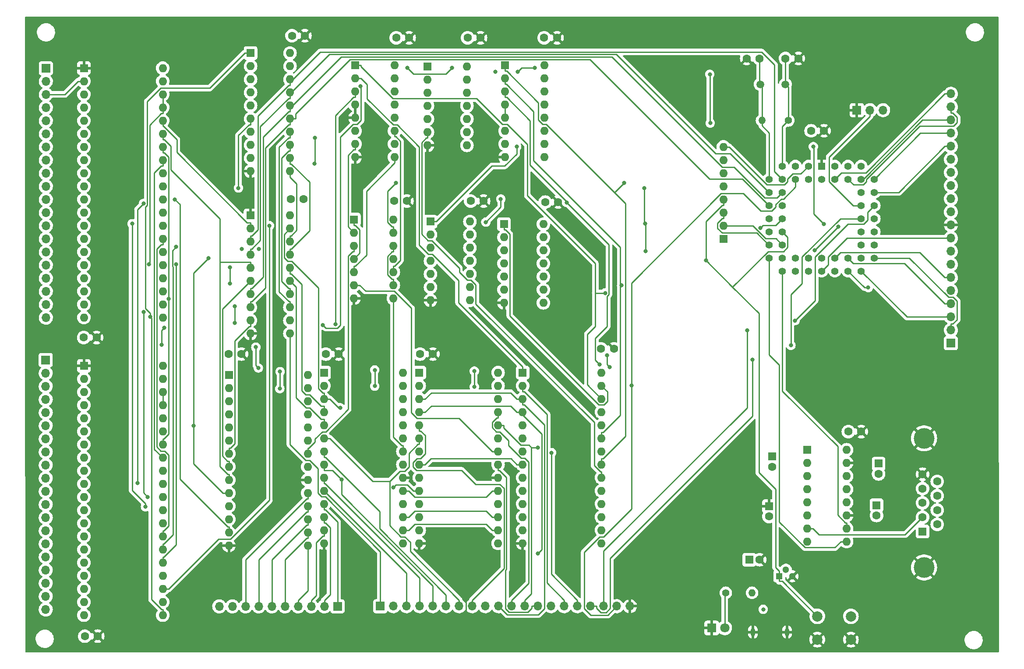
<source format=gbr>
%TF.GenerationSoftware,KiCad,Pcbnew,6.0.2+dfsg-1*%
%TF.CreationDate,2022-08-31T22:20:18-04:00*%
%TF.ProjectId,68hc11,36386863-3131-42e6-9b69-6361645f7063,1.03*%
%TF.SameCoordinates,Original*%
%TF.FileFunction,Copper,L2,Bot*%
%TF.FilePolarity,Positive*%
%FSLAX46Y46*%
G04 Gerber Fmt 4.6, Leading zero omitted, Abs format (unit mm)*
G04 Created by KiCad (PCBNEW 6.0.2+dfsg-1) date 2022-08-31 22:20:18*
%MOMM*%
%LPD*%
G01*
G04 APERTURE LIST*
%TA.AperFunction,ComponentPad*%
%ADD10C,1.600000*%
%TD*%
%TA.AperFunction,ComponentPad*%
%ADD11R,1.600000X1.600000*%
%TD*%
%TA.AperFunction,ComponentPad*%
%ADD12O,1.600000X1.600000*%
%TD*%
%TA.AperFunction,ComponentPad*%
%ADD13R,1.700000X1.700000*%
%TD*%
%TA.AperFunction,ComponentPad*%
%ADD14O,1.700000X1.700000*%
%TD*%
%TA.AperFunction,ComponentPad*%
%ADD15C,1.400000*%
%TD*%
%TA.AperFunction,ComponentPad*%
%ADD16O,1.400000X1.400000*%
%TD*%
%TA.AperFunction,ComponentPad*%
%ADD17O,0.900000X1.600000*%
%TD*%
%TA.AperFunction,ComponentPad*%
%ADD18R,1.422400X1.422400*%
%TD*%
%TA.AperFunction,ComponentPad*%
%ADD19C,1.422400*%
%TD*%
%TA.AperFunction,ComponentPad*%
%ADD20C,2.000000*%
%TD*%
%TA.AperFunction,ComponentPad*%
%ADD21C,4.000000*%
%TD*%
%TA.AperFunction,ComponentPad*%
%ADD22C,1.500000*%
%TD*%
%TA.AperFunction,ComponentPad*%
%ADD23R,1.300000X1.300000*%
%TD*%
%TA.AperFunction,ComponentPad*%
%ADD24C,1.300000*%
%TD*%
%TA.AperFunction,ComponentPad*%
%ADD25R,1.800000X1.800000*%
%TD*%
%TA.AperFunction,ComponentPad*%
%ADD26C,1.800000*%
%TD*%
%TA.AperFunction,ViaPad*%
%ADD27C,0.800000*%
%TD*%
%TA.AperFunction,Conductor*%
%ADD28C,0.250000*%
%TD*%
G04 APERTURE END LIST*
D10*
%TO.P,C23,1*%
%TO.N,VCC*%
X42550000Y-145800000D03*
%TO.P,C23,2*%
%TO.N,GND*%
X45050000Y-145800000D03*
%TD*%
D11*
%TO.P,U8,1,A14*%
%TO.N,/A14*%
X127200000Y-94800000D03*
D12*
%TO.P,U8,2,A12*%
%TO.N,/A12*%
X127200000Y-97340000D03*
%TO.P,U8,3,A7*%
%TO.N,/A7*%
X127200000Y-99880000D03*
%TO.P,U8,4,A6*%
%TO.N,/A6*%
X127200000Y-102420000D03*
%TO.P,U8,5,A5*%
%TO.N,/A5*%
X127200000Y-104960000D03*
%TO.P,U8,6,A4*%
%TO.N,/A4*%
X127200000Y-107500000D03*
%TO.P,U8,7,A3*%
%TO.N,/A3*%
X127200000Y-110040000D03*
%TO.P,U8,8,A2*%
%TO.N,/A2*%
X127200000Y-112580000D03*
%TO.P,U8,9,A1*%
%TO.N,/A1*%
X127200000Y-115120000D03*
%TO.P,U8,10,A0*%
%TO.N,/A0*%
X127200000Y-117660000D03*
%TO.P,U8,11,Q0*%
%TO.N,/D0*%
X127200000Y-120200000D03*
%TO.P,U8,12,Q1*%
%TO.N,/D1*%
X127200000Y-122740000D03*
%TO.P,U8,13,Q2*%
%TO.N,/D2*%
X127200000Y-125280000D03*
%TO.P,U8,14,GND*%
%TO.N,GND*%
X127200000Y-127820000D03*
%TO.P,U8,15,Q3*%
%TO.N,/D3*%
X142440000Y-127820000D03*
%TO.P,U8,16,Q4*%
%TO.N,/D4*%
X142440000Y-125280000D03*
%TO.P,U8,17,Q5*%
%TO.N,/D5*%
X142440000Y-122740000D03*
%TO.P,U8,18,Q6*%
%TO.N,/D6*%
X142440000Y-120200000D03*
%TO.P,U8,19,Q7*%
%TO.N,/D7*%
X142440000Y-117660000D03*
%TO.P,U8,20,~{CS}*%
%TO.N,/\u002ARAM*%
X142440000Y-115120000D03*
%TO.P,U8,21,A10*%
%TO.N,/A10*%
X142440000Y-112580000D03*
%TO.P,U8,22,~{OE}*%
%TO.N,GND*%
X142440000Y-110040000D03*
%TO.P,U8,23,A11*%
%TO.N,/A11*%
X142440000Y-107500000D03*
%TO.P,U8,24,A9*%
%TO.N,/A9*%
X142440000Y-104960000D03*
%TO.P,U8,25,A8*%
%TO.N,/A8*%
X142440000Y-102420000D03*
%TO.P,U8,26,A13*%
%TO.N,/A13*%
X142440000Y-99880000D03*
%TO.P,U8,27,~{WE}*%
%TO.N,/R{slash}\u002AW*%
X142440000Y-97340000D03*
%TO.P,U8,28,VCC*%
%TO.N,VCC*%
X142440000Y-94800000D03*
%TD*%
D10*
%TO.P,C12,1*%
%TO.N,/EXTAL*%
X178000000Y-34000000D03*
%TO.P,C12,2*%
%TO.N,GND*%
X180500000Y-34000000D03*
%TD*%
D13*
%TO.P,JP4,1,A*%
%TO.N,GND*%
X191800000Y-44000000D03*
D14*
%TO.P,JP4,2,C*%
%TO.N,/PE0*%
X194340000Y-44000000D03*
%TO.P,JP4,3,B*%
%TO.N,VCC*%
X196880000Y-44000000D03*
%TD*%
D10*
%TO.P,C5,1*%
%TO.N,VCC*%
X182950000Y-48000000D03*
%TO.P,C5,2*%
%TO.N,GND*%
X185450000Y-48000000D03*
%TD*%
D11*
%TO.P,U7,1,VPP*%
%TO.N,VCC*%
X107200000Y-94800000D03*
D12*
%TO.P,U7,2,A12*%
%TO.N,/A12*%
X107200000Y-97340000D03*
%TO.P,U7,3,A7*%
%TO.N,/A7*%
X107200000Y-99880000D03*
%TO.P,U7,4,A6*%
%TO.N,/A6*%
X107200000Y-102420000D03*
%TO.P,U7,5,A5*%
%TO.N,/A5*%
X107200000Y-104960000D03*
%TO.P,U7,6,A4*%
%TO.N,/A4*%
X107200000Y-107500000D03*
%TO.P,U7,7,A3*%
%TO.N,/A3*%
X107200000Y-110040000D03*
%TO.P,U7,8,A2*%
%TO.N,/A2*%
X107200000Y-112580000D03*
%TO.P,U7,9,A1*%
%TO.N,/A1*%
X107200000Y-115120000D03*
%TO.P,U7,10,A0*%
%TO.N,/A0*%
X107200000Y-117660000D03*
%TO.P,U7,11,D0*%
%TO.N,/D0*%
X107200000Y-120200000D03*
%TO.P,U7,12,D1*%
%TO.N,/D1*%
X107200000Y-122740000D03*
%TO.P,U7,13,D2*%
%TO.N,/D2*%
X107200000Y-125280000D03*
%TO.P,U7,14,GND*%
%TO.N,GND*%
X107200000Y-127820000D03*
%TO.P,U7,15,D3*%
%TO.N,/D3*%
X122440000Y-127820000D03*
%TO.P,U7,16,D4*%
%TO.N,/D4*%
X122440000Y-125280000D03*
%TO.P,U7,17,D5*%
%TO.N,/D5*%
X122440000Y-122740000D03*
%TO.P,U7,18,D6*%
%TO.N,/D6*%
X122440000Y-120200000D03*
%TO.P,U7,19,D7*%
%TO.N,/D7*%
X122440000Y-117660000D03*
%TO.P,U7,20,~{CE}*%
%TO.N,GND*%
X122440000Y-115120000D03*
%TO.P,U7,21,A10*%
%TO.N,/A10*%
X122440000Y-112580000D03*
%TO.P,U7,22,~{OE}*%
%TO.N,/\u002ASPARE*%
X122440000Y-110040000D03*
%TO.P,U7,23,A11*%
%TO.N,/A11*%
X122440000Y-107500000D03*
%TO.P,U7,24,A9*%
%TO.N,/A9*%
X122440000Y-104960000D03*
%TO.P,U7,25,A8*%
%TO.N,/A8*%
X122440000Y-102420000D03*
%TO.P,U7,26,NC*%
%TO.N,unconnected-(U7-Pad26)*%
X122440000Y-99880000D03*
%TO.P,U7,27,~{PGM}*%
%TO.N,VCC*%
X122440000Y-97340000D03*
%TO.P,U7,28,VCC*%
X122440000Y-94800000D03*
%TD*%
D13*
%TO.P,J11,1,Pin_1*%
%TO.N,/AS*%
X99680000Y-140000000D03*
D14*
%TO.P,J11,2,Pin_2*%
%TO.N,/E*%
X102220000Y-140000000D03*
%TO.P,J11,3,Pin_3*%
%TO.N,/A0*%
X104760000Y-140000000D03*
%TO.P,J11,4,Pin_4*%
%TO.N,/A1*%
X107300000Y-140000000D03*
%TO.P,J11,5,Pin_5*%
%TO.N,/A2*%
X109840000Y-140000000D03*
%TO.P,J11,6,Pin_6*%
%TO.N,/A3*%
X112380000Y-140000000D03*
%TO.P,J11,7,Pin_7*%
%TO.N,/A4*%
X114920000Y-140000000D03*
%TO.P,J11,8,Pin_8*%
%TO.N,/A5*%
X117460000Y-140000000D03*
%TO.P,J11,9,Pin_9*%
%TO.N,/A6*%
X120000000Y-140000000D03*
%TO.P,J11,10,Pin_10*%
%TO.N,/A7*%
X122540000Y-140000000D03*
%TO.P,J11,11,Pin_11*%
%TO.N,/A8*%
X125080000Y-140000000D03*
%TO.P,J11,12,Pin_12*%
%TO.N,/A9*%
X127620000Y-140000000D03*
%TO.P,J11,13,Pin_13*%
%TO.N,/A10*%
X130160000Y-140000000D03*
%TO.P,J11,14,Pin_14*%
%TO.N,/A11*%
X132700000Y-140000000D03*
%TO.P,J11,15,Pin_15*%
%TO.N,/A12*%
X135240000Y-140000000D03*
%TO.P,J11,16,Pin_16*%
%TO.N,/A13*%
X137780000Y-140000000D03*
%TO.P,J11,17,Pin_17*%
%TO.N,/A14*%
X140320000Y-140000000D03*
%TO.P,J11,18,Pin_18*%
%TO.N,/A15*%
X142860000Y-140000000D03*
%TO.P,J11,19,Pin_19*%
%TO.N,/R{slash}\u002AW*%
X145400000Y-140000000D03*
%TO.P,J11,20,Pin_20*%
%TO.N,GND*%
X147940000Y-140000000D03*
%TD*%
D10*
%TO.P,C4,1*%
%TO.N,VCC*%
X82600000Y-29600000D03*
%TO.P,C4,2*%
%TO.N,GND*%
X85100000Y-29600000D03*
%TD*%
%TO.P,C19,1*%
%TO.N,VCC*%
X117150000Y-61600000D03*
%TO.P,C19,2*%
%TO.N,GND*%
X119650000Y-61600000D03*
%TD*%
%TO.P,C10,1*%
%TO.N,VCC*%
X102750000Y-30000000D03*
%TO.P,C10,2*%
%TO.N,GND*%
X105250000Y-30000000D03*
%TD*%
%TO.P,C9,1*%
%TO.N,VCC*%
X190150000Y-106200000D03*
%TO.P,C9,2*%
%TO.N,GND*%
X192650000Y-106200000D03*
%TD*%
D11*
%TO.P,U12,1*%
%TO.N,Net-(U12-Pad1)*%
X108800000Y-35575000D03*
D12*
%TO.P,U12,2*%
%TO.N,Net-(U12-Pad2)*%
X108800000Y-38115000D03*
%TO.P,U12,3*%
%TO.N,N/C*%
X108800000Y-40655000D03*
%TO.P,U12,4*%
%TO.N,Net-(U12-Pad4)*%
X108800000Y-43195000D03*
%TO.P,U12,5*%
%TO.N,Net-(U12-Pad5)*%
X108800000Y-45735000D03*
%TO.P,U12,6*%
%TO.N,/\u002ARAM*%
X108800000Y-48275000D03*
%TO.P,U12,7,GND*%
%TO.N,GND*%
X108800000Y-50815000D03*
%TO.P,U12,8*%
%TO.N,N/C*%
X116420000Y-50815000D03*
%TO.P,U12,9*%
X116420000Y-48275000D03*
%TO.P,U12,10*%
X116420000Y-45735000D03*
%TO.P,U12,11*%
X116420000Y-43195000D03*
%TO.P,U12,12*%
X116420000Y-40655000D03*
%TO.P,U12,13*%
X116420000Y-38115000D03*
%TO.P,U12,14,VCC*%
%TO.N,VCC*%
X116420000Y-35575000D03*
%TD*%
D15*
%TO.P,R2,1*%
%TO.N,/EXTAL*%
X178540000Y-46000000D03*
D16*
%TO.P,R2,2*%
%TO.N,/XTAL*%
X173460000Y-46000000D03*
%TD*%
D10*
%TO.P,C21,1*%
%TO.N,VCC*%
X116550000Y-30000000D03*
%TO.P,C21,2*%
%TO.N,GND*%
X119050000Y-30000000D03*
%TD*%
%TO.P,C18,1*%
%TO.N,VCC*%
X102330000Y-61600000D03*
%TO.P,C18,2*%
%TO.N,GND*%
X104830000Y-61600000D03*
%TD*%
%TO.P,C6,1*%
%TO.N,VCC*%
X70350000Y-91200000D03*
%TO.P,C6,2*%
%TO.N,GND*%
X72850000Y-91200000D03*
%TD*%
D11*
%TO.P,U9,1,C1+*%
%TO.N,/C1+*%
X182200000Y-109725000D03*
D12*
%TO.P,U9,2,VS+*%
%TO.N,/VS+*%
X182200000Y-112265000D03*
%TO.P,U9,3,C1-*%
%TO.N,/C1-*%
X182200000Y-114805000D03*
%TO.P,U9,4,C2+*%
%TO.N,/C2+*%
X182200000Y-117345000D03*
%TO.P,U9,5,C2-*%
%TO.N,/C2-*%
X182200000Y-119885000D03*
%TO.P,U9,6,VS-*%
%TO.N,/VS-*%
X182200000Y-122425000D03*
%TO.P,U9,7,T2OUT*%
%TO.N,/T2OUT*%
X182200000Y-124965000D03*
%TO.P,U9,8,R2IN*%
%TO.N,/R2IN*%
X182200000Y-127505000D03*
%TO.P,U9,9,R2OUT*%
%TO.N,/RxD*%
X189820000Y-127505000D03*
%TO.P,U9,10,T2IN*%
%TO.N,/TxD*%
X189820000Y-124965000D03*
%TO.P,U9,11,T1IN*%
%TO.N,GND*%
X189820000Y-122425000D03*
%TO.P,U9,12,R1OUT*%
%TO.N,unconnected-(U9-Pad12)*%
X189820000Y-119885000D03*
%TO.P,U9,13,R1IN*%
%TO.N,unconnected-(U9-Pad13)*%
X189820000Y-117345000D03*
%TO.P,U9,14,T1OUT*%
%TO.N,unconnected-(U9-Pad14)*%
X189820000Y-114805000D03*
%TO.P,U9,15,GND*%
%TO.N,GND*%
X189820000Y-112265000D03*
%TO.P,U9,16,VCC*%
%TO.N,VCC*%
X189820000Y-109725000D03*
%TD*%
D11*
%TO.P,C13,1*%
%TO.N,/VS+*%
X196000000Y-112400000D03*
D10*
%TO.P,C13,2*%
%TO.N,VCC*%
X196000000Y-114400000D03*
%TD*%
D11*
%TO.P,RN1,1,common*%
%TO.N,VCC*%
X166000000Y-68900000D03*
D12*
%TO.P,RN1,2,R1*%
%TO.N,/\u002AIRQ*%
X166000000Y-66360000D03*
%TO.P,RN1,3,R2*%
%TO.N,/\u002AXIRQ*%
X166000000Y-63820000D03*
%TO.P,RN1,4,R3*%
%TO.N,/\u002ARESET*%
X166000000Y-61280000D03*
%TO.P,RN1,5,R4*%
%TO.N,unconnected-(RN1-Pad5)*%
X166000000Y-58740000D03*
%TO.P,RN1,6,R5*%
%TO.N,unconnected-(RN1-Pad6)*%
X166000000Y-56200000D03*
%TO.P,RN1,7,R6*%
%TO.N,/MODB*%
X166000000Y-53660000D03*
%TO.P,RN1,8,R7*%
%TO.N,/MODA*%
X166000000Y-51120000D03*
%TD*%
D11*
%TO.P,C1,1*%
%TO.N,VCC*%
X171000000Y-131000000D03*
D10*
%TO.P,C1,2*%
%TO.N,GND*%
X173000000Y-131000000D03*
%TD*%
D17*
%TO.P,J1,SH,Shield*%
%TO.N,GND*%
X171700000Y-145000000D03*
X178300000Y-145000000D03*
%TD*%
D11*
%TO.P,C15,1*%
%TO.N,/C2+*%
X195600000Y-120444900D03*
D10*
%TO.P,C15,2*%
%TO.N,/C2-*%
X195600000Y-122444900D03*
%TD*%
D18*
%TO.P,U1,1,VSS*%
%TO.N,GND*%
X185000000Y-54840000D03*
D19*
%TO.P,U1,2,MODB*%
%TO.N,/MODB*%
X185000000Y-57380000D03*
%TO.P,U1,3,MODA*%
%TO.N,/MODA*%
X182460000Y-54840000D03*
%TO.P,U1,4,AS*%
%TO.N,/AS*%
X182460000Y-57380000D03*
%TO.P,U1,5,E*%
%TO.N,/E*%
X179920000Y-54840000D03*
%TO.P,U1,6,R/W*%
%TO.N,/R{slash}\u002AW*%
X179920000Y-57380000D03*
%TO.P,U1,7,EXTAL*%
%TO.N,/EXTAL*%
X177380000Y-54840000D03*
%TO.P,U1,8,XTAL*%
%TO.N,/XTAL*%
X174840000Y-57380000D03*
%TO.P,U1,9,AD0/PC0*%
%TO.N,/AD0*%
X177380000Y-57380000D03*
%TO.P,U1,10,AD1/PC1*%
%TO.N,/AD1*%
X174840000Y-59920000D03*
%TO.P,U1,11,AD2/PC2*%
%TO.N,/AD2*%
X177380000Y-59920000D03*
%TO.P,U1,12,AD3/PC3*%
%TO.N,/AD3*%
X174840000Y-62460000D03*
%TO.P,U1,13,AD4/PC4*%
%TO.N,/AD4*%
X177380000Y-62460000D03*
%TO.P,U1,14,AD5/PC5*%
%TO.N,/AD5*%
X174840000Y-65000000D03*
%TO.P,U1,15,AD6/PC6*%
%TO.N,/AD6*%
X177380000Y-65000000D03*
%TO.P,U1,16,AD7/PC7*%
%TO.N,/AD7*%
X174840000Y-67540000D03*
%TO.P,U1,17,~{RESET}*%
%TO.N,/\u002ARESET*%
X177380000Y-67540000D03*
%TO.P,U1,18,~{XIRQ}*%
%TO.N,/\u002AXIRQ*%
X174840000Y-70080000D03*
%TO.P,U1,19,~{IRQ}*%
%TO.N,/\u002AIRQ*%
X177380000Y-70080000D03*
%TO.P,U1,20,RXD/PD0*%
%TO.N,/RxD*%
X174840000Y-72620000D03*
%TO.P,U1,21,TXD/PD1*%
%TO.N,/TxD*%
X177380000Y-75160000D03*
%TO.P,U1,22,MIS/PD2*%
%TO.N,/MIS*%
X177380000Y-72620000D03*
%TO.P,U1,23,MOS/PD3*%
%TO.N,/MOS*%
X179920000Y-75160000D03*
%TO.P,U1,24,SCK/PD4*%
%TO.N,/SCK*%
X179920000Y-72620000D03*
%TO.P,U1,25,SS/PD5*%
%TO.N,/SS*%
X182460000Y-75160000D03*
%TO.P,U1,26,VDD*%
%TO.N,VCC*%
X182460000Y-72620000D03*
%TO.P,U1,27,PA7*%
%TO.N,/PA7*%
X185000000Y-75160000D03*
%TO.P,U1,28,PA6*%
%TO.N,/PA6*%
X185000000Y-72620000D03*
%TO.P,U1,29,PA5*%
%TO.N,/PA5*%
X187540000Y-75160000D03*
%TO.P,U1,30,PA4*%
%TO.N,/PA4*%
X187540000Y-72620000D03*
%TO.P,U1,31,PA3*%
%TO.N,/PA3*%
X190080000Y-75160000D03*
%TO.P,U1,32,PA2*%
%TO.N,/PA2*%
X190080000Y-72620000D03*
%TO.P,U1,33,PA1*%
%TO.N,/PA1*%
X192620000Y-75160000D03*
%TO.P,U1,34,PA0*%
%TO.N,/PA0*%
X195160000Y-72620000D03*
%TO.P,U1,35,A15/PB7*%
%TO.N,/A15*%
X192620000Y-72620000D03*
%TO.P,U1,36,A14/PB6*%
%TO.N,/A14*%
X195160000Y-70080000D03*
%TO.P,U1,37,A13/PB5*%
%TO.N,/A13*%
X192620000Y-70080000D03*
%TO.P,U1,38,A12/PB4*%
%TO.N,/A12*%
X195160000Y-67540000D03*
%TO.P,U1,39,A11/PB3*%
%TO.N,/A11*%
X192620000Y-67540000D03*
%TO.P,U1,40,A10/PB2*%
%TO.N,/A10*%
X195160000Y-65000000D03*
%TO.P,U1,41,A9/PB1*%
%TO.N,/A9*%
X192620000Y-65000000D03*
%TO.P,U1,42,A8/PB0*%
%TO.N,/A8*%
X195160000Y-62460000D03*
%TO.P,U1,43,PE0*%
%TO.N,/PE0*%
X192620000Y-62460000D03*
%TO.P,U1,44,PE4*%
%TO.N,/PE4*%
X195160000Y-59920000D03*
%TO.P,U1,45,PE1*%
%TO.N,/PE1*%
X192620000Y-59920000D03*
%TO.P,U1,46,PE5*%
%TO.N,/PE5*%
X195160000Y-57380000D03*
%TO.P,U1,47,PE2*%
%TO.N,/PE2*%
X192620000Y-54840000D03*
%TO.P,U1,48,PE6*%
%TO.N,/PE6*%
X192620000Y-57380000D03*
%TO.P,U1,49,PE3*%
%TO.N,/PE3*%
X190080000Y-54840000D03*
%TO.P,U1,50,PE7*%
%TO.N,/PE7*%
X190080000Y-57380000D03*
%TO.P,U1,51,VRL*%
%TO.N,/VRL*%
X187540000Y-54840000D03*
%TO.P,U1,52,VRH*%
%TO.N,/VRH*%
X187540000Y-57380000D03*
%TD*%
D10*
%TO.P,C22,1*%
%TO.N,VCC*%
X89150000Y-91200000D03*
%TO.P,C22,2*%
%TO.N,GND*%
X91650000Y-91200000D03*
%TD*%
%TO.P,C2,1*%
%TO.N,VCC*%
X42350000Y-88000000D03*
%TO.P,C2,2*%
%TO.N,GND*%
X44850000Y-88000000D03*
%TD*%
D11*
%TO.P,U3,1,OE*%
%TO.N,GND*%
X74580000Y-64375000D03*
D12*
%TO.P,U3,2,O0*%
%TO.N,/A0*%
X74580000Y-66915000D03*
%TO.P,U3,3,D0*%
%TO.N,/AD0*%
X74580000Y-69455000D03*
%TO.P,U3,4,D1*%
%TO.N,/AD1*%
X74580000Y-71995000D03*
%TO.P,U3,5,O1*%
%TO.N,/A1*%
X74580000Y-74535000D03*
%TO.P,U3,6,O2*%
%TO.N,/A2*%
X74580000Y-77075000D03*
%TO.P,U3,7,D2*%
%TO.N,/AD2*%
X74580000Y-79615000D03*
%TO.P,U3,8,D3*%
%TO.N,/AD3*%
X74580000Y-82155000D03*
%TO.P,U3,9,O3*%
%TO.N,/A3*%
X74580000Y-84695000D03*
%TO.P,U3,10,GND*%
%TO.N,GND*%
X74580000Y-87235000D03*
%TO.P,U3,11,LE*%
%TO.N,/AS*%
X82200000Y-87235000D03*
%TO.P,U3,12,O4*%
%TO.N,/A4*%
X82200000Y-84695000D03*
%TO.P,U3,13,D4*%
%TO.N,/AD4*%
X82200000Y-82155000D03*
%TO.P,U3,14,D5*%
%TO.N,/AD5*%
X82200000Y-79615000D03*
%TO.P,U3,15,O5*%
%TO.N,/A5*%
X82200000Y-77075000D03*
%TO.P,U3,16,O6*%
%TO.N,/A6*%
X82200000Y-74535000D03*
%TO.P,U3,17,D6*%
%TO.N,/AD6*%
X82200000Y-71995000D03*
%TO.P,U3,18,D7*%
%TO.N,/AD7*%
X82200000Y-69455000D03*
%TO.P,U3,19,O7*%
%TO.N,/A7*%
X82200000Y-66915000D03*
%TO.P,U3,20,VCC*%
%TO.N,VCC*%
X82200000Y-64375000D03*
%TD*%
D10*
%TO.P,C20,1*%
%TO.N,VCC*%
X131550000Y-61800000D03*
%TO.P,C20,2*%
%TO.N,GND*%
X134050000Y-61800000D03*
%TD*%
D11*
%TO.P,C14,1*%
%TO.N,/C1+*%
X175400000Y-111000000D03*
D10*
%TO.P,C14,2*%
%TO.N,/C1-*%
X175400000Y-113000000D03*
%TD*%
D20*
%TO.P,SW1,1,1*%
%TO.N,/\u002ARESET*%
X190650000Y-141950000D03*
X184150000Y-141950000D03*
%TO.P,SW1,2,2*%
%TO.N,GND*%
X184150000Y-146450000D03*
X190650000Y-146450000D03*
%TD*%
D13*
%TO.P,J5,1,Pin_1*%
%TO.N,/CA1*%
X35025000Y-35900000D03*
D14*
%TO.P,J5,2,Pin_2*%
%TO.N,/CA2*%
X35025000Y-38440000D03*
%TO.P,J5,3,Pin_3*%
%TO.N,/PPA0*%
X35025000Y-40980000D03*
%TO.P,J5,4,Pin_4*%
%TO.N,/PPA1*%
X35025000Y-43520000D03*
%TO.P,J5,5,Pin_5*%
%TO.N,/PPA2*%
X35025000Y-46060000D03*
%TO.P,J5,6,Pin_6*%
%TO.N,/PPA3*%
X35025000Y-48600000D03*
%TO.P,J5,7,Pin_7*%
%TO.N,/PPA4*%
X35025000Y-51140000D03*
%TO.P,J5,8,Pin_8*%
%TO.N,/PPA5*%
X35025000Y-53680000D03*
%TO.P,J5,9,Pin_9*%
%TO.N,/PPA6*%
X35025000Y-56220000D03*
%TO.P,J5,10,Pin_10*%
%TO.N,/PPA7*%
X35025000Y-58760000D03*
%TO.P,J5,11,Pin_11*%
%TO.N,/PPB0*%
X35025000Y-61300000D03*
%TO.P,J5,12,Pin_12*%
%TO.N,/PPB1*%
X35025000Y-63840000D03*
%TO.P,J5,13,Pin_13*%
%TO.N,/PPB2*%
X35025000Y-66380000D03*
%TO.P,J5,14,Pin_14*%
%TO.N,/PPB3*%
X35025000Y-68920000D03*
%TO.P,J5,15,Pin_15*%
%TO.N,/PPB4*%
X35025000Y-71460000D03*
%TO.P,J5,16,Pin_16*%
%TO.N,/PPB5*%
X35025000Y-74000000D03*
%TO.P,J5,17,Pin_17*%
%TO.N,/PPB6*%
X35025000Y-76540000D03*
%TO.P,J5,18,Pin_18*%
%TO.N,/PPB7*%
X35025000Y-79080000D03*
%TO.P,J5,19,Pin_19*%
%TO.N,/CB1*%
X35025000Y-81620000D03*
%TO.P,J5,20,Pin_20*%
%TO.N,/CB2*%
X35025000Y-84160000D03*
%TD*%
D13*
%TO.P,J4,1,Pin_1*%
%TO.N,VCC*%
X209975000Y-89100000D03*
D14*
%TO.P,J4,2,Pin_2*%
%TO.N,/PA0*%
X209975000Y-86560000D03*
%TO.P,J4,3,Pin_3*%
%TO.N,/PA1*%
X209975000Y-84020000D03*
%TO.P,J4,4,Pin_4*%
%TO.N,/PA2*%
X209975000Y-81480000D03*
%TO.P,J4,5,Pin_5*%
%TO.N,/PA3*%
X209975000Y-78940000D03*
%TO.P,J4,6,Pin_6*%
%TO.N,/PA4*%
X209975000Y-76400000D03*
%TO.P,J4,7,Pin_7*%
%TO.N,/PA5*%
X209975000Y-73860000D03*
%TO.P,J4,8,Pin_8*%
%TO.N,/PA6*%
X209975000Y-71320000D03*
%TO.P,J4,9,Pin_9*%
%TO.N,/PA7*%
X209975000Y-68780000D03*
%TO.P,J4,10,Pin_10*%
%TO.N,GND*%
X209975000Y-66240000D03*
%TO.P,J4,11,Pin_11*%
%TO.N,/VRL*%
X209975000Y-63700000D03*
%TO.P,J4,12,Pin_12*%
%TO.N,unconnected-(J4-Pad12)*%
X209975000Y-61160000D03*
%TO.P,J4,13,Pin_13*%
%TO.N,/PE1*%
X209975000Y-58620000D03*
%TO.P,J4,14,Pin_14*%
%TO.N,/PE2*%
X209975000Y-56080000D03*
%TO.P,J4,15,Pin_15*%
%TO.N,/PE3*%
X209975000Y-53540000D03*
%TO.P,J4,16,Pin_16*%
%TO.N,/PE4*%
X209975000Y-51000000D03*
%TO.P,J4,17,Pin_17*%
%TO.N,/PE5*%
X209975000Y-48460000D03*
%TO.P,J4,18,Pin_18*%
%TO.N,/PE6*%
X209975000Y-45920000D03*
%TO.P,J4,19,Pin_19*%
%TO.N,/PE7*%
X209975000Y-43380000D03*
%TO.P,J4,20,Pin_20*%
%TO.N,/VRH*%
X209975000Y-40840000D03*
%TD*%
D21*
%TO.P,J2,0,PAD*%
%TO.N,GND*%
X204794700Y-107510000D03*
X204794700Y-132510000D03*
D11*
%TO.P,J2,1,1*%
%TO.N,/CTS*%
X204494700Y-125550000D03*
D10*
%TO.P,J2,2,2*%
%TO.N,/T2OUT*%
X204494700Y-122780000D03*
%TO.P,J2,3,3*%
%TO.N,/R2IN*%
X204494700Y-120010000D03*
%TO.P,J2,4,4*%
%TO.N,/CTS*%
X204494700Y-117240000D03*
%TO.P,J2,5,5*%
%TO.N,GND*%
X204494700Y-114470000D03*
%TO.P,J2,6,6*%
%TO.N,/CTS*%
X207334700Y-124165000D03*
%TO.P,J2,7,7*%
%TO.N,unconnected-(J2-Pad7)*%
X207334700Y-121395000D03*
%TO.P,J2,8,8*%
%TO.N,/CTS*%
X207334700Y-118625000D03*
%TO.P,J2,9,9*%
%TO.N,unconnected-(J2-Pad9)*%
X207334700Y-115855000D03*
%TD*%
D11*
%TO.P,U11,1,A0*%
%TO.N,/A10*%
X123800000Y-35325000D03*
D12*
%TO.P,U11,2,A1*%
%TO.N,/A11*%
X123800000Y-37865000D03*
%TO.P,U11,3,A2*%
%TO.N,/A12*%
X123800000Y-40405000D03*
%TO.P,U11,4,E1*%
%TO.N,Net-(U11-Pad4)*%
X123800000Y-42945000D03*
%TO.P,U11,5,E2*%
X123800000Y-45485000D03*
%TO.P,U11,6,E3*%
%TO.N,/E*%
X123800000Y-48025000D03*
%TO.P,U11,7,O7*%
%TO.N,unconnected-(U11-Pad7)*%
X123800000Y-50565000D03*
%TO.P,U11,8,GND*%
%TO.N,GND*%
X123800000Y-53105000D03*
%TO.P,U11,9,O6*%
%TO.N,unconnected-(U11-Pad9)*%
X131420000Y-53105000D03*
%TO.P,U11,10,O5*%
%TO.N,unconnected-(U11-Pad10)*%
X131420000Y-50565000D03*
%TO.P,U11,11,O4*%
%TO.N,unconnected-(U11-Pad11)*%
X131420000Y-48025000D03*
%TO.P,U11,12,O3*%
%TO.N,Net-(U11-Pad12)*%
X131420000Y-45485000D03*
%TO.P,U11,13,O2*%
%TO.N,Net-(U11-Pad13)*%
X131420000Y-42945000D03*
%TO.P,U11,14,O1*%
%TO.N,/\u002APIA2*%
X131420000Y-40405000D03*
%TO.P,U11,15,O0*%
%TO.N,/\u002APIA1*%
X131420000Y-37865000D03*
%TO.P,U11,16,VCC*%
%TO.N,VCC*%
X131420000Y-35325000D03*
%TD*%
D10*
%TO.P,C17,1*%
%TO.N,VCC*%
X131350000Y-30000000D03*
%TO.P,C17,2*%
%TO.N,GND*%
X133850000Y-30000000D03*
%TD*%
D13*
%TO.P,J8,1,Pin_1*%
%TO.N,/P2CA1*%
X35000000Y-92360000D03*
D14*
%TO.P,J8,2,Pin_2*%
%TO.N,/P2CA2*%
X35000000Y-94900000D03*
%TO.P,J8,3,Pin_3*%
%TO.N,/P2PA0*%
X35000000Y-97440000D03*
%TO.P,J8,4,Pin_4*%
%TO.N,/P2PA1*%
X35000000Y-99980000D03*
%TO.P,J8,5,Pin_5*%
%TO.N,/P2PA2*%
X35000000Y-102520000D03*
%TO.P,J8,6,Pin_6*%
%TO.N,/P2PA3*%
X35000000Y-105060000D03*
%TO.P,J8,7,Pin_7*%
%TO.N,/P2PA4*%
X35000000Y-107600000D03*
%TO.P,J8,8,Pin_8*%
%TO.N,/P2PA5*%
X35000000Y-110140000D03*
%TO.P,J8,9,Pin_9*%
%TO.N,/P2PA6*%
X35000000Y-112680000D03*
%TO.P,J8,10,Pin_10*%
%TO.N,/P2PA7*%
X35000000Y-115220000D03*
%TO.P,J8,11,Pin_11*%
%TO.N,/P2PB0*%
X35000000Y-117760000D03*
%TO.P,J8,12,Pin_12*%
%TO.N,/P2PB1*%
X35000000Y-120300000D03*
%TO.P,J8,13,Pin_13*%
%TO.N,/P2PB2*%
X35000000Y-122840000D03*
%TO.P,J8,14,Pin_14*%
%TO.N,/P2PB3*%
X35000000Y-125380000D03*
%TO.P,J8,15,Pin_15*%
%TO.N,/P2PB4*%
X35000000Y-127920000D03*
%TO.P,J8,16,Pin_16*%
%TO.N,/P2PB5*%
X35000000Y-130460000D03*
%TO.P,J8,17,Pin_17*%
%TO.N,/P2PB6*%
X35000000Y-133000000D03*
%TO.P,J8,18,Pin_18*%
%TO.N,/P2PB7*%
X35000000Y-135540000D03*
%TO.P,J8,19,Pin_19*%
%TO.N,/P2CB1*%
X35000000Y-138080000D03*
%TO.P,J8,20,Pin_20*%
%TO.N,/P2CB2*%
X35000000Y-140620000D03*
%TD*%
D10*
%TO.P,C8,1*%
%TO.N,VCC*%
X142350000Y-90200000D03*
%TO.P,C8,2*%
%TO.N,GND*%
X144850000Y-90200000D03*
%TD*%
D11*
%TO.P,U16,1,VPP*%
%TO.N,VCC*%
X88800000Y-94800000D03*
D12*
%TO.P,U16,2,A12*%
%TO.N,/A12*%
X88800000Y-97340000D03*
%TO.P,U16,3,A7*%
%TO.N,/A7*%
X88800000Y-99880000D03*
%TO.P,U16,4,A6*%
%TO.N,/A6*%
X88800000Y-102420000D03*
%TO.P,U16,5,A5*%
%TO.N,/A5*%
X88800000Y-104960000D03*
%TO.P,U16,6,A4*%
%TO.N,/A4*%
X88800000Y-107500000D03*
%TO.P,U16,7,A3*%
%TO.N,/A3*%
X88800000Y-110040000D03*
%TO.P,U16,8,A2*%
%TO.N,/A2*%
X88800000Y-112580000D03*
%TO.P,U16,9,A1*%
%TO.N,/A1*%
X88800000Y-115120000D03*
%TO.P,U16,10,A0*%
%TO.N,/A0*%
X88800000Y-117660000D03*
%TO.P,U16,11,D0*%
%TO.N,/D0*%
X88800000Y-120200000D03*
%TO.P,U16,12,D1*%
%TO.N,/D1*%
X88800000Y-122740000D03*
%TO.P,U16,13,D2*%
%TO.N,/D2*%
X88800000Y-125280000D03*
%TO.P,U16,14,GND*%
%TO.N,GND*%
X88800000Y-127820000D03*
%TO.P,U16,15,D3*%
%TO.N,/D3*%
X104040000Y-127820000D03*
%TO.P,U16,16,D4*%
%TO.N,/D4*%
X104040000Y-125280000D03*
%TO.P,U16,17,D5*%
%TO.N,/D5*%
X104040000Y-122740000D03*
%TO.P,U16,18,D6*%
%TO.N,/D6*%
X104040000Y-120200000D03*
%TO.P,U16,19,D7*%
%TO.N,/D7*%
X104040000Y-117660000D03*
%TO.P,U16,20,~{CE}*%
%TO.N,GND*%
X104040000Y-115120000D03*
%TO.P,U16,21,A10*%
%TO.N,/A10*%
X104040000Y-112580000D03*
%TO.P,U16,22,~{OE}*%
%TO.N,/\u002AEXTRA*%
X104040000Y-110040000D03*
%TO.P,U16,23,A11*%
%TO.N,/A11*%
X104040000Y-107500000D03*
%TO.P,U16,24,A9*%
%TO.N,/A9*%
X104040000Y-104960000D03*
%TO.P,U16,25,A8*%
%TO.N,/A8*%
X104040000Y-102420000D03*
%TO.P,U16,26,NC*%
%TO.N,unconnected-(U16-Pad26)*%
X104040000Y-99880000D03*
%TO.P,U16,27,~{PGM}*%
%TO.N,VCC*%
X104040000Y-97340000D03*
%TO.P,U16,28,VCC*%
X104040000Y-94800000D03*
%TD*%
D11*
%TO.P,U6,1,VPP*%
%TO.N,VCC*%
X70400000Y-95250000D03*
D12*
%TO.P,U6,2,A12*%
%TO.N,/A12*%
X70400000Y-97790000D03*
%TO.P,U6,3,A7*%
%TO.N,/A7*%
X70400000Y-100330000D03*
%TO.P,U6,4,A6*%
%TO.N,/A6*%
X70400000Y-102870000D03*
%TO.P,U6,5,A5*%
%TO.N,/A5*%
X70400000Y-105410000D03*
%TO.P,U6,6,A4*%
%TO.N,/A4*%
X70400000Y-107950000D03*
%TO.P,U6,7,A3*%
%TO.N,/A3*%
X70400000Y-110490000D03*
%TO.P,U6,8,A2*%
%TO.N,/A2*%
X70400000Y-113030000D03*
%TO.P,U6,9,A1*%
%TO.N,/A1*%
X70400000Y-115570000D03*
%TO.P,U6,10,A0*%
%TO.N,/A0*%
X70400000Y-118110000D03*
%TO.P,U6,11,D0*%
%TO.N,/D0*%
X70400000Y-120650000D03*
%TO.P,U6,12,D1*%
%TO.N,/D1*%
X70400000Y-123190000D03*
%TO.P,U6,13,D2*%
%TO.N,/D2*%
X70400000Y-125730000D03*
%TO.P,U6,14,GND*%
%TO.N,GND*%
X70400000Y-128270000D03*
%TO.P,U6,15,D3*%
%TO.N,/D3*%
X85640000Y-128270000D03*
%TO.P,U6,16,D4*%
%TO.N,/D4*%
X85640000Y-125730000D03*
%TO.P,U6,17,D5*%
%TO.N,/D5*%
X85640000Y-123190000D03*
%TO.P,U6,18,D6*%
%TO.N,/D6*%
X85640000Y-120650000D03*
%TO.P,U6,19,D7*%
%TO.N,/D7*%
X85640000Y-118110000D03*
%TO.P,U6,20,~{CE}*%
%TO.N,GND*%
X85640000Y-115570000D03*
%TO.P,U6,21,A10*%
%TO.N,/A10*%
X85640000Y-113030000D03*
%TO.P,U6,22,~{OE}*%
%TO.N,/\u002ABOOT*%
X85640000Y-110490000D03*
%TO.P,U6,23,A11*%
%TO.N,/A11*%
X85640000Y-107950000D03*
%TO.P,U6,24,A9*%
%TO.N,/A9*%
X85640000Y-105410000D03*
%TO.P,U6,25,A8*%
%TO.N,/A8*%
X85640000Y-102870000D03*
%TO.P,U6,26,NC*%
%TO.N,unconnected-(U6-Pad26)*%
X85640000Y-100330000D03*
%TO.P,U6,27,~{PGM}*%
%TO.N,VCC*%
X85640000Y-97790000D03*
%TO.P,U6,28,VCC*%
X85640000Y-95250000D03*
%TD*%
D11*
%TO.P,U4,1,A->B*%
%TO.N,/R{slash}\u002AW*%
X74600000Y-32960000D03*
D12*
%TO.P,U4,2,A0*%
%TO.N,/D0*%
X74600000Y-35500000D03*
%TO.P,U4,3,A1*%
%TO.N,/D1*%
X74600000Y-38040000D03*
%TO.P,U4,4,A2*%
%TO.N,/D2*%
X74600000Y-40580000D03*
%TO.P,U4,5,A3*%
%TO.N,/D3*%
X74600000Y-43120000D03*
%TO.P,U4,6,A4*%
%TO.N,/D4*%
X74600000Y-45660000D03*
%TO.P,U4,7,A5*%
%TO.N,/D5*%
X74600000Y-48200000D03*
%TO.P,U4,8,A6*%
%TO.N,/D6*%
X74600000Y-50740000D03*
%TO.P,U4,9,A7*%
%TO.N,/D7*%
X74600000Y-53280000D03*
%TO.P,U4,10,GND*%
%TO.N,GND*%
X74600000Y-55820000D03*
%TO.P,U4,11,B7*%
%TO.N,/AD7*%
X82220000Y-55820000D03*
%TO.P,U4,12,B6*%
%TO.N,/AD6*%
X82220000Y-53280000D03*
%TO.P,U4,13,B5*%
%TO.N,/AD5*%
X82220000Y-50740000D03*
%TO.P,U4,14,B4*%
%TO.N,/AD4*%
X82220000Y-48200000D03*
%TO.P,U4,15,B3*%
%TO.N,/AD3*%
X82220000Y-45660000D03*
%TO.P,U4,16,B2*%
%TO.N,/AD2*%
X82220000Y-43120000D03*
%TO.P,U4,17,B1*%
%TO.N,/AD1*%
X82220000Y-40580000D03*
%TO.P,U4,18,B0*%
%TO.N,/AD0*%
X82220000Y-38040000D03*
%TO.P,U4,19,CE*%
%TO.N,/AS*%
X82220000Y-35500000D03*
%TO.P,U4,20,VCC*%
%TO.N,VCC*%
X82220000Y-32960000D03*
%TD*%
D11*
%TO.P,U17,1,VSS*%
%TO.N,GND*%
X42375000Y-93475000D03*
D12*
%TO.P,U17,2,PA0*%
%TO.N,/P2PA0*%
X42375000Y-96015000D03*
%TO.P,U17,3,PA1*%
%TO.N,/P2PA1*%
X42375000Y-98555000D03*
%TO.P,U17,4,PA2*%
%TO.N,/P2PA2*%
X42375000Y-101095000D03*
%TO.P,U17,5,PA3*%
%TO.N,/P2PA3*%
X42375000Y-103635000D03*
%TO.P,U17,6,PA4*%
%TO.N,/P2PA4*%
X42375000Y-106175000D03*
%TO.P,U17,7,PA5*%
%TO.N,/P2PA5*%
X42375000Y-108715000D03*
%TO.P,U17,8,PA6*%
%TO.N,/P2PA6*%
X42375000Y-111255000D03*
%TO.P,U17,9,PA7*%
%TO.N,/P2PA7*%
X42375000Y-113795000D03*
%TO.P,U17,10,PB0*%
%TO.N,/P2PB0*%
X42375000Y-116335000D03*
%TO.P,U17,11,PB1*%
%TO.N,/P2PB1*%
X42375000Y-118875000D03*
%TO.P,U17,12,PB2*%
%TO.N,/P2PB2*%
X42375000Y-121415000D03*
%TO.P,U17,13,PB3*%
%TO.N,/P2PB3*%
X42375000Y-123955000D03*
%TO.P,U17,14,PB4*%
%TO.N,/P2PB4*%
X42375000Y-126495000D03*
%TO.P,U17,15,PB5*%
%TO.N,/P2PB5*%
X42375000Y-129035000D03*
%TO.P,U17,16,PB6*%
%TO.N,/P2PB6*%
X42375000Y-131575000D03*
%TO.P,U17,17,PB7*%
%TO.N,/P2PB7*%
X42375000Y-134115000D03*
%TO.P,U17,18,CB1*%
%TO.N,/P2CB1*%
X42375000Y-136655000D03*
%TO.P,U17,19,CB2*%
%TO.N,/P2CB2*%
X42375000Y-139195000D03*
%TO.P,U17,20,VCC*%
%TO.N,VCC*%
X42375000Y-141735000D03*
%TO.P,U17,21,R/~{W}*%
%TO.N,/R{slash}\u002AW*%
X57615000Y-141735000D03*
%TO.P,U17,22,CS0*%
%TO.N,VCC*%
X57615000Y-139195000D03*
%TO.P,U17,23,~{CS2}*%
%TO.N,/\u002APIA2*%
X57615000Y-136655000D03*
%TO.P,U17,24,CS1*%
%TO.N,VCC*%
X57615000Y-134115000D03*
%TO.P,U17,25,ENABLE*%
%TO.N,/E*%
X57615000Y-131575000D03*
%TO.P,U17,26,D7*%
%TO.N,/D7*%
X57615000Y-129035000D03*
%TO.P,U17,27,D6*%
%TO.N,/D6*%
X57615000Y-126495000D03*
%TO.P,U17,28,D5*%
%TO.N,/D5*%
X57615000Y-123955000D03*
%TO.P,U17,29,D4*%
%TO.N,/D4*%
X57615000Y-121415000D03*
%TO.P,U17,30,D3*%
%TO.N,/D3*%
X57615000Y-118875000D03*
%TO.P,U17,31,D2*%
%TO.N,/D2*%
X57615000Y-116335000D03*
%TO.P,U17,32,D1*%
%TO.N,/D1*%
X57615000Y-113795000D03*
%TO.P,U17,33,D0*%
%TO.N,/D0*%
X57615000Y-111255000D03*
%TO.P,U17,34,~{RESET}*%
%TO.N,/\u002ARESET*%
X57615000Y-108715000D03*
%TO.P,U17,35,RS1*%
%TO.N,/A1*%
X57615000Y-106175000D03*
%TO.P,U17,36,RS0*%
%TO.N,/A0*%
X57615000Y-103635000D03*
%TO.P,U17,37,~{IRQB}*%
%TO.N,/\u002AIRQ*%
X57615000Y-101095000D03*
%TO.P,U17,38,~{IRQA}*%
X57615000Y-98555000D03*
%TO.P,U17,39,CA2*%
%TO.N,/P2CA2*%
X57615000Y-96015000D03*
%TO.P,U17,40,CA1*%
%TO.N,/P2CA1*%
X57615000Y-93475000D03*
%TD*%
D11*
%TO.P,C16,1*%
%TO.N,GND*%
X174800000Y-120644900D03*
D10*
%TO.P,C16,2*%
%TO.N,/VS-*%
X174800000Y-122644900D03*
%TD*%
%TO.P,C3,1*%
%TO.N,VCC*%
X82350000Y-61200000D03*
%TO.P,C3,2*%
%TO.N,GND*%
X84850000Y-61200000D03*
%TD*%
D15*
%TO.P,R1,1*%
%TO.N,Net-(D1-Pad2)*%
X166460000Y-137400000D03*
D16*
%TO.P,R1,2*%
%TO.N,VCC*%
X171540000Y-137400000D03*
%TD*%
D10*
%TO.P,C7,1*%
%TO.N,VCC*%
X107350000Y-91200000D03*
%TO.P,C7,2*%
%TO.N,GND*%
X109850000Y-91200000D03*
%TD*%
D22*
%TO.P,Y1,1,1*%
%TO.N,/XTAL*%
X173120000Y-39000000D03*
%TO.P,Y1,2,2*%
%TO.N,/EXTAL*%
X178000000Y-39000000D03*
%TD*%
D10*
%TO.P,C11,1*%
%TO.N,/XTAL*%
X173000000Y-34000000D03*
%TO.P,C11,2*%
%TO.N,GND*%
X170500000Y-34000000D03*
%TD*%
D13*
%TO.P,J7,1,Pin_1*%
%TO.N,/D0*%
X91400000Y-140025000D03*
D14*
%TO.P,J7,2,Pin_2*%
%TO.N,/D1*%
X88860000Y-140025000D03*
%TO.P,J7,3,Pin_3*%
%TO.N,/D2*%
X86320000Y-140025000D03*
%TO.P,J7,4,Pin_4*%
%TO.N,/D3*%
X83780000Y-140025000D03*
%TO.P,J7,5,Pin_5*%
%TO.N,/D4*%
X81240000Y-140025000D03*
%TO.P,J7,6,Pin_6*%
%TO.N,/D5*%
X78700000Y-140025000D03*
%TO.P,J7,7,Pin_7*%
%TO.N,/D6*%
X76160000Y-140025000D03*
%TO.P,J7,8,Pin_8*%
%TO.N,/D7*%
X73620000Y-140025000D03*
%TO.P,J7,9,Pin_9*%
%TO.N,unconnected-(J7-Pad9)*%
X71080000Y-140025000D03*
%TO.P,J7,10,Pin_10*%
%TO.N,unconnected-(J7-Pad10)*%
X68540000Y-140025000D03*
%TD*%
D11*
%TO.P,U2,1,VSS*%
%TO.N,GND*%
X42375000Y-35875000D03*
D12*
%TO.P,U2,2,PA0*%
%TO.N,/PPA0*%
X42375000Y-38415000D03*
%TO.P,U2,3,PA1*%
%TO.N,/PPA1*%
X42375000Y-40955000D03*
%TO.P,U2,4,PA2*%
%TO.N,/PPA2*%
X42375000Y-43495000D03*
%TO.P,U2,5,PA3*%
%TO.N,/PPA3*%
X42375000Y-46035000D03*
%TO.P,U2,6,PA4*%
%TO.N,/PPA4*%
X42375000Y-48575000D03*
%TO.P,U2,7,PA5*%
%TO.N,/PPA5*%
X42375000Y-51115000D03*
%TO.P,U2,8,PA6*%
%TO.N,/PPA6*%
X42375000Y-53655000D03*
%TO.P,U2,9,PA7*%
%TO.N,/PPA7*%
X42375000Y-56195000D03*
%TO.P,U2,10,PB0*%
%TO.N,/PPB0*%
X42375000Y-58735000D03*
%TO.P,U2,11,PB1*%
%TO.N,/PPB1*%
X42375000Y-61275000D03*
%TO.P,U2,12,PB2*%
%TO.N,/PPB2*%
X42375000Y-63815000D03*
%TO.P,U2,13,PB3*%
%TO.N,/PPB3*%
X42375000Y-66355000D03*
%TO.P,U2,14,PB4*%
%TO.N,/PPB4*%
X42375000Y-68895000D03*
%TO.P,U2,15,PB5*%
%TO.N,/PPB5*%
X42375000Y-71435000D03*
%TO.P,U2,16,PB6*%
%TO.N,/PPB6*%
X42375000Y-73975000D03*
%TO.P,U2,17,PB7*%
%TO.N,/PPB7*%
X42375000Y-76515000D03*
%TO.P,U2,18,CB1*%
%TO.N,/CB1*%
X42375000Y-79055000D03*
%TO.P,U2,19,CB2*%
%TO.N,/CB2*%
X42375000Y-81595000D03*
%TO.P,U2,20,VCC*%
%TO.N,VCC*%
X42375000Y-84135000D03*
%TO.P,U2,21,R/~{W}*%
%TO.N,/R{slash}\u002AW*%
X57615000Y-84135000D03*
%TO.P,U2,22,CS0*%
%TO.N,VCC*%
X57615000Y-81595000D03*
%TO.P,U2,23,~{CS2}*%
%TO.N,/\u002APIA1*%
X57615000Y-79055000D03*
%TO.P,U2,24,CS1*%
%TO.N,VCC*%
X57615000Y-76515000D03*
%TO.P,U2,25,ENABLE*%
%TO.N,/E*%
X57615000Y-73975000D03*
%TO.P,U2,26,D7*%
%TO.N,/D7*%
X57615000Y-71435000D03*
%TO.P,U2,27,D6*%
%TO.N,/D6*%
X57615000Y-68895000D03*
%TO.P,U2,28,D5*%
%TO.N,/D5*%
X57615000Y-66355000D03*
%TO.P,U2,29,D4*%
%TO.N,/D4*%
X57615000Y-63815000D03*
%TO.P,U2,30,D3*%
%TO.N,/D3*%
X57615000Y-61275000D03*
%TO.P,U2,31,D2*%
%TO.N,/D2*%
X57615000Y-58735000D03*
%TO.P,U2,32,D1*%
%TO.N,/D1*%
X57615000Y-56195000D03*
%TO.P,U2,33,D0*%
%TO.N,/D0*%
X57615000Y-53655000D03*
%TO.P,U2,34,~{RESET}*%
%TO.N,/\u002ARESET*%
X57615000Y-51115000D03*
%TO.P,U2,35,RS1*%
%TO.N,/A1*%
X57615000Y-48575000D03*
%TO.P,U2,36,RS0*%
%TO.N,/A0*%
X57615000Y-46035000D03*
%TO.P,U2,37,~{IRQB}*%
%TO.N,/\u002AIRQ*%
X57615000Y-43495000D03*
%TO.P,U2,38,~{IRQA}*%
X57615000Y-40955000D03*
%TO.P,U2,39,CA2*%
%TO.N,/CA2*%
X57615000Y-38415000D03*
%TO.P,U2,40,CA1*%
%TO.N,/CA1*%
X57615000Y-35875000D03*
%TD*%
D11*
%TO.P,U13,1*%
%TO.N,/\u002AR{slash}W*%
X94580000Y-65175000D03*
D12*
%TO.P,U13,2*%
%TO.N,Net-(U13-Pad2)*%
X94580000Y-67715000D03*
%TO.P,U13,3*%
%TO.N,/\u002ABOOT*%
X94580000Y-70255000D03*
%TO.P,U13,4*%
%TO.N,/\u002AR{slash}W*%
X94580000Y-72795000D03*
%TO.P,U13,5*%
%TO.N,Net-(U13-Pad5)*%
X94580000Y-75335000D03*
%TO.P,U13,6*%
%TO.N,/\u002ASPARE*%
X94580000Y-77875000D03*
%TO.P,U13,7,GND*%
%TO.N,GND*%
X94580000Y-80415000D03*
%TO.P,U13,8*%
%TO.N,/\u002AEXTRA*%
X102200000Y-80415000D03*
%TO.P,U13,9*%
%TO.N,/\u002AR{slash}W*%
X102200000Y-77875000D03*
%TO.P,U13,10*%
%TO.N,Net-(U13-Pad10)*%
X102200000Y-75335000D03*
%TO.P,U13,11*%
%TO.N,/\u002ARDIO*%
X102200000Y-72795000D03*
%TO.P,U13,12*%
%TO.N,/\u002AR{slash}W*%
X102200000Y-70255000D03*
%TO.P,U13,13*%
%TO.N,Net-(U11-Pad13)*%
X102200000Y-67715000D03*
%TO.P,U13,14,VCC*%
%TO.N,VCC*%
X102200000Y-65175000D03*
%TD*%
D11*
%TO.P,U15,1*%
%TO.N,/R{slash}\u002AW*%
X123580000Y-66060000D03*
D12*
%TO.P,U15,2*%
%TO.N,/\u002AR{slash}W*%
X123580000Y-68600000D03*
%TO.P,U15,3*%
%TO.N,N/C*%
X123580000Y-71140000D03*
%TO.P,U15,4*%
X123580000Y-73680000D03*
%TO.P,U15,5*%
X123580000Y-76220000D03*
%TO.P,U15,6*%
X123580000Y-78760000D03*
%TO.P,U15,7,GND*%
%TO.N,GND*%
X123580000Y-81300000D03*
%TO.P,U15,8*%
%TO.N,N/C*%
X131200000Y-81300000D03*
%TO.P,U15,9*%
X131200000Y-78760000D03*
%TO.P,U15,10*%
X131200000Y-76220000D03*
%TO.P,U15,11*%
X131200000Y-73680000D03*
%TO.P,U15,12*%
X131200000Y-71140000D03*
%TO.P,U15,13*%
X131200000Y-68600000D03*
%TO.P,U15,14,VCC*%
%TO.N,VCC*%
X131200000Y-66060000D03*
%TD*%
D23*
%TO.P,U10,1,~{RST}*%
%TO.N,/\u002ARESET*%
X176800000Y-134200000D03*
D24*
%TO.P,U10,2,VDD*%
%TO.N,VCC*%
X178070000Y-132930000D03*
%TO.P,U10,3,VSS*%
%TO.N,GND*%
X179340000Y-134200000D03*
%TD*%
D25*
%TO.P,D1,1,K*%
%TO.N,GND*%
X163725000Y-144200000D03*
D26*
%TO.P,D1,2,A*%
%TO.N,Net-(D1-Pad2)*%
X166265000Y-144200000D03*
%TD*%
D11*
%TO.P,U14,1*%
%TO.N,Net-(U11-Pad12)*%
X109380000Y-65575000D03*
D12*
%TO.P,U14,2*%
%TO.N,/R{slash}\u002AW*%
X109380000Y-68115000D03*
%TO.P,U14,3*%
%TO.N,/\u002AWRIO*%
X109380000Y-70655000D03*
%TO.P,U14,4*%
%TO.N,N/C*%
X109380000Y-73195000D03*
%TO.P,U14,5*%
X109380000Y-75735000D03*
%TO.P,U14,6*%
X109380000Y-78275000D03*
%TO.P,U14,7,GND*%
%TO.N,GND*%
X109380000Y-80815000D03*
%TO.P,U14,8*%
%TO.N,N/C*%
X117000000Y-80815000D03*
%TO.P,U14,9*%
X117000000Y-78275000D03*
%TO.P,U14,10*%
X117000000Y-75735000D03*
%TO.P,U14,11*%
X117000000Y-73195000D03*
%TO.P,U14,12*%
X117000000Y-70655000D03*
%TO.P,U14,13*%
X117000000Y-68115000D03*
%TO.P,U14,14,VCC*%
%TO.N,VCC*%
X117000000Y-65575000D03*
%TD*%
D11*
%TO.P,U5,1,A0*%
%TO.N,/A13*%
X94800000Y-35325000D03*
D12*
%TO.P,U5,2,A1*%
%TO.N,/A14*%
X94800000Y-37865000D03*
%TO.P,U5,3,A2*%
%TO.N,/A15*%
X94800000Y-40405000D03*
%TO.P,U5,4,E1*%
%TO.N,GND*%
X94800000Y-42945000D03*
%TO.P,U5,5,E2*%
X94800000Y-45485000D03*
%TO.P,U5,6,E3*%
%TO.N,/E*%
X94800000Y-48025000D03*
%TO.P,U5,7,O7*%
%TO.N,Net-(U13-Pad2)*%
X94800000Y-50565000D03*
%TO.P,U5,8,GND*%
%TO.N,GND*%
X94800000Y-53105000D03*
%TO.P,U5,9,O6*%
%TO.N,Net-(U13-Pad5)*%
X102420000Y-53105000D03*
%TO.P,U5,10,O5*%
%TO.N,Net-(U11-Pad4)*%
X102420000Y-50565000D03*
%TO.P,U5,11,O4*%
%TO.N,Net-(U13-Pad10)*%
X102420000Y-48025000D03*
%TO.P,U5,12,O3*%
%TO.N,Net-(U12-Pad5)*%
X102420000Y-45485000D03*
%TO.P,U5,13,O2*%
%TO.N,Net-(U12-Pad4)*%
X102420000Y-42945000D03*
%TO.P,U5,14,O1*%
%TO.N,Net-(U12-Pad2)*%
X102420000Y-40405000D03*
%TO.P,U5,15,O0*%
%TO.N,Net-(U12-Pad1)*%
X102420000Y-37865000D03*
%TO.P,U5,16,VCC*%
%TO.N,VCC*%
X102420000Y-35325000D03*
%TD*%
D27*
%TO.N,GND*%
X130302000Y-95758000D03*
X125730000Y-116078000D03*
X91800000Y-88700000D03*
X116325000Y-137100000D03*
X138938000Y-111760000D03*
X105156000Y-54356000D03*
X166875000Y-34900000D03*
X125300000Y-128100000D03*
X100400000Y-85100000D03*
X74150000Y-120625000D03*
X126238000Y-58420000D03*
X166925000Y-31125000D03*
X95500000Y-88700000D03*
X100330000Y-54356000D03*
X109474000Y-54356000D03*
X116275000Y-144050000D03*
X106172000Y-116332000D03*
X63300000Y-42200000D03*
X93750000Y-134425000D03*
X117348000Y-56134000D03*
X119700000Y-125600000D03*
X79525000Y-121025000D03*
X121920000Y-56896000D03*
X130048000Y-58420000D03*
X107500000Y-85100000D03*
X63300000Y-37400000D03*
X138684000Y-88138000D03*
X118364000Y-114808000D03*
X138684000Y-116332000D03*
X94625000Y-62150000D03*
X97282000Y-43688000D03*
X134366000Y-95758000D03*
X88600000Y-134250000D03*
%TO.N,/AD6*%
X173142100Y-66793900D03*
%TO.N,VCC*%
X163375000Y-37075000D03*
X117856000Y-97536000D03*
X150900000Y-66000000D03*
X71500000Y-82000000D03*
X57912000Y-86106000D03*
X126238000Y-36576000D03*
X121920000Y-36576000D03*
X70600000Y-77600000D03*
X70600000Y-74400000D03*
X122975000Y-61200000D03*
X80250000Y-97900000D03*
X144018000Y-93726000D03*
X163450000Y-46500000D03*
X188214000Y-66548000D03*
X86940000Y-54370000D03*
X98600000Y-97400000D03*
X57404000Y-89408000D03*
X71500000Y-85200000D03*
X183642000Y-71120000D03*
X104902000Y-35814000D03*
X185420000Y-66040000D03*
X150725000Y-59100000D03*
X113538000Y-35814000D03*
X117856000Y-94488000D03*
X143510000Y-91440000D03*
X75625000Y-89875000D03*
X80300000Y-94600000D03*
X150950000Y-71300000D03*
X76200000Y-70866000D03*
X129540000Y-35814000D03*
X183388000Y-51054000D03*
X120075000Y-65675000D03*
X98600000Y-94300000D03*
X87040000Y-49360000D03*
X72898000Y-70866000D03*
X76100000Y-93900000D03*
X173700000Y-140600000D03*
%TO.N,/PA3*%
X194004400Y-78340200D03*
%TO.N,/A15*%
X91016400Y-85402400D03*
X170568800Y-86584300D03*
%TO.N,/A14*%
X171621900Y-92328100D03*
%TO.N,/A13*%
X132774500Y-110294800D03*
X143138200Y-79398700D03*
%TO.N,/A12*%
X142060600Y-93226500D03*
X135696300Y-61861000D03*
%TO.N,/A11*%
X146326400Y-77941000D03*
%TO.N,/A10*%
X146793800Y-58094300D03*
%TO.N,/A9*%
X179050000Y-89516300D03*
X130108600Y-109290900D03*
%TO.N,/A8*%
X179827400Y-84731200D03*
%TO.N,/D2*%
X59980200Y-61266200D03*
%TO.N,/D3*%
X52746900Y-116205000D03*
X53901200Y-62068700D03*
%TO.N,/D4*%
X54732000Y-118900000D03*
X53901200Y-83048700D03*
X72257900Y-59077800D03*
%TO.N,/D5*%
X54278900Y-120756200D03*
X51693800Y-65981200D03*
%TO.N,/D7*%
X60232600Y-70435000D03*
%TO.N,/A0*%
X102232500Y-116978600D03*
X66495700Y-72615200D03*
X63581300Y-105106200D03*
%TO.N,/A2*%
X92205200Y-115508000D03*
%TO.N,/A6*%
X130130700Y-129803800D03*
%TO.N,/A7*%
X91919200Y-101598000D03*
%TO.N,/\u002AIRQ*%
X54980500Y-73806200D03*
%TO.N,/E*%
X60232600Y-73806200D03*
%TO.N,/R{slash}\u002AW*%
X55185100Y-83981400D03*
X148210400Y-97267000D03*
%TO.N,/\u002ARESET*%
X58793400Y-80500700D03*
X162643800Y-73112400D03*
%TO.N,/AS*%
X95827600Y-39383200D03*
X88568700Y-85595000D03*
%TO.N,Net-(U11-Pad12)*%
X126037500Y-51083200D03*
%TO.N,Net-(U11-Pad13)*%
X102713600Y-58051300D03*
%TO.N,/\u002APIA2*%
X78231900Y-66358800D03*
%TD*%
D28*
%TO.N,GND*%
X116325000Y-137100000D02*
X116285489Y-137139511D01*
X138938000Y-111760000D02*
X138938000Y-116078000D01*
X116285489Y-137139511D02*
X116285489Y-144039511D01*
X138938000Y-116078000D02*
X138684000Y-116332000D01*
X116285489Y-144039511D02*
X116275000Y-144050000D01*
%TO.N,/T2OUT*%
X184515700Y-126155600D02*
X183325100Y-124965000D01*
X182200000Y-124965000D02*
X183325100Y-124965000D01*
X204494700Y-122780000D02*
X201119100Y-126155600D01*
X201119100Y-126155600D02*
X184515700Y-126155600D01*
%TO.N,/AD0*%
X82220000Y-39165100D02*
X81938700Y-39165100D01*
X74813100Y-68329900D02*
X74580000Y-68329900D01*
X175876400Y-35246300D02*
X175876400Y-55876400D01*
X82220000Y-38040000D02*
X82220000Y-38602500D01*
X75994800Y-67148200D02*
X74813100Y-68329900D01*
X81938700Y-39165100D02*
X75994800Y-45109000D01*
X173389100Y-32759000D02*
X175876400Y-35246300D01*
X175876400Y-55876400D02*
X177380000Y-57380000D01*
X82220000Y-38602500D02*
X82220000Y-39165100D01*
X82220000Y-38602500D02*
X88063500Y-32759000D01*
X88063500Y-32759000D02*
X173389100Y-32759000D01*
X75994800Y-45109000D02*
X75994800Y-67148200D01*
X74580000Y-69455000D02*
X74580000Y-68329900D01*
%TO.N,/AD1*%
X82220000Y-41142500D02*
X82220000Y-41038100D01*
X82220000Y-40809000D02*
X82220000Y-41038100D01*
X76479300Y-69203700D02*
X74813100Y-70869900D01*
X167310000Y-52390000D02*
X174840000Y-59920000D01*
X82220000Y-40809000D02*
X89807800Y-33221200D01*
X82220000Y-41142500D02*
X82220000Y-41705100D01*
X74580000Y-71995000D02*
X74580000Y-70869900D01*
X76479300Y-47164500D02*
X76479300Y-69203700D01*
X164495000Y-52390000D02*
X167310000Y-52390000D01*
X89807800Y-33221200D02*
X145326200Y-33221200D01*
X74813100Y-70869900D02*
X74580000Y-70869900D01*
X145326200Y-33221200D02*
X164495000Y-52390000D01*
X82220000Y-40580000D02*
X82220000Y-40809000D01*
X81938700Y-41705100D02*
X76479300Y-47164500D01*
X82220000Y-41705100D02*
X81938700Y-41705100D01*
%TO.N,/AD2*%
X74580000Y-79615000D02*
X74580000Y-78489900D01*
X176338300Y-60961700D02*
X177380000Y-59920000D01*
X173978400Y-60961700D02*
X176338300Y-60961700D01*
X82220000Y-43682500D02*
X82220000Y-43578100D01*
X77024300Y-49159500D02*
X77024300Y-76278700D01*
X168026900Y-55010200D02*
X173978400Y-60961700D01*
X82220000Y-43682500D02*
X82220000Y-44245100D01*
X92097200Y-33700900D02*
X144435800Y-33700900D01*
X81938700Y-44245100D02*
X77024300Y-49159500D01*
X82220000Y-43578100D02*
X92097200Y-33700900D01*
X82220000Y-44245100D02*
X81938700Y-44245100D01*
X77024300Y-76278700D02*
X74813100Y-78489900D01*
X165745100Y-55010200D02*
X168026900Y-55010200D01*
X144435800Y-33700900D02*
X165745100Y-55010200D01*
X74813100Y-78489900D02*
X74580000Y-78489900D01*
X82220000Y-43120000D02*
X82220000Y-43578100D01*
%TO.N,/AD3*%
X174840000Y-62460000D02*
X169705200Y-57325200D01*
X140209600Y-34199800D02*
X93844900Y-34199800D01*
X74580000Y-81029900D02*
X74861300Y-81029900D01*
X163335000Y-57325200D02*
X140209600Y-34199800D01*
X81986800Y-46785100D02*
X82220000Y-46785100D01*
X93844900Y-34199800D02*
X83345100Y-44699600D01*
X169705200Y-57325200D02*
X163335000Y-57325200D01*
X74580000Y-82155000D02*
X74580000Y-81029900D01*
X77474500Y-51297400D02*
X81986800Y-46785100D01*
X74861300Y-81029900D02*
X77474500Y-78416700D01*
X83345100Y-44699600D02*
X83345100Y-45660000D01*
X82220000Y-45660000D02*
X82220000Y-46785100D01*
X82220000Y-45660000D02*
X83345100Y-45660000D01*
X77474500Y-78416700D02*
X77474500Y-51297400D01*
%TO.N,/AD4*%
X81938700Y-49325100D02*
X80129000Y-51134800D01*
X82001100Y-81029900D02*
X82200000Y-81029900D01*
X80129000Y-79157800D02*
X82001100Y-81029900D01*
X80129000Y-51134800D02*
X80129000Y-79157800D01*
X82220000Y-48200000D02*
X82220000Y-49325100D01*
X82220000Y-49325100D02*
X81938700Y-49325100D01*
X82200000Y-82155000D02*
X82200000Y-81029900D01*
%TO.N,/AD5*%
X81966800Y-78489900D02*
X82200000Y-78489900D01*
X81938700Y-51865100D02*
X80579400Y-53224400D01*
X82220000Y-51865100D02*
X81938700Y-51865100D01*
X82220000Y-50740000D02*
X82220000Y-51865100D01*
X80579400Y-53224400D02*
X80579400Y-77102500D01*
X80579400Y-77102500D02*
X81966800Y-78489900D01*
X82200000Y-79615000D02*
X82200000Y-78489900D01*
%TO.N,/AD6*%
X82220000Y-54405100D02*
X82501300Y-54405100D01*
X173666000Y-66270000D02*
X176110000Y-66270000D01*
X82200000Y-71995000D02*
X82200000Y-70869900D01*
X85988700Y-57892500D02*
X85988700Y-67314300D01*
X82501300Y-54405100D02*
X85988700Y-57892500D01*
X176110000Y-66270000D02*
X177380000Y-65000000D01*
X82220000Y-53280000D02*
X82220000Y-54405100D01*
X173142100Y-66793900D02*
X173666000Y-66270000D01*
X85988700Y-67314300D02*
X82433100Y-70869900D01*
X82433100Y-70869900D02*
X82200000Y-70869900D01*
%TO.N,/AD7*%
X83502300Y-67260700D02*
X82433100Y-68329900D01*
X82220000Y-55820000D02*
X82220000Y-56945100D01*
X83502300Y-58227400D02*
X83502300Y-67260700D01*
X82433100Y-68329900D02*
X82200000Y-68329900D01*
X82200000Y-69455000D02*
X82200000Y-68329900D01*
X82220000Y-56945100D02*
X83502300Y-58227400D01*
%TO.N,/XTAL*%
X173460000Y-46000000D02*
X173460000Y-47025100D01*
X173000000Y-38880000D02*
X173120000Y-39000000D01*
X174840000Y-48405100D02*
X174840000Y-57380000D01*
X173000000Y-34000000D02*
X173000000Y-38880000D01*
X173460000Y-47025100D02*
X174840000Y-48405100D01*
X173460000Y-39340000D02*
X173460000Y-46000000D01*
X173120000Y-39000000D02*
X173460000Y-39340000D01*
%TO.N,VCC*%
X150950000Y-66050000D02*
X150950000Y-71300000D01*
X57404000Y-86614000D02*
X57404000Y-89408000D01*
X188214000Y-66548000D02*
X183642000Y-71120000D01*
X71500000Y-82000000D02*
X71500000Y-85200000D01*
X87040000Y-54270000D02*
X86940000Y-54370000D01*
X98600000Y-94300000D02*
X98600000Y-97400000D01*
X183495711Y-51161711D02*
X183495711Y-64115711D01*
X75625000Y-89875000D02*
X75625000Y-93425000D01*
X127000000Y-35814000D02*
X126238000Y-36576000D01*
X80300000Y-94600000D02*
X80300000Y-97850000D01*
X163375000Y-46425000D02*
X163450000Y-46500000D01*
X150900000Y-66000000D02*
X150950000Y-66050000D01*
X104902000Y-35814000D02*
X106078489Y-36990489D01*
X75625000Y-93425000D02*
X76100000Y-93900000D01*
X57912000Y-86106000D02*
X57404000Y-86614000D01*
X122975000Y-61200000D02*
X122975000Y-62775000D01*
X163375000Y-37075000D02*
X163375000Y-46425000D01*
X70600000Y-74400000D02*
X70600000Y-77600000D01*
X122975000Y-62775000D02*
X120075000Y-65675000D01*
X87040000Y-49360000D02*
X87040000Y-54270000D01*
X112361511Y-36990489D02*
X113538000Y-35814000D01*
X106078489Y-36990489D02*
X112361511Y-36990489D01*
X117856000Y-94488000D02*
X117856000Y-97536000D01*
X129540000Y-35814000D02*
X127000000Y-35814000D01*
X80300000Y-97850000D02*
X80250000Y-97900000D01*
X150725000Y-59100000D02*
X150725000Y-65825000D01*
X143510000Y-93218000D02*
X144018000Y-93726000D01*
X143510000Y-91440000D02*
X143510000Y-93218000D01*
X183388000Y-51054000D02*
X183495711Y-51161711D01*
X183495711Y-64115711D02*
X185420000Y-66040000D01*
X150725000Y-65825000D02*
X150900000Y-66000000D01*
%TO.N,/PA7*%
X186270000Y-73890000D02*
X185000000Y-75160000D01*
X189911300Y-68780000D02*
X186270000Y-72421300D01*
X209975000Y-68780000D02*
X189911300Y-68780000D01*
X186270000Y-72421300D02*
X186270000Y-73890000D01*
%TO.N,/PA4*%
X188617300Y-71542700D02*
X187540000Y-72620000D01*
X203942600Y-71542700D02*
X188617300Y-71542700D01*
X208799900Y-76400000D02*
X203942600Y-71542700D01*
X209975000Y-76400000D02*
X208799900Y-76400000D01*
%TO.N,/PA3*%
X193260200Y-78340200D02*
X190080000Y-75160000D01*
X194004400Y-78340200D02*
X193260200Y-78340200D01*
%TO.N,/PA2*%
X209975000Y-81480000D02*
X208799900Y-81480000D01*
X208799900Y-81480000D02*
X200981600Y-73661700D01*
X191121700Y-73661700D02*
X190080000Y-72620000D01*
X200981600Y-73661700D02*
X191121700Y-73661700D01*
%TO.N,/PA1*%
X192620000Y-75160000D02*
X201480000Y-84020000D01*
X201480000Y-84020000D02*
X209975000Y-84020000D01*
%TO.N,/PA0*%
X210342200Y-85384900D02*
X211181600Y-84545500D01*
X211181600Y-80984200D02*
X210407400Y-80210000D01*
X209547100Y-80210000D02*
X201957100Y-72620000D01*
X201957100Y-72620000D02*
X195160000Y-72620000D01*
X209975000Y-86560000D02*
X209975000Y-85384900D01*
X210407400Y-80210000D02*
X209547100Y-80210000D01*
X211181600Y-84545500D02*
X211181600Y-80984200D01*
X209975000Y-85384900D02*
X210342200Y-85384900D01*
%TO.N,/A15*%
X94800000Y-41530100D02*
X94518700Y-41530100D01*
X142860000Y-140000000D02*
X142860000Y-138824900D01*
X94518700Y-41530100D02*
X91016400Y-45032400D01*
X142860000Y-138824900D02*
X142860000Y-129276900D01*
X94800000Y-40405000D02*
X94800000Y-41530100D01*
X170568800Y-101568100D02*
X170568800Y-86584300D01*
X142860000Y-129276900D02*
X170568800Y-101568100D01*
X91016400Y-45032400D02*
X91016400Y-85402400D01*
%TO.N,/A14*%
X114796000Y-81270900D02*
X127200000Y-93674900D01*
X102151900Y-46860200D02*
X102913200Y-46860200D01*
X109755800Y-71925000D02*
X114796000Y-76965200D01*
X171621900Y-103244300D02*
X171621900Y-92328100D01*
X102913200Y-46860200D02*
X107190600Y-51137600D01*
X143322100Y-141225500D02*
X144130000Y-140417600D01*
X94800000Y-37865000D02*
X95925100Y-37865000D01*
X107190600Y-51137600D02*
X107190600Y-70109200D01*
X141495100Y-140367200D02*
X142353400Y-141225500D01*
X144130000Y-130736200D02*
X171621900Y-103244300D01*
X141495100Y-140000000D02*
X141495100Y-140367200D01*
X107190600Y-70109200D02*
X109006400Y-71925000D01*
X127200000Y-94800000D02*
X127200000Y-93674900D01*
X109006400Y-71925000D02*
X109755800Y-71925000D01*
X114796000Y-76965200D02*
X114796000Y-81270900D01*
X140320000Y-140000000D02*
X141495100Y-140000000D01*
X97089900Y-39029800D02*
X97089900Y-41798200D01*
X144130000Y-140417600D02*
X144130000Y-130736200D01*
X97089900Y-41798200D02*
X102151900Y-46860200D01*
X142353400Y-141225500D02*
X143322100Y-141225500D01*
X95925100Y-37865000D02*
X97089900Y-39029800D01*
%TO.N,/A13*%
X141224800Y-85851200D02*
X139700000Y-87376000D01*
X139700000Y-97140000D02*
X142440000Y-99880000D01*
X128100000Y-60502900D02*
X128100000Y-50653900D01*
X128100000Y-50653900D02*
X124201100Y-46755000D01*
X141224800Y-79398700D02*
X143138200Y-79398700D01*
X137780000Y-140000000D02*
X137780000Y-138824900D01*
X132774500Y-110294800D02*
X132774500Y-133819400D01*
X139700000Y-87376000D02*
X139700000Y-97140000D01*
X123270000Y-46755000D02*
X118295200Y-41780200D01*
X141224800Y-79398700D02*
X141224800Y-85851200D01*
X141224800Y-73627700D02*
X128100000Y-60502900D01*
X141224800Y-79398700D02*
X141224800Y-73627700D01*
X124201100Y-46755000D02*
X123270000Y-46755000D01*
X118295200Y-41780200D02*
X102099000Y-41780200D01*
X132774500Y-133819400D02*
X137780000Y-138824900D01*
X102099000Y-41780200D02*
X95925100Y-35606300D01*
X94800000Y-35325000D02*
X95925100Y-35325000D01*
X95925100Y-35606300D02*
X95925100Y-35325000D01*
%TO.N,/A12*%
X123800000Y-40405000D02*
X123800000Y-41530100D01*
X143539500Y-80022900D02*
X143863300Y-79699100D01*
X141225489Y-88136511D02*
X141225489Y-92391389D01*
X128590900Y-54633700D02*
X128590900Y-46039700D01*
X127200000Y-98465100D02*
X127481300Y-98465100D01*
X135696300Y-61739100D02*
X128590900Y-54633700D01*
X128590900Y-46039700D02*
X124081300Y-41530100D01*
X131917900Y-135502800D02*
X135240000Y-138824900D01*
X127481300Y-98465100D02*
X131917900Y-102901700D01*
X131917900Y-102901700D02*
X131917900Y-135502800D01*
X135696300Y-61861000D02*
X135696300Y-61739100D01*
X143539500Y-85822500D02*
X141225489Y-88136511D01*
X135240000Y-140000000D02*
X135240000Y-138824900D01*
X141225489Y-92391389D02*
X142060600Y-93226500D01*
X143863300Y-70028000D02*
X135696300Y-61861000D01*
X124081300Y-41530100D02*
X123800000Y-41530100D01*
X143863300Y-79699100D02*
X143863300Y-70028000D01*
X127200000Y-97340000D02*
X127200000Y-98465100D01*
X143539500Y-85822500D02*
X143539500Y-80022900D01*
%TO.N,/A11*%
X146075400Y-77941000D02*
X146075400Y-70503000D01*
X129306300Y-53733900D02*
X129306300Y-44263300D01*
X123800000Y-37865000D02*
X123800000Y-38990100D01*
X146075400Y-103020800D02*
X146075400Y-77941000D01*
X146075400Y-70503000D02*
X129306300Y-53733900D01*
X129306300Y-44263300D02*
X124033100Y-38990100D01*
X146075400Y-77941000D02*
X146326400Y-77941000D01*
X142440000Y-106374900D02*
X142721300Y-106374900D01*
X142721300Y-106374900D02*
X146075400Y-103020800D01*
X124033100Y-38990100D02*
X123800000Y-38990100D01*
X142440000Y-107500000D02*
X142440000Y-106374900D01*
%TO.N,/A10*%
X122721300Y-113705100D02*
X124066900Y-115050700D01*
X123874200Y-133047400D02*
X123874200Y-140489500D01*
X123800000Y-35325000D02*
X123800000Y-36450100D01*
X122440000Y-112580000D02*
X122440000Y-113705100D01*
X124568300Y-141183600D02*
X128166500Y-141183600D01*
X130160000Y-140000000D02*
X128984900Y-140000000D01*
X128166500Y-141183600D02*
X128984900Y-140365200D01*
X142721300Y-111454900D02*
X147063200Y-107113000D01*
X123874200Y-140489500D02*
X124568300Y-141183600D01*
X147063200Y-107113000D02*
X147063200Y-62041300D01*
X124066900Y-115050700D02*
X124066900Y-132854700D01*
X147063200Y-62041300D02*
X144955000Y-59933100D01*
X128984900Y-140365200D02*
X128984900Y-140000000D01*
X142440000Y-111454900D02*
X142721300Y-111454900D01*
X130184900Y-45904100D02*
X130184900Y-42553600D01*
X142440000Y-112580000D02*
X142440000Y-111454900D01*
X131035800Y-46755000D02*
X130184900Y-45904100D01*
X130184900Y-42553600D02*
X124081400Y-36450100D01*
X131776900Y-46755000D02*
X131035800Y-46755000D01*
X122440000Y-113705100D02*
X122721300Y-113705100D01*
X124081400Y-36450100D02*
X123800000Y-36450100D01*
X144955000Y-59933100D02*
X131776900Y-46755000D01*
X146793800Y-58094300D02*
X144955000Y-59933100D01*
X124066900Y-132854700D02*
X123874200Y-133047400D01*
%TO.N,/A9*%
X122440000Y-104960000D02*
X123565100Y-104960000D01*
X128400600Y-108809800D02*
X128881700Y-109290900D01*
X179050000Y-79705700D02*
X181207900Y-77547800D01*
X181207900Y-72399000D02*
X188606900Y-65000000D01*
X126852300Y-108809800D02*
X128400600Y-108809800D01*
X123565100Y-104960000D02*
X123565100Y-105522600D01*
X123565100Y-105522600D02*
X126852300Y-108809800D01*
X128881700Y-137563200D02*
X127620000Y-138824900D01*
X188606900Y-65000000D02*
X192620000Y-65000000D01*
X181207900Y-77547800D02*
X181207900Y-72399000D01*
X127620000Y-140000000D02*
X127620000Y-138824900D01*
X128881700Y-109290900D02*
X128881700Y-137563200D01*
X179050000Y-89516300D02*
X179050000Y-79705700D01*
X128881700Y-109290900D02*
X130108600Y-109290900D01*
%TO.N,/A8*%
X127587700Y-111310000D02*
X128377000Y-112099300D01*
X183730000Y-80828600D02*
X183730000Y-72397300D01*
X121296800Y-105451300D02*
X122075500Y-106230000D01*
X122440000Y-102420000D02*
X122440000Y-103545100D01*
X122440000Y-103545100D02*
X122158700Y-103545100D01*
X124468600Y-108906000D02*
X126872600Y-111310000D01*
X122761500Y-106230000D02*
X124468600Y-107937100D01*
X124468600Y-107937100D02*
X124468600Y-108906000D01*
X128377000Y-135527900D02*
X125080000Y-138824900D01*
X125080000Y-140000000D02*
X125080000Y-138824900D01*
X126872600Y-111310000D02*
X127587700Y-111310000D01*
X193890000Y-65250500D02*
X193890000Y-63730000D01*
X179827400Y-84731200D02*
X183730000Y-80828600D01*
X122075500Y-106230000D02*
X122761500Y-106230000D01*
X121296800Y-104407000D02*
X121296800Y-105451300D01*
X183730000Y-72397300D02*
X190090900Y-66036400D01*
X190090900Y-66036400D02*
X193104100Y-66036400D01*
X193104100Y-66036400D02*
X193890000Y-65250500D01*
X193890000Y-63730000D02*
X195160000Y-62460000D01*
X122158700Y-103545100D02*
X121296800Y-104407000D01*
X128377000Y-112099300D02*
X128377000Y-135527900D01*
%TO.N,/PE0*%
X194340000Y-45175100D02*
X186440500Y-53074600D01*
X194340000Y-44000000D02*
X194340000Y-45175100D01*
X186440500Y-57797400D02*
X191103100Y-62460000D01*
X186440500Y-53074600D02*
X186440500Y-57797400D01*
X191103100Y-62460000D02*
X192620000Y-62460000D01*
%TO.N,/PE4*%
X209975000Y-51000000D02*
X208799900Y-51000000D01*
X208799900Y-51000000D02*
X199879900Y-59920000D01*
X199879900Y-59920000D02*
X195160000Y-59920000D01*
%TO.N,/PE5*%
X204080000Y-48460000D02*
X195160000Y-57380000D01*
X209975000Y-48460000D02*
X204080000Y-48460000D01*
%TO.N,/PE6*%
X204504300Y-45920000D02*
X193044300Y-57380000D01*
X193044300Y-57380000D02*
X192620000Y-57380000D01*
X209975000Y-45920000D02*
X204504300Y-45920000D01*
%TO.N,/PE7*%
X209975000Y-43380000D02*
X209975000Y-44555100D01*
X191155400Y-58455400D02*
X190080000Y-57380000D01*
X211183600Y-46400700D02*
X210474100Y-47110200D01*
X193656400Y-57871700D02*
X193072700Y-58455400D01*
X210474100Y-47110200D02*
X203950800Y-47110200D01*
X193656400Y-57404600D02*
X193656400Y-57871700D01*
X210342200Y-44555100D02*
X211183600Y-45396500D01*
X209975000Y-44555100D02*
X210342200Y-44555100D01*
X193072700Y-58455400D02*
X191155400Y-58455400D01*
X211183600Y-45396500D02*
X211183600Y-46400700D01*
X203950800Y-47110200D02*
X193656400Y-57404600D01*
%TO.N,/D0*%
X55999400Y-109639400D02*
X57615000Y-111255000D01*
X57615000Y-54780100D02*
X57333700Y-54780100D01*
X55999400Y-56114400D02*
X55999400Y-109639400D01*
X89033100Y-121325100D02*
X88800000Y-121325100D01*
X57615000Y-53655000D02*
X57615000Y-54780100D01*
X57333700Y-54780100D02*
X55999400Y-56114400D01*
X91400000Y-123692000D02*
X89033100Y-121325100D01*
X91400000Y-140025000D02*
X91400000Y-123692000D01*
X88800000Y-120200000D02*
X88800000Y-121325100D01*
%TO.N,/D1*%
X88860000Y-138849900D02*
X89960800Y-137749100D01*
X89960800Y-137749100D02*
X89960800Y-124792800D01*
X88800000Y-122740000D02*
X88800000Y-123865100D01*
X89033100Y-123865100D02*
X88800000Y-123865100D01*
X88860000Y-140025000D02*
X88860000Y-138849900D01*
X89960800Y-124792800D02*
X89033100Y-123865100D01*
%TO.N,/D2*%
X88800000Y-125280000D02*
X88800000Y-126405100D01*
X60974000Y-62260000D02*
X60974000Y-115412100D01*
X88566800Y-126405100D02*
X88800000Y-126405100D01*
X60974000Y-115412100D02*
X70166800Y-124604900D01*
X59980200Y-61266200D02*
X60974000Y-62260000D01*
X70166800Y-124604900D02*
X70400000Y-124604900D01*
X86320000Y-138849900D02*
X87275600Y-137894300D01*
X86320000Y-140025000D02*
X86320000Y-138849900D01*
X70400000Y-125730000D02*
X70400000Y-124604900D01*
X87275600Y-137894300D02*
X87275600Y-127696300D01*
X87275600Y-127696300D02*
X88566800Y-126405100D01*
%TO.N,/D3*%
X52746900Y-63223000D02*
X52746900Y-116205000D01*
X85640000Y-136989900D02*
X83780000Y-138849900D01*
X53901200Y-62068700D02*
X52746900Y-63223000D01*
X83780000Y-140025000D02*
X83780000Y-138849900D01*
X85640000Y-128270000D02*
X85640000Y-136989900D01*
%TO.N,/D4*%
X81240000Y-131021900D02*
X85406800Y-126855100D01*
X74600000Y-45660000D02*
X74600000Y-46785100D01*
X104040000Y-125280000D02*
X105165100Y-125280000D01*
X85640000Y-125730000D02*
X85640000Y-126855100D01*
X105165100Y-125280000D02*
X106355700Y-124089400D01*
X106355700Y-124089400D02*
X120124300Y-124089400D01*
X72257900Y-59077800D02*
X72257900Y-48894000D01*
X53901200Y-83048700D02*
X53901200Y-118069200D01*
X53901200Y-118069200D02*
X54732000Y-118900000D01*
X120124300Y-124089400D02*
X121314900Y-125280000D01*
X122440000Y-125280000D02*
X121314900Y-125280000D01*
X74366800Y-46785100D02*
X74600000Y-46785100D01*
X72257900Y-48894000D02*
X74366800Y-46785100D01*
X85406800Y-126855100D02*
X85640000Y-126855100D01*
X81240000Y-140025000D02*
X81240000Y-131021900D01*
%TO.N,/D5*%
X85406800Y-124315100D02*
X85640000Y-124315100D01*
X78700000Y-131021900D02*
X85406800Y-124315100D01*
X106314600Y-121590500D02*
X120165400Y-121590500D01*
X54278900Y-120159500D02*
X54278900Y-120756200D01*
X122440000Y-122740000D02*
X121314900Y-122740000D01*
X78700000Y-140025000D02*
X78700000Y-131021900D01*
X51693800Y-65981200D02*
X51693800Y-117574400D01*
X104040000Y-122740000D02*
X105165100Y-122740000D01*
X51693800Y-117574400D02*
X54278900Y-120159500D01*
X120165400Y-121590500D02*
X121314900Y-122740000D01*
X85640000Y-123190000D02*
X85640000Y-124315100D01*
X105165100Y-122740000D02*
X106314600Y-121590500D01*
%TO.N,/D6*%
X57615000Y-70020100D02*
X57333700Y-70020100D01*
X57333700Y-70020100D02*
X56465500Y-70888300D01*
X76160000Y-131021900D02*
X85406800Y-121775100D01*
X76160000Y-140025000D02*
X76160000Y-131021900D01*
X57615000Y-126495000D02*
X57615000Y-125369900D01*
X58773500Y-110753700D02*
X58773500Y-124444500D01*
X85640000Y-120650000D02*
X85640000Y-121775100D01*
X57615000Y-68895000D02*
X57615000Y-70020100D01*
X56465500Y-70888300D02*
X56465500Y-109181300D01*
X58004800Y-109985000D02*
X58773500Y-110753700D01*
X56465500Y-109181300D02*
X57269200Y-109985000D01*
X57269200Y-109985000D02*
X58004800Y-109985000D01*
X85406800Y-121775100D02*
X85640000Y-121775100D01*
X57848100Y-125369900D02*
X57615000Y-125369900D01*
X58773500Y-124444500D02*
X57848100Y-125369900D01*
%TO.N,/D7*%
X57848100Y-127909900D02*
X57615000Y-127909900D01*
X73620000Y-131021900D02*
X85406800Y-119235100D01*
X122440000Y-117660000D02*
X121314900Y-117660000D01*
X59571400Y-126186600D02*
X57848100Y-127909900D01*
X85640000Y-118110000D02*
X85640000Y-119235100D01*
X106355700Y-118850600D02*
X120124300Y-118850600D01*
X120124300Y-118850600D02*
X121314900Y-117660000D01*
X59494500Y-74279400D02*
X59571400Y-74356300D01*
X60232600Y-70435000D02*
X59494500Y-71173100D01*
X104040000Y-117660000D02*
X105165100Y-117660000D01*
X105165100Y-117660000D02*
X106355700Y-118850600D01*
X57615000Y-129035000D02*
X57615000Y-127909900D01*
X85406800Y-119235100D02*
X85640000Y-119235100D01*
X59494500Y-71173100D02*
X59494500Y-74279400D01*
X59571400Y-74356300D02*
X59571400Y-126186600D01*
X73620000Y-140025000D02*
X73620000Y-131021900D01*
%TO.N,/A0*%
X73934900Y-65789900D02*
X60345400Y-52200400D01*
X74580000Y-66915000D02*
X74580000Y-65789900D01*
X70400000Y-118110000D02*
X69274900Y-118110000D01*
X60345400Y-52200400D02*
X60345400Y-49714300D01*
X63581300Y-75529600D02*
X63581300Y-105106200D01*
X102232500Y-116978600D02*
X102683100Y-116528000D01*
X66495700Y-72615200D02*
X63581300Y-75529600D01*
X104942900Y-116528000D02*
X106074900Y-117660000D01*
X102683100Y-116528000D02*
X104942900Y-116528000D01*
X63581300Y-112416400D02*
X69274900Y-118110000D01*
X74580000Y-65789900D02*
X73934900Y-65789900D01*
X107200000Y-117660000D02*
X106074900Y-117660000D01*
X104760000Y-133620000D02*
X104760000Y-140000000D01*
X60345400Y-49714300D02*
X57720100Y-47089000D01*
X63581300Y-105106200D02*
X63581300Y-112416400D01*
X88800000Y-117660000D02*
X104760000Y-133620000D01*
X57615000Y-46035000D02*
X57615000Y-47089000D01*
X57720100Y-47089000D02*
X57615000Y-47089000D01*
%TO.N,/A1*%
X74580000Y-74535000D02*
X74580000Y-73409900D01*
X107300000Y-134568700D02*
X88976400Y-116245100D01*
X88976400Y-116245100D02*
X88800000Y-116245100D01*
X57615000Y-48575000D02*
X57615000Y-49700100D01*
X74580000Y-73409900D02*
X68674800Y-73409900D01*
X107300000Y-140000000D02*
X107300000Y-134568700D01*
X68674800Y-73409900D02*
X68674800Y-112952900D01*
X88800000Y-115120000D02*
X88800000Y-116245100D01*
X57896300Y-49700100D02*
X57615000Y-49700100D01*
X59190400Y-50994200D02*
X57896300Y-49700100D01*
X70400000Y-115570000D02*
X70400000Y-114444900D01*
X68674800Y-112952900D02*
X70166800Y-114444900D01*
X68674800Y-73409900D02*
X68674800Y-65020100D01*
X59190400Y-55535700D02*
X59190400Y-50994200D01*
X68674800Y-65020100D02*
X59190400Y-55535700D01*
X70166800Y-114444900D02*
X70400000Y-114444900D01*
%TO.N,/A2*%
X124925400Y-111430500D02*
X126074900Y-112580000D01*
X109840000Y-140000000D02*
X109840000Y-136030800D01*
X69167200Y-82487800D02*
X74580000Y-77075000D01*
X69167200Y-110953400D02*
X69167200Y-82487800D01*
X88800000Y-113705100D02*
X90402300Y-113705100D01*
X127200000Y-112580000D02*
X126074900Y-112580000D01*
X108325100Y-112580000D02*
X109474600Y-111430500D01*
X109840000Y-136030800D02*
X92205200Y-118396000D01*
X70400000Y-113030000D02*
X70400000Y-111904900D01*
X90402300Y-113705100D02*
X92205200Y-115508000D01*
X88800000Y-112580000D02*
X88800000Y-113705100D01*
X107200000Y-112580000D02*
X108325100Y-112580000D01*
X70118700Y-111904900D02*
X69167200Y-110953400D01*
X109474600Y-111430500D02*
X124925400Y-111430500D01*
X92205200Y-118396000D02*
X92205200Y-115508000D01*
X70400000Y-111904900D02*
X70118700Y-111904900D01*
%TO.N,/A3*%
X99567900Y-124995300D02*
X112380000Y-137807400D01*
X88800000Y-110040000D02*
X88800000Y-111165100D01*
X88800000Y-111165100D02*
X89081300Y-111165100D01*
X70400000Y-109364900D02*
X70681400Y-109364900D01*
X71525100Y-108521200D02*
X71525100Y-88641800D01*
X71525100Y-88641800D02*
X74346800Y-85820100D01*
X74346800Y-85820100D02*
X74580000Y-85820100D01*
X70400000Y-110490000D02*
X70400000Y-109364900D01*
X112380000Y-137807400D02*
X112380000Y-140000000D01*
X70681400Y-109364900D02*
X71525100Y-108521200D01*
X99567900Y-121651700D02*
X99567900Y-124995300D01*
X89081300Y-111165100D02*
X99567900Y-121651700D01*
X74580000Y-84695000D02*
X74580000Y-85820100D01*
%TO.N,/A4*%
X105475200Y-129380100D02*
X105475200Y-127622100D01*
X114920000Y-138824900D02*
X105475200Y-129380100D01*
X105210000Y-110381900D02*
X106966800Y-108625100D01*
X88800000Y-107500000D02*
X89925100Y-107500000D01*
X101503800Y-124394900D02*
X101503800Y-115806400D01*
X114920000Y-140000000D02*
X114920000Y-138824900D01*
X107200000Y-107500000D02*
X107200000Y-108625100D01*
X101503800Y-115806400D02*
X103460200Y-113850000D01*
X105475200Y-127622100D02*
X104403100Y-126550000D01*
X106966800Y-108625100D02*
X107200000Y-108625100D01*
X104403100Y-126550000D02*
X103658900Y-126550000D01*
X103658900Y-126550000D02*
X101503800Y-124394900D01*
X98231500Y-115806400D02*
X101503800Y-115806400D01*
X89925100Y-107500000D02*
X98231500Y-115806400D01*
X103460200Y-113850000D02*
X104367100Y-113850000D01*
X104367100Y-113850000D02*
X105210000Y-113007100D01*
X105210000Y-113007100D02*
X105210000Y-110381900D01*
%TO.N,/A5*%
X106023400Y-113032800D02*
X106695800Y-113705200D01*
X83358100Y-99652700D02*
X83358100Y-78233100D01*
X115413200Y-113705200D02*
X118098000Y-116390000D01*
X88217600Y-103834900D02*
X85982700Y-101600000D01*
X123599700Y-132685200D02*
X117460000Y-138824900D01*
X108340300Y-110504800D02*
X107414400Y-111430700D01*
X123599700Y-117193300D02*
X123599700Y-132685200D01*
X118098000Y-116390000D02*
X122796400Y-116390000D01*
X85305400Y-101600000D02*
X83358100Y-99652700D01*
X88800000Y-104960000D02*
X88800000Y-103834900D01*
X106023400Y-112149100D02*
X106023400Y-113032800D01*
X107200000Y-104960000D02*
X107200000Y-106085100D01*
X106695800Y-113705200D02*
X115413200Y-113705200D01*
X107481300Y-106085100D02*
X108340300Y-106944100D01*
X108340300Y-106944100D02*
X108340300Y-110504800D01*
X88800000Y-103834900D02*
X88217600Y-103834900D01*
X85982700Y-101600000D02*
X85305400Y-101600000D01*
X106741800Y-111430700D02*
X106023400Y-112149100D01*
X83358100Y-78233100D02*
X82200000Y-77075000D01*
X107200000Y-106085100D02*
X107481300Y-106085100D01*
X117460000Y-140000000D02*
X117460000Y-138824900D01*
X107414400Y-111430700D02*
X106741800Y-111430700D01*
X122796400Y-116390000D02*
X123599700Y-117193300D01*
%TO.N,/A6*%
X130884800Y-129049700D02*
X130130700Y-129803800D01*
X84506400Y-77733400D02*
X82433100Y-75660100D01*
X126637500Y-102420000D02*
X130884800Y-106667300D01*
X127200000Y-102420000D02*
X126637500Y-102420000D01*
X126074900Y-102420000D02*
X124884300Y-101229400D01*
X109515700Y-101229400D02*
X108325100Y-102420000D01*
X88244800Y-101294900D02*
X86009900Y-99060000D01*
X84506400Y-98304100D02*
X84506400Y-77733400D01*
X88800000Y-102420000D02*
X88800000Y-101294900D01*
X107200000Y-102420000D02*
X108325100Y-102420000D01*
X82200000Y-74535000D02*
X82200000Y-75660100D01*
X124884300Y-101229400D02*
X109515700Y-101229400D01*
X82433100Y-75660100D02*
X82200000Y-75660100D01*
X88800000Y-101294900D02*
X88244800Y-101294900D01*
X86009900Y-99060000D02*
X85262300Y-99060000D01*
X126637500Y-102420000D02*
X126074900Y-102420000D01*
X85262300Y-99060000D02*
X84506400Y-98304100D01*
X130884800Y-106667300D02*
X130884800Y-129049700D01*
%TO.N,/A7*%
X124192800Y-141652800D02*
X122540000Y-140000000D01*
X131379700Y-104903500D02*
X131379700Y-140449300D01*
X89925100Y-99880000D02*
X91643100Y-101598000D01*
X81068700Y-72538800D02*
X81794900Y-73265000D01*
X109516800Y-98688300D02*
X124883200Y-98688300D01*
X127200000Y-101005100D02*
X127481300Y-101005100D01*
X91643100Y-101598000D02*
X91919200Y-101598000D01*
X87674900Y-78418600D02*
X87674900Y-97911200D01*
X124883200Y-98688300D02*
X126074900Y-99880000D01*
X107200000Y-99880000D02*
X108325100Y-99880000D01*
X82521300Y-73265000D02*
X87674900Y-78418600D01*
X108325100Y-99880000D02*
X109516800Y-98688300D01*
X127200000Y-99880000D02*
X126074900Y-99880000D01*
X87674900Y-97911200D02*
X88518600Y-98754900D01*
X127481300Y-101005100D02*
X131379700Y-104903500D01*
X88800000Y-99880000D02*
X88800000Y-98754900D01*
X88518600Y-98754900D02*
X88800000Y-98754900D01*
X131379700Y-140449300D02*
X130176200Y-141652800D01*
X130176200Y-141652800D02*
X124192800Y-141652800D01*
X89362600Y-99880000D02*
X88800000Y-99880000D01*
X82200000Y-66915000D02*
X81068700Y-68046300D01*
X81068700Y-68046300D02*
X81068700Y-72538800D01*
X81794900Y-73265000D02*
X82521300Y-73265000D01*
X89362600Y-99880000D02*
X89925100Y-99880000D01*
X127200000Y-99880000D02*
X127200000Y-101005100D01*
%TO.N,Net-(D1-Pad2)*%
X166265000Y-137595000D02*
X166460000Y-137400000D01*
X166265000Y-144200000D02*
X166265000Y-137595000D01*
%TO.N,/\u002AXIRQ*%
X172455400Y-67774800D02*
X165786000Y-67774800D01*
X164871300Y-65840600D02*
X165766800Y-64945100D01*
X174840000Y-70080000D02*
X174760600Y-70080000D01*
X174760600Y-70080000D02*
X172455400Y-67774800D01*
X164871300Y-66860100D02*
X164871300Y-65840600D01*
X165786000Y-67774800D02*
X164871300Y-66860100D01*
X166000000Y-63820000D02*
X166000000Y-64945100D01*
X165766800Y-64945100D02*
X166000000Y-64945100D01*
%TO.N,/\u002AIRQ*%
X57615000Y-40955000D02*
X57615000Y-43495000D01*
X176154700Y-68854700D02*
X174172000Y-68854700D01*
X57615000Y-43495000D02*
X57615000Y-44620100D01*
X54980500Y-73806200D02*
X55076400Y-73710300D01*
X55076400Y-46877400D02*
X57333700Y-44620100D01*
X171677300Y-66360000D02*
X166000000Y-66360000D01*
X57615000Y-98555000D02*
X57615000Y-101095000D01*
X57333700Y-44620100D02*
X57615000Y-44620100D01*
X177380000Y-70080000D02*
X176154700Y-68854700D01*
X174172000Y-68854700D02*
X171677300Y-66360000D01*
X55076400Y-73710300D02*
X55076400Y-46877400D01*
%TO.N,/MODA*%
X167125100Y-51138000D02*
X167125100Y-51120000D01*
X182460000Y-54840000D02*
X180956400Y-56343600D01*
X174438700Y-58451600D02*
X167125100Y-51138000D01*
X178416400Y-57845800D02*
X177810600Y-58451600D01*
X178416400Y-57363100D02*
X178416400Y-57845800D01*
X177810600Y-58451600D02*
X174438700Y-58451600D01*
X179435900Y-56343600D02*
X178416400Y-57363100D01*
X166000000Y-51120000D02*
X167125100Y-51120000D01*
X180956400Y-56343600D02*
X179435900Y-56343600D01*
%TO.N,/VRH*%
X208799900Y-40840000D02*
X193529900Y-56110000D01*
X188810000Y-56110000D02*
X187540000Y-57380000D01*
X209975000Y-40840000D02*
X208799900Y-40840000D01*
X193529900Y-56110000D02*
X188810000Y-56110000D01*
%TO.N,/TxD*%
X189820000Y-124965000D02*
X189820000Y-123839900D01*
X189586800Y-123839900D02*
X189820000Y-123839900D01*
X188098600Y-109065200D02*
X188098600Y-122351700D01*
X177380000Y-98346600D02*
X188098600Y-109065200D01*
X188098600Y-122351700D02*
X189586800Y-123839900D01*
X177380000Y-75160000D02*
X177380000Y-98346600D01*
%TO.N,/PPA0*%
X41249900Y-38415000D02*
X38684900Y-40980000D01*
X42375000Y-38415000D02*
X41249900Y-38415000D01*
X38684900Y-40980000D02*
X35025000Y-40980000D01*
%TO.N,/RxD*%
X174840000Y-72620000D02*
X174840000Y-91328000D01*
X187559500Y-128640400D02*
X188694900Y-127505000D01*
X174840000Y-91328000D02*
X176800000Y-93288000D01*
X189820000Y-127505000D02*
X188694900Y-127505000D01*
X176800000Y-93288000D02*
X176800000Y-123704000D01*
X181736400Y-128640400D02*
X187559500Y-128640400D01*
X176800000Y-123704000D02*
X181736400Y-128640400D01*
%TO.N,/EXTAL*%
X177380000Y-54840000D02*
X177380000Y-47160000D01*
X178540000Y-39540000D02*
X178540000Y-46000000D01*
X178000000Y-39000000D02*
X178540000Y-39540000D01*
X177380000Y-47160000D02*
X178540000Y-46000000D01*
X178000000Y-39000000D02*
X178000000Y-34000000D01*
%TO.N,/E*%
X60232600Y-128065400D02*
X57848100Y-130449900D01*
X60232600Y-73806200D02*
X60232600Y-128065400D01*
X57848100Y-130449900D02*
X57615000Y-130449900D01*
X57615000Y-131575000D02*
X57615000Y-130449900D01*
%TO.N,/R{slash}\u002AW*%
X54252400Y-82374400D02*
X54252400Y-62743000D01*
X57207600Y-39747100D02*
X66687800Y-39747100D01*
X148210400Y-121136500D02*
X148210400Y-97267000D01*
X143601500Y-98501500D02*
X142440000Y-97340000D01*
X169801900Y-60108300D02*
X173198400Y-63504800D01*
X66687800Y-39747100D02*
X73474900Y-32960000D01*
X148210400Y-77433200D02*
X165535300Y-60108300D01*
X179920000Y-58867100D02*
X179920000Y-57380000D01*
X139100400Y-140444800D02*
X139100400Y-129552100D01*
X175360200Y-63504800D02*
X176110000Y-62755000D01*
X176110000Y-62755000D02*
X176110000Y-62254000D01*
X142888500Y-101036600D02*
X143601500Y-100323600D01*
X177597100Y-61190000D02*
X179920000Y-58867100D01*
X57381800Y-140609900D02*
X55457100Y-138685200D01*
X148210400Y-97267000D02*
X148210400Y-77433200D01*
X140357600Y-141702000D02*
X139100400Y-140444800D01*
X55457100Y-84253400D02*
X55185100Y-83981400D01*
X54626300Y-42328400D02*
X57207600Y-39747100D01*
X124705100Y-83810000D02*
X141931700Y-101036600D01*
X123861400Y-67185100D02*
X124705100Y-68028800D01*
X57615000Y-140609900D02*
X57381800Y-140609900D01*
X142102500Y-126550000D02*
X142796900Y-126550000D01*
X55457100Y-138685200D02*
X55457100Y-84253400D01*
X124705100Y-68028800D02*
X124705100Y-83810000D01*
X145400000Y-140000000D02*
X143698000Y-141702000D01*
X142796900Y-126550000D02*
X148210400Y-121136500D01*
X143601500Y-100323600D02*
X143601500Y-98501500D01*
X176110000Y-62254000D02*
X177174000Y-61190000D01*
X74600000Y-32960000D02*
X73474900Y-32960000D01*
X139100400Y-129552100D02*
X142102500Y-126550000D01*
X54626300Y-62369100D02*
X54626300Y-42328400D01*
X57615000Y-141735000D02*
X57615000Y-140609900D01*
X141931700Y-101036600D02*
X142888500Y-101036600D01*
X177174000Y-61190000D02*
X177597100Y-61190000D01*
X173198400Y-63504800D02*
X175360200Y-63504800D01*
X55185100Y-83307100D02*
X54252400Y-82374400D01*
X165535300Y-60108300D02*
X169801900Y-60108300D01*
X123580000Y-66060000D02*
X123580000Y-67185100D01*
X55185100Y-83981400D02*
X55185100Y-83307100D01*
X54252400Y-62743000D02*
X54626300Y-62369100D01*
X143698000Y-141702000D02*
X140357600Y-141702000D01*
X123580000Y-67185100D02*
X123861400Y-67185100D01*
%TO.N,/\u002ARESET*%
X165766800Y-62405100D02*
X162643800Y-65528100D01*
X176800000Y-134200000D02*
X176800000Y-135175100D01*
X57615000Y-108715000D02*
X57615000Y-107589900D01*
X176800000Y-133940000D02*
X176800000Y-134200000D01*
X176800000Y-133940000D02*
X176800000Y-133224900D01*
X58793400Y-80500700D02*
X58740200Y-80500700D01*
X176074800Y-132499700D02*
X176800000Y-133224900D01*
X57615000Y-52240100D02*
X57896300Y-52240100D01*
X58740200Y-80500700D02*
X58740200Y-106697800D01*
X177597000Y-71350000D02*
X174633400Y-71350000D01*
X166000000Y-61280000D02*
X166000000Y-62405100D01*
X172868500Y-83337100D02*
X172868500Y-114165500D01*
X57615000Y-51115000D02*
X57615000Y-52240100D01*
X174633400Y-71350000D02*
X167757400Y-78226000D01*
X178417100Y-70529900D02*
X177597000Y-71350000D01*
X58740200Y-53084000D02*
X58740200Y-80500700D01*
X166000000Y-62405100D02*
X165766800Y-62405100D01*
X177375100Y-135175100D02*
X184150000Y-141950000D01*
X58740200Y-106697800D02*
X57848100Y-107589900D01*
X167757400Y-78226000D02*
X172868500Y-83337100D01*
X177380000Y-67540000D02*
X178417100Y-68577100D01*
X176074800Y-117371800D02*
X176074800Y-132499700D01*
X176800000Y-135175100D02*
X177375100Y-135175100D01*
X162643800Y-73112400D02*
X167757400Y-78226000D01*
X162643800Y-65528100D02*
X162643800Y-73112400D01*
X172868500Y-114165500D02*
X176074800Y-117371800D01*
X57848100Y-107589900D02*
X57615000Y-107589900D01*
X178417100Y-68577100D02*
X178417100Y-70529900D01*
X57896300Y-52240100D02*
X58740200Y-53084000D01*
%TO.N,/\u002ABOOT*%
X93454900Y-72223800D02*
X93454900Y-101898200D01*
X94298600Y-71380100D02*
X93454900Y-72223800D01*
X85640000Y-110490000D02*
X85640000Y-109364900D01*
X94580000Y-70255000D02*
X94580000Y-71380100D01*
X87054800Y-108183200D02*
X85873100Y-109364900D01*
X85873100Y-109364900D02*
X85640000Y-109364900D01*
X89123100Y-106230000D02*
X88472600Y-106230000D01*
X94580000Y-71380100D02*
X94298600Y-71380100D01*
X93454900Y-101898200D02*
X89123100Y-106230000D01*
X87054800Y-107647800D02*
X87054800Y-108183200D01*
X88472600Y-106230000D02*
X87054800Y-107647800D01*
%TO.N,/\u002ASPARE*%
X122440000Y-110040000D02*
X121314900Y-110040000D01*
X105689800Y-82310100D02*
X105689800Y-102519200D01*
X105689800Y-102519200D02*
X106786700Y-103616100D01*
X94580000Y-77875000D02*
X95705100Y-77875000D01*
X95705100Y-77875000D02*
X96830200Y-79000100D01*
X114891000Y-103616100D02*
X121314900Y-110040000D01*
X96830200Y-79000100D02*
X102379800Y-79000100D01*
X106786700Y-103616100D02*
X114891000Y-103616100D01*
X102379800Y-79000100D02*
X105689800Y-82310100D01*
%TO.N,/\u002ARAM*%
X108888200Y-69240200D02*
X109607600Y-69240200D01*
X107657200Y-68009200D02*
X108888200Y-69240200D01*
X108800000Y-48275000D02*
X108800000Y-49400100D01*
X142206800Y-113994900D02*
X142440000Y-113994900D01*
X107657200Y-50261600D02*
X107657200Y-68009200D01*
X114940800Y-75329700D02*
X116471300Y-76860200D01*
X118125200Y-77780000D02*
X118125200Y-81499300D01*
X109607600Y-69240200D02*
X114940800Y-74573400D01*
X114940800Y-74573400D02*
X114940800Y-75329700D01*
X142440000Y-115120000D02*
X142440000Y-113994900D01*
X118125200Y-81499300D02*
X141025200Y-104399300D01*
X141025200Y-104399300D02*
X141025200Y-112813300D01*
X117205400Y-76860200D02*
X118125200Y-77780000D01*
X141025200Y-112813300D02*
X142206800Y-113994900D01*
X108800000Y-49400100D02*
X108518700Y-49400100D01*
X108518700Y-49400100D02*
X107657200Y-50261600D01*
X116471300Y-76860200D02*
X117205400Y-76860200D01*
%TO.N,/AS*%
X95946300Y-39501900D02*
X95946300Y-46004600D01*
X82200000Y-108698100D02*
X85261900Y-111760000D01*
X82200000Y-87235000D02*
X82200000Y-108698100D01*
X86013600Y-111760000D02*
X87641900Y-113388300D01*
X91395800Y-86178500D02*
X89152200Y-86178500D01*
X95946300Y-46004600D02*
X95195900Y-46755000D01*
X87641900Y-113388300D02*
X87641900Y-118148300D01*
X99680000Y-129429100D02*
X99680000Y-140000000D01*
X95195900Y-46755000D02*
X94435300Y-46755000D01*
X91973500Y-49216800D02*
X91973500Y-85600800D01*
X95827600Y-39383200D02*
X95946300Y-39501900D01*
X85261900Y-111760000D02*
X86013600Y-111760000D01*
X88278800Y-118785200D02*
X89036100Y-118785200D01*
X89152200Y-86178500D02*
X88568700Y-85595000D01*
X94435300Y-46755000D02*
X91973500Y-49216800D01*
X87641900Y-118148300D02*
X88278800Y-118785200D01*
X89036100Y-118785200D02*
X99680000Y-129429100D01*
X91973500Y-85600800D02*
X91395800Y-86178500D01*
%TO.N,Net-(U13-Pad2)*%
X94800000Y-50565000D02*
X94800000Y-51690100D01*
X94518700Y-51690100D02*
X93454800Y-52754000D01*
X94800000Y-51690100D02*
X94518700Y-51690100D01*
X93454800Y-66589800D02*
X94580000Y-67715000D01*
X93454800Y-52754000D02*
X93454800Y-66589800D01*
%TO.N,Net-(U13-Pad5)*%
X96985400Y-72037600D02*
X94813100Y-74209900D01*
X94813100Y-74209900D02*
X94580000Y-74209900D01*
X96985400Y-59664700D02*
X96985400Y-72037600D01*
X102420000Y-53105000D02*
X102420000Y-54230100D01*
X102420000Y-54230100D02*
X96985400Y-59664700D01*
X94580000Y-75335000D02*
X94580000Y-74209900D01*
%TO.N,Net-(U11-Pad4)*%
X123800000Y-45485000D02*
X123800000Y-42945000D01*
%TO.N,Net-(U13-Pad10)*%
X103557700Y-73085300D02*
X102433100Y-74209900D01*
X102420000Y-49150100D02*
X102701300Y-49150100D01*
X103557700Y-50006500D02*
X103557700Y-73085300D01*
X102433100Y-74209900D02*
X102200000Y-74209900D01*
X102200000Y-75335000D02*
X102200000Y-74209900D01*
X102701300Y-49150100D02*
X103557700Y-50006500D01*
X102420000Y-48025000D02*
X102420000Y-49150100D01*
%TO.N,Net-(U11-Pad12)*%
X126037500Y-52476500D02*
X126037500Y-51083200D01*
X110505100Y-65575000D02*
X121281800Y-54798300D01*
X121281800Y-54798300D02*
X123715700Y-54798300D01*
X123715700Y-54798300D02*
X126037500Y-52476500D01*
X109380000Y-65575000D02*
X110505100Y-65575000D01*
%TO.N,Net-(U11-Pad13)*%
X101918700Y-66589900D02*
X101056900Y-65728100D01*
X102200000Y-67715000D02*
X102200000Y-66589900D01*
X101056900Y-65728100D02*
X101056900Y-59708000D01*
X102200000Y-66589900D02*
X101918700Y-66589900D01*
X101056900Y-59708000D02*
X102713600Y-58051300D01*
%TO.N,/\u002APIA2*%
X58740100Y-136655000D02*
X68395100Y-127000000D01*
X78231900Y-119495500D02*
X78231900Y-66358800D01*
X70727400Y-127000000D02*
X78231900Y-119495500D01*
X68395100Y-127000000D02*
X70727400Y-127000000D01*
X57615000Y-136655000D02*
X58740100Y-136655000D01*
%TO.N,/\u002AR{slash}W*%
X94580000Y-65175000D02*
X94580000Y-66300100D01*
X95713500Y-67152300D02*
X95713500Y-71661500D01*
X95713500Y-71661500D02*
X94580000Y-72795000D01*
X102200000Y-70255000D02*
X102200000Y-71380100D01*
X101918700Y-76749900D02*
X101050500Y-75881700D01*
X94861300Y-66300100D02*
X95713500Y-67152300D01*
X101050500Y-75881700D02*
X101050500Y-72296400D01*
X102200000Y-77875000D02*
X102200000Y-76749900D01*
X101050500Y-72296400D02*
X101966800Y-71380100D01*
X102200000Y-76749900D02*
X101918700Y-76749900D01*
X94580000Y-66300100D02*
X94861300Y-66300100D01*
X101966800Y-71380100D02*
X102200000Y-71380100D01*
%TO.N,/\u002AEXTRA*%
X104040000Y-110040000D02*
X104040000Y-108914900D01*
X103806800Y-108914900D02*
X104040000Y-108914900D01*
X102200000Y-80415000D02*
X102200000Y-107308100D01*
X102200000Y-107308100D02*
X103806800Y-108914900D01*
%TD*%
%TA.AperFunction,Conductor*%
%TO.N,GND*%
G36*
X219142223Y-25920002D02*
G01*
X219188716Y-25973658D01*
X219200102Y-26025898D01*
X219240327Y-75501714D01*
X219299526Y-148316327D01*
X219299898Y-148773927D01*
X219279951Y-148842064D01*
X219226333Y-148888600D01*
X219173927Y-148900029D01*
X110572554Y-148925081D01*
X31177066Y-148943396D01*
X31108941Y-148923410D01*
X31062435Y-148869765D01*
X31051037Y-148817448D01*
X31050038Y-146411655D01*
X33037858Y-146411655D01*
X33073104Y-146670638D01*
X33074412Y-146675124D01*
X33074412Y-146675126D01*
X33094098Y-146742664D01*
X33146243Y-146921567D01*
X33148203Y-146925820D01*
X33148204Y-146925821D01*
X33154671Y-146939849D01*
X33255668Y-147158928D01*
X33258231Y-147162837D01*
X33396410Y-147373596D01*
X33396414Y-147373601D01*
X33398976Y-147377509D01*
X33573018Y-147572506D01*
X33773970Y-147739637D01*
X33777973Y-147742066D01*
X33993422Y-147872804D01*
X33993426Y-147872806D01*
X33997419Y-147875229D01*
X34238455Y-147976303D01*
X34491783Y-148040641D01*
X34496434Y-148041109D01*
X34496438Y-148041110D01*
X34689308Y-148060531D01*
X34708867Y-148062500D01*
X34864354Y-148062500D01*
X34866679Y-148062327D01*
X34866685Y-148062327D01*
X35054000Y-148048407D01*
X35054004Y-148048406D01*
X35058652Y-148048061D01*
X35063200Y-148047032D01*
X35063206Y-148047031D01*
X35288435Y-147996066D01*
X35313577Y-147990377D01*
X35349769Y-147976303D01*
X35552824Y-147897340D01*
X35552827Y-147897339D01*
X35557177Y-147895647D01*
X35784098Y-147765951D01*
X35889740Y-147682670D01*
X183282160Y-147682670D01*
X183287887Y-147690320D01*
X183459042Y-147795205D01*
X183467837Y-147799687D01*
X183677988Y-147886734D01*
X183687373Y-147889783D01*
X183908554Y-147942885D01*
X183918301Y-147944428D01*
X184145070Y-147962275D01*
X184154930Y-147962275D01*
X184381699Y-147944428D01*
X184391446Y-147942885D01*
X184612627Y-147889783D01*
X184622012Y-147886734D01*
X184832163Y-147799687D01*
X184840958Y-147795205D01*
X185008445Y-147692568D01*
X185017400Y-147682670D01*
X189782160Y-147682670D01*
X189787887Y-147690320D01*
X189959042Y-147795205D01*
X189967837Y-147799687D01*
X190177988Y-147886734D01*
X190187373Y-147889783D01*
X190408554Y-147942885D01*
X190418301Y-147944428D01*
X190645070Y-147962275D01*
X190654930Y-147962275D01*
X190881699Y-147944428D01*
X190891446Y-147942885D01*
X191112627Y-147889783D01*
X191122012Y-147886734D01*
X191332163Y-147799687D01*
X191340958Y-147795205D01*
X191508445Y-147692568D01*
X191517907Y-147682110D01*
X191514124Y-147673334D01*
X190662812Y-146822022D01*
X190648868Y-146814408D01*
X190647035Y-146814539D01*
X190640420Y-146818790D01*
X189788920Y-147670290D01*
X189782160Y-147682670D01*
X185017400Y-147682670D01*
X185017907Y-147682110D01*
X185014124Y-147673334D01*
X184162812Y-146822022D01*
X184148868Y-146814408D01*
X184147035Y-146814539D01*
X184140420Y-146818790D01*
X183288920Y-147670290D01*
X183282160Y-147682670D01*
X35889740Y-147682670D01*
X35989357Y-147604138D01*
X36168443Y-147413763D01*
X36317424Y-147199009D01*
X36319492Y-147194816D01*
X36430960Y-146968781D01*
X36430961Y-146968778D01*
X36433025Y-146964593D01*
X36454505Y-146897491D01*
X36511280Y-146720123D01*
X36512707Y-146715665D01*
X36554721Y-146457693D01*
X36557193Y-146268817D01*
X36558081Y-146201022D01*
X36558081Y-146201019D01*
X36558142Y-146196345D01*
X36522896Y-145937362D01*
X36508473Y-145887877D01*
X36485651Y-145809580D01*
X36482859Y-145800000D01*
X41236502Y-145800000D01*
X41256457Y-146028087D01*
X41257881Y-146033400D01*
X41257881Y-146033402D01*
X41305770Y-146212123D01*
X41315716Y-146249243D01*
X41318039Y-146254224D01*
X41318039Y-146254225D01*
X41410151Y-146451762D01*
X41410154Y-146451767D01*
X41412477Y-146456749D01*
X41543802Y-146644300D01*
X41705700Y-146806198D01*
X41710208Y-146809355D01*
X41710211Y-146809357D01*
X41717425Y-146814408D01*
X41893251Y-146937523D01*
X41898233Y-146939846D01*
X41898238Y-146939849D01*
X41971740Y-146974123D01*
X42100757Y-147034284D01*
X42106065Y-147035706D01*
X42106067Y-147035707D01*
X42316598Y-147092119D01*
X42316600Y-147092119D01*
X42321913Y-147093543D01*
X42550000Y-147113498D01*
X42778087Y-147093543D01*
X42783400Y-147092119D01*
X42783402Y-147092119D01*
X42993933Y-147035707D01*
X42993935Y-147035706D01*
X42999243Y-147034284D01*
X43128260Y-146974123D01*
X43201762Y-146939849D01*
X43201767Y-146939846D01*
X43206749Y-146937523D01*
X43280243Y-146886062D01*
X44328493Y-146886062D01*
X44337789Y-146898077D01*
X44388994Y-146933931D01*
X44398489Y-146939414D01*
X44595947Y-147031490D01*
X44606239Y-147035236D01*
X44816688Y-147091625D01*
X44827481Y-147093528D01*
X45044525Y-147112517D01*
X45055475Y-147112517D01*
X45272519Y-147093528D01*
X45283312Y-147091625D01*
X45493761Y-147035236D01*
X45504053Y-147031490D01*
X45701511Y-146939414D01*
X45711006Y-146933931D01*
X45763048Y-146897491D01*
X45771424Y-146887012D01*
X45764356Y-146873566D01*
X45062812Y-146172022D01*
X45048868Y-146164408D01*
X45047035Y-146164539D01*
X45040420Y-146168790D01*
X44334923Y-146874287D01*
X44328493Y-146886062D01*
X43280243Y-146886062D01*
X43382575Y-146814408D01*
X43389789Y-146809357D01*
X43389792Y-146809355D01*
X43394300Y-146806198D01*
X43556198Y-146644300D01*
X43687523Y-146456749D01*
X43689847Y-146451765D01*
X43691171Y-146449472D01*
X43742553Y-146400479D01*
X43812267Y-146387043D01*
X43878178Y-146413429D01*
X43909409Y-146449472D01*
X43916066Y-146461002D01*
X43952509Y-146513048D01*
X43962988Y-146521424D01*
X43976434Y-146514356D01*
X44677978Y-145812812D01*
X44684356Y-145801132D01*
X45414408Y-145801132D01*
X45414539Y-145802965D01*
X45418790Y-145809580D01*
X46124287Y-146515077D01*
X46136062Y-146521507D01*
X46148077Y-146512211D01*
X46183931Y-146461006D01*
X46187440Y-146454930D01*
X182637725Y-146454930D01*
X182655572Y-146681699D01*
X182657115Y-146691446D01*
X182710217Y-146912627D01*
X182713266Y-146922012D01*
X182800313Y-147132163D01*
X182804795Y-147140958D01*
X182907432Y-147308445D01*
X182917890Y-147317907D01*
X182926666Y-147314124D01*
X183777978Y-146462812D01*
X183784356Y-146451132D01*
X184514408Y-146451132D01*
X184514539Y-146452965D01*
X184518790Y-146459580D01*
X185370290Y-147311080D01*
X185382670Y-147317840D01*
X185390320Y-147312113D01*
X185495205Y-147140958D01*
X185499687Y-147132163D01*
X185586734Y-146922012D01*
X185589783Y-146912627D01*
X185642885Y-146691446D01*
X185644428Y-146681699D01*
X185662275Y-146454930D01*
X189137725Y-146454930D01*
X189155572Y-146681699D01*
X189157115Y-146691446D01*
X189210217Y-146912627D01*
X189213266Y-146922012D01*
X189300313Y-147132163D01*
X189304795Y-147140958D01*
X189407432Y-147308445D01*
X189417890Y-147317907D01*
X189426666Y-147314124D01*
X190277978Y-146462812D01*
X190284356Y-146451132D01*
X191014408Y-146451132D01*
X191014539Y-146452965D01*
X191018790Y-146459580D01*
X191870290Y-147311080D01*
X191882670Y-147317840D01*
X191890320Y-147312113D01*
X191995205Y-147140958D01*
X191999687Y-147132163D01*
X192086734Y-146922012D01*
X192089783Y-146912627D01*
X192142885Y-146691446D01*
X192144428Y-146681699D01*
X192145691Y-146665655D01*
X212615858Y-146665655D01*
X212651104Y-146924638D01*
X212652412Y-146929124D01*
X212652412Y-146929126D01*
X212672098Y-146996664D01*
X212724243Y-147175567D01*
X212833668Y-147412928D01*
X212836231Y-147416837D01*
X212974410Y-147627596D01*
X212974414Y-147627601D01*
X212976976Y-147631509D01*
X213151018Y-147826506D01*
X213351970Y-147993637D01*
X213355973Y-147996066D01*
X213571422Y-148126804D01*
X213571426Y-148126806D01*
X213575419Y-148129229D01*
X213816455Y-148230303D01*
X214069783Y-148294641D01*
X214074434Y-148295109D01*
X214074438Y-148295110D01*
X214267308Y-148314531D01*
X214286867Y-148316500D01*
X214442354Y-148316500D01*
X214444679Y-148316327D01*
X214444685Y-148316327D01*
X214632000Y-148302407D01*
X214632004Y-148302406D01*
X214636652Y-148302061D01*
X214641200Y-148301032D01*
X214641206Y-148301031D01*
X214827601Y-148258853D01*
X214891577Y-148244377D01*
X214927769Y-148230303D01*
X215130824Y-148151340D01*
X215130827Y-148151339D01*
X215135177Y-148149647D01*
X215362098Y-148019951D01*
X215567357Y-147858138D01*
X215746443Y-147667763D01*
X215895424Y-147453009D01*
X215897492Y-147448816D01*
X216008960Y-147222781D01*
X216008961Y-147222778D01*
X216011025Y-147218593D01*
X216090707Y-146969665D01*
X216132721Y-146711693D01*
X216135979Y-146462812D01*
X216136081Y-146455022D01*
X216136081Y-146455019D01*
X216136142Y-146450345D01*
X216100896Y-146191362D01*
X216086473Y-146141877D01*
X216051683Y-146022519D01*
X216027757Y-145940433D01*
X215918332Y-145703072D01*
X215856000Y-145608000D01*
X215777590Y-145488404D01*
X215777586Y-145488399D01*
X215775024Y-145484491D01*
X215600982Y-145289494D01*
X215400030Y-145122363D01*
X215327871Y-145078576D01*
X215180578Y-144989196D01*
X215180574Y-144989194D01*
X215176581Y-144986771D01*
X214935545Y-144885697D01*
X214682217Y-144821359D01*
X214677566Y-144820891D01*
X214677562Y-144820890D01*
X214468271Y-144799816D01*
X214465133Y-144799500D01*
X214309646Y-144799500D01*
X214307321Y-144799673D01*
X214307315Y-144799673D01*
X214120000Y-144813593D01*
X214119996Y-144813594D01*
X214115348Y-144813939D01*
X214110800Y-144814968D01*
X214110794Y-144814969D01*
X213924399Y-144857147D01*
X213860423Y-144871623D01*
X213856071Y-144873315D01*
X213856069Y-144873316D01*
X213621176Y-144964660D01*
X213621173Y-144964661D01*
X213616823Y-144966353D01*
X213389902Y-145096049D01*
X213184643Y-145257862D01*
X213005557Y-145448237D01*
X212915958Y-145577393D01*
X212867656Y-145647020D01*
X212856576Y-145662991D01*
X212854510Y-145667181D01*
X212854508Y-145667184D01*
X212745675Y-145887877D01*
X212740975Y-145897407D01*
X212739553Y-145901850D01*
X212739552Y-145901852D01*
X212691732Y-146051244D01*
X212661293Y-146146335D01*
X212619279Y-146404307D01*
X212618537Y-146461002D01*
X212616087Y-146648197D01*
X212615858Y-146665655D01*
X192145691Y-146665655D01*
X192162275Y-146454930D01*
X192162275Y-146445070D01*
X192144428Y-146218301D01*
X192142885Y-146208554D01*
X192089783Y-145987373D01*
X192086734Y-145977988D01*
X191999687Y-145767837D01*
X191995205Y-145759042D01*
X191892568Y-145591555D01*
X191882110Y-145582093D01*
X191873334Y-145585876D01*
X191022022Y-146437188D01*
X191014408Y-146451132D01*
X190284356Y-146451132D01*
X190285592Y-146448868D01*
X190285461Y-146447035D01*
X190281210Y-146440420D01*
X189429710Y-145588920D01*
X189417330Y-145582160D01*
X189409680Y-145587887D01*
X189304795Y-145759042D01*
X189300313Y-145767837D01*
X189213266Y-145977988D01*
X189210217Y-145987373D01*
X189157115Y-146208554D01*
X189155572Y-146218301D01*
X189137725Y-146445070D01*
X189137725Y-146454930D01*
X185662275Y-146454930D01*
X185662275Y-146445070D01*
X185644428Y-146218301D01*
X185642885Y-146208554D01*
X185589783Y-145987373D01*
X185586734Y-145977988D01*
X185499687Y-145767837D01*
X185495205Y-145759042D01*
X185392568Y-145591555D01*
X185382110Y-145582093D01*
X185373334Y-145585876D01*
X184522022Y-146437188D01*
X184514408Y-146451132D01*
X183784356Y-146451132D01*
X183785592Y-146448868D01*
X183785461Y-146447035D01*
X183781210Y-146440420D01*
X182929710Y-145588920D01*
X182917330Y-145582160D01*
X182909680Y-145587887D01*
X182804795Y-145759042D01*
X182800313Y-145767837D01*
X182713266Y-145977988D01*
X182710217Y-145987373D01*
X182657115Y-146208554D01*
X182655572Y-146218301D01*
X182637725Y-146445070D01*
X182637725Y-146454930D01*
X46187440Y-146454930D01*
X46189414Y-146451511D01*
X46281490Y-146254053D01*
X46285236Y-146243761D01*
X46341625Y-146033312D01*
X46343528Y-146022519D01*
X46362517Y-145805475D01*
X46362517Y-145794525D01*
X46343528Y-145577481D01*
X46341625Y-145566688D01*
X46285236Y-145356239D01*
X46281490Y-145345947D01*
X46189414Y-145148489D01*
X46187208Y-145144669D01*
X162317001Y-145144669D01*
X162317371Y-145151490D01*
X162322895Y-145202352D01*
X162326521Y-145217604D01*
X162371676Y-145338054D01*
X162380214Y-145353649D01*
X162456715Y-145455724D01*
X162469276Y-145468285D01*
X162571351Y-145544786D01*
X162586946Y-145553324D01*
X162707394Y-145598478D01*
X162722649Y-145602105D01*
X162773514Y-145607631D01*
X162780328Y-145608000D01*
X163452885Y-145608000D01*
X163468124Y-145603525D01*
X163469329Y-145602135D01*
X163471000Y-145594452D01*
X163471000Y-145589884D01*
X163979000Y-145589884D01*
X163983475Y-145605123D01*
X163984865Y-145606328D01*
X163992548Y-145607999D01*
X164669669Y-145607999D01*
X164676490Y-145607629D01*
X164727352Y-145602105D01*
X164742604Y-145598479D01*
X164863054Y-145553324D01*
X164878649Y-145544786D01*
X164980724Y-145468285D01*
X164993285Y-145455724D01*
X165069786Y-145353649D01*
X165078324Y-145338054D01*
X165099773Y-145280840D01*
X165142415Y-145224075D01*
X165208977Y-145199376D01*
X165278325Y-145214584D01*
X165298240Y-145228126D01*
X165454349Y-145357730D01*
X165654322Y-145474584D01*
X165659147Y-145476426D01*
X165659148Y-145476427D01*
X165690513Y-145488404D01*
X165870694Y-145557209D01*
X165875760Y-145558240D01*
X165875761Y-145558240D01*
X165916842Y-145566598D01*
X166097656Y-145603385D01*
X166228324Y-145608176D01*
X166323949Y-145611683D01*
X166323953Y-145611683D01*
X166329113Y-145611872D01*
X166334233Y-145611216D01*
X166334235Y-145611216D01*
X166433668Y-145598478D01*
X166558847Y-145582442D01*
X166563795Y-145580957D01*
X166563802Y-145580956D01*
X166775747Y-145517369D01*
X166780690Y-145515886D01*
X166836788Y-145488404D01*
X166984049Y-145416262D01*
X166984052Y-145416260D01*
X166988684Y-145413991D01*
X167014682Y-145395447D01*
X170742000Y-145395447D01*
X170742323Y-145401822D01*
X170756082Y-145537277D01*
X170758636Y-145549717D01*
X170813016Y-145723244D01*
X170818025Y-145734932D01*
X170906187Y-145893979D01*
X170913438Y-145904412D01*
X171031785Y-146042491D01*
X171040976Y-146051244D01*
X171184680Y-146162711D01*
X171195440Y-146169435D01*
X171358625Y-146249732D01*
X171370519Y-146254155D01*
X171428470Y-146269251D01*
X171442564Y-146268817D01*
X171446000Y-146260636D01*
X171446000Y-146259229D01*
X171954000Y-146259229D01*
X171957973Y-146272760D01*
X171964075Y-146273637D01*
X172116136Y-146217690D01*
X172127549Y-146212123D01*
X172282108Y-146116292D01*
X172292174Y-146108540D01*
X172424303Y-145983592D01*
X172432605Y-145973974D01*
X172536908Y-145825013D01*
X172543108Y-145813919D01*
X172615332Y-145647020D01*
X172619171Y-145634917D01*
X172656675Y-145455400D01*
X172657915Y-145445848D01*
X172658000Y-145442616D01*
X172658000Y-145395447D01*
X177342000Y-145395447D01*
X177342323Y-145401822D01*
X177356082Y-145537277D01*
X177358636Y-145549717D01*
X177413016Y-145723244D01*
X177418025Y-145734932D01*
X177506187Y-145893979D01*
X177513438Y-145904412D01*
X177631785Y-146042491D01*
X177640976Y-146051244D01*
X177784680Y-146162711D01*
X177795440Y-146169435D01*
X177958625Y-146249732D01*
X177970519Y-146254155D01*
X178028470Y-146269251D01*
X178042564Y-146268817D01*
X178046000Y-146260636D01*
X178046000Y-146259229D01*
X178554000Y-146259229D01*
X178557973Y-146272760D01*
X178564075Y-146273637D01*
X178716136Y-146217690D01*
X178727549Y-146212123D01*
X178882108Y-146116292D01*
X178892174Y-146108540D01*
X179024303Y-145983592D01*
X179032605Y-145973974D01*
X179136908Y-145825013D01*
X179143108Y-145813919D01*
X179215332Y-145647020D01*
X179219171Y-145634917D01*
X179256675Y-145455400D01*
X179257915Y-145445848D01*
X179258000Y-145442616D01*
X179258000Y-145272115D01*
X179253525Y-145256876D01*
X179252135Y-145255671D01*
X179244452Y-145254000D01*
X178572115Y-145254000D01*
X178556876Y-145258475D01*
X178555671Y-145259865D01*
X178554000Y-145267548D01*
X178554000Y-146259229D01*
X178046000Y-146259229D01*
X178046000Y-145272115D01*
X178041525Y-145256876D01*
X178040135Y-145255671D01*
X178032452Y-145254000D01*
X177360115Y-145254000D01*
X177344876Y-145258475D01*
X177343671Y-145259865D01*
X177342000Y-145267548D01*
X177342000Y-145395447D01*
X172658000Y-145395447D01*
X172658000Y-145272115D01*
X172653525Y-145256876D01*
X172652135Y-145255671D01*
X172644452Y-145254000D01*
X171972115Y-145254000D01*
X171956876Y-145258475D01*
X171955671Y-145259865D01*
X171954000Y-145267548D01*
X171954000Y-146259229D01*
X171446000Y-146259229D01*
X171446000Y-145272115D01*
X171441525Y-145256876D01*
X171440135Y-145255671D01*
X171432452Y-145254000D01*
X170760115Y-145254000D01*
X170744876Y-145258475D01*
X170743671Y-145259865D01*
X170742000Y-145267548D01*
X170742000Y-145395447D01*
X167014682Y-145395447D01*
X167177243Y-145279494D01*
X167239062Y-145217890D01*
X183282093Y-145217890D01*
X183285876Y-145226666D01*
X184137188Y-146077978D01*
X184151132Y-146085592D01*
X184152965Y-146085461D01*
X184159580Y-146081210D01*
X185011080Y-145229710D01*
X185017534Y-145217890D01*
X189782093Y-145217890D01*
X189785876Y-145226666D01*
X190637188Y-146077978D01*
X190651132Y-146085592D01*
X190652965Y-146085461D01*
X190659580Y-146081210D01*
X191511080Y-145229710D01*
X191517840Y-145217330D01*
X191512113Y-145209680D01*
X191340958Y-145104795D01*
X191332163Y-145100313D01*
X191122012Y-145013266D01*
X191112627Y-145010217D01*
X190891446Y-144957115D01*
X190881699Y-144955572D01*
X190654930Y-144937725D01*
X190645070Y-144937725D01*
X190418301Y-144955572D01*
X190408554Y-144957115D01*
X190187373Y-145010217D01*
X190177988Y-145013266D01*
X189967837Y-145100313D01*
X189959042Y-145104795D01*
X189791555Y-145207432D01*
X189782093Y-145217890D01*
X185017534Y-145217890D01*
X185017840Y-145217330D01*
X185012113Y-145209680D01*
X184840958Y-145104795D01*
X184832163Y-145100313D01*
X184622012Y-145013266D01*
X184612627Y-145010217D01*
X184391446Y-144957115D01*
X184381699Y-144955572D01*
X184154930Y-144937725D01*
X184145070Y-144937725D01*
X183918301Y-144955572D01*
X183908554Y-144957115D01*
X183687373Y-145010217D01*
X183677988Y-145013266D01*
X183467837Y-145100313D01*
X183459042Y-145104795D01*
X183291555Y-145207432D01*
X183282093Y-145217890D01*
X167239062Y-145217890D01*
X167341303Y-145116005D01*
X167476458Y-144927917D01*
X167497325Y-144885697D01*
X167575320Y-144727885D01*
X170742000Y-144727885D01*
X170746475Y-144743124D01*
X170747865Y-144744329D01*
X170755548Y-144746000D01*
X171427885Y-144746000D01*
X171443124Y-144741525D01*
X171444329Y-144740135D01*
X171446000Y-144732452D01*
X171446000Y-144727885D01*
X171954000Y-144727885D01*
X171958475Y-144743124D01*
X171959865Y-144744329D01*
X171967548Y-144746000D01*
X172639885Y-144746000D01*
X172655124Y-144741525D01*
X172656329Y-144740135D01*
X172658000Y-144732452D01*
X172658000Y-144727885D01*
X177342000Y-144727885D01*
X177346475Y-144743124D01*
X177347865Y-144744329D01*
X177355548Y-144746000D01*
X178027885Y-144746000D01*
X178043124Y-144741525D01*
X178044329Y-144740135D01*
X178046000Y-144732452D01*
X178046000Y-144727885D01*
X178554000Y-144727885D01*
X178558475Y-144743124D01*
X178559865Y-144744329D01*
X178567548Y-144746000D01*
X179239885Y-144746000D01*
X179255124Y-144741525D01*
X179256329Y-144740135D01*
X179258000Y-144732452D01*
X179258000Y-144604553D01*
X179257677Y-144598178D01*
X179243918Y-144462723D01*
X179241364Y-144450283D01*
X179186984Y-144276756D01*
X179181975Y-144265068D01*
X179093813Y-144106021D01*
X179086562Y-144095588D01*
X178968215Y-143957509D01*
X178959024Y-143948756D01*
X178815320Y-143837289D01*
X178804560Y-143830565D01*
X178641375Y-143750268D01*
X178629481Y-143745845D01*
X178571530Y-143730749D01*
X178557436Y-143731183D01*
X178554000Y-143739364D01*
X178554000Y-144727885D01*
X178046000Y-144727885D01*
X178046000Y-143740771D01*
X178042027Y-143727240D01*
X178035925Y-143726363D01*
X177883864Y-143782310D01*
X177872451Y-143787877D01*
X177717892Y-143883708D01*
X177707826Y-143891460D01*
X177575697Y-144016408D01*
X177567395Y-144026026D01*
X177463092Y-144174987D01*
X177456892Y-144186081D01*
X177384668Y-144352980D01*
X177380829Y-144365083D01*
X177343325Y-144544600D01*
X177342085Y-144554152D01*
X177342000Y-144557384D01*
X177342000Y-144727885D01*
X172658000Y-144727885D01*
X172658000Y-144604553D01*
X172657677Y-144598178D01*
X172643918Y-144462723D01*
X172641364Y-144450283D01*
X172586984Y-144276756D01*
X172581975Y-144265068D01*
X172493813Y-144106021D01*
X172486562Y-144095588D01*
X172368215Y-143957509D01*
X172359024Y-143948756D01*
X172215320Y-143837289D01*
X172204560Y-143830565D01*
X172041375Y-143750268D01*
X172029481Y-143745845D01*
X171971530Y-143730749D01*
X171957436Y-143731183D01*
X171954000Y-143739364D01*
X171954000Y-144727885D01*
X171446000Y-144727885D01*
X171446000Y-143740771D01*
X171442027Y-143727240D01*
X171435925Y-143726363D01*
X171283864Y-143782310D01*
X171272451Y-143787877D01*
X171117892Y-143883708D01*
X171107826Y-143891460D01*
X170975697Y-144016408D01*
X170967395Y-144026026D01*
X170863092Y-144174987D01*
X170856892Y-144186081D01*
X170784668Y-144352980D01*
X170780829Y-144365083D01*
X170743325Y-144544600D01*
X170742085Y-144554152D01*
X170742000Y-144557384D01*
X170742000Y-144727885D01*
X167575320Y-144727885D01*
X167576784Y-144724922D01*
X167576785Y-144724920D01*
X167579078Y-144720280D01*
X167646408Y-144498671D01*
X167676640Y-144269041D01*
X167678327Y-144200000D01*
X167672032Y-144123434D01*
X167659773Y-143974318D01*
X167659772Y-143974312D01*
X167659349Y-143969167D01*
X167602925Y-143744533D01*
X167600866Y-143739797D01*
X167512630Y-143536868D01*
X167512628Y-143536865D01*
X167510570Y-143532131D01*
X167384764Y-143337665D01*
X167350615Y-143300135D01*
X167303643Y-143248514D01*
X167228887Y-143166358D01*
X167224836Y-143163159D01*
X167224832Y-143163155D01*
X167051178Y-143026012D01*
X167051175Y-143026010D01*
X167047123Y-143022810D01*
X166963607Y-142976707D01*
X166913636Y-142926274D01*
X166898500Y-142866398D01*
X166898500Y-140600000D01*
X172786496Y-140600000D01*
X172787186Y-140606565D01*
X172797325Y-140703028D01*
X172806458Y-140789928D01*
X172865473Y-140971556D01*
X172960960Y-141136944D01*
X172965378Y-141141851D01*
X172965379Y-141141852D01*
X173077552Y-141266433D01*
X173088747Y-141278866D01*
X173165173Y-141334393D01*
X173226235Y-141378757D01*
X173243248Y-141391118D01*
X173249276Y-141393802D01*
X173249278Y-141393803D01*
X173411681Y-141466109D01*
X173417712Y-141468794D01*
X173504390Y-141487218D01*
X173598056Y-141507128D01*
X173598061Y-141507128D01*
X173604513Y-141508500D01*
X173795487Y-141508500D01*
X173801939Y-141507128D01*
X173801944Y-141507128D01*
X173895610Y-141487218D01*
X173982288Y-141468794D01*
X173988319Y-141466109D01*
X174150722Y-141393803D01*
X174150724Y-141393802D01*
X174156752Y-141391118D01*
X174173766Y-141378757D01*
X174234827Y-141334393D01*
X174311253Y-141278866D01*
X174322448Y-141266433D01*
X174434621Y-141141852D01*
X174434622Y-141141851D01*
X174439040Y-141136944D01*
X174534527Y-140971556D01*
X174593542Y-140789928D01*
X174602676Y-140703028D01*
X174612814Y-140606565D01*
X174613504Y-140600000D01*
X174605812Y-140526811D01*
X174594232Y-140416635D01*
X174594232Y-140416633D01*
X174593542Y-140410072D01*
X174534527Y-140228444D01*
X174518797Y-140201198D01*
X174442341Y-140068774D01*
X174439040Y-140063056D01*
X174364788Y-139980590D01*
X174315675Y-139926045D01*
X174315674Y-139926044D01*
X174311253Y-139921134D01*
X174156752Y-139808882D01*
X174150724Y-139806198D01*
X174150722Y-139806197D01*
X173988319Y-139733891D01*
X173988318Y-139733891D01*
X173982288Y-139731206D01*
X173888887Y-139711353D01*
X173801944Y-139692872D01*
X173801939Y-139692872D01*
X173795487Y-139691500D01*
X173604513Y-139691500D01*
X173598061Y-139692872D01*
X173598056Y-139692872D01*
X173511113Y-139711353D01*
X173417712Y-139731206D01*
X173411682Y-139733891D01*
X173411681Y-139733891D01*
X173249278Y-139806197D01*
X173249276Y-139806198D01*
X173243248Y-139808882D01*
X173088747Y-139921134D01*
X173084326Y-139926044D01*
X173084325Y-139926045D01*
X173035213Y-139980590D01*
X172960960Y-140063056D01*
X172957659Y-140068774D01*
X172881204Y-140201198D01*
X172865473Y-140228444D01*
X172806458Y-140410072D01*
X172805768Y-140416633D01*
X172805768Y-140416635D01*
X172794188Y-140526811D01*
X172786496Y-140600000D01*
X166898500Y-140600000D01*
X166898500Y-138609227D01*
X166918502Y-138541106D01*
X166971250Y-138495032D01*
X167061577Y-138452912D01*
X167061580Y-138452910D01*
X167066558Y-138450589D01*
X167239776Y-138329301D01*
X167389301Y-138179776D01*
X167510589Y-138006558D01*
X167516550Y-137993776D01*
X167597633Y-137819892D01*
X167597634Y-137819891D01*
X167599956Y-137814910D01*
X167602557Y-137805205D01*
X167653262Y-137615970D01*
X167653262Y-137615968D01*
X167654686Y-137610655D01*
X167673116Y-137400000D01*
X170326884Y-137400000D01*
X170345314Y-137610655D01*
X170346738Y-137615968D01*
X170346738Y-137615970D01*
X170397444Y-137805205D01*
X170400044Y-137814910D01*
X170402366Y-137819891D01*
X170402367Y-137819892D01*
X170483451Y-137993776D01*
X170489411Y-138006558D01*
X170610699Y-138179776D01*
X170760224Y-138329301D01*
X170933442Y-138450589D01*
X170938420Y-138452910D01*
X170938423Y-138452912D01*
X171116859Y-138536118D01*
X171125090Y-138539956D01*
X171130398Y-138541378D01*
X171130400Y-138541379D01*
X171324030Y-138593262D01*
X171324032Y-138593262D01*
X171329345Y-138594686D01*
X171540000Y-138613116D01*
X171750655Y-138594686D01*
X171755968Y-138593262D01*
X171755970Y-138593262D01*
X171949600Y-138541379D01*
X171949602Y-138541378D01*
X171954910Y-138539956D01*
X171963141Y-138536118D01*
X172141577Y-138452912D01*
X172141580Y-138452910D01*
X172146558Y-138450589D01*
X172319776Y-138329301D01*
X172469301Y-138179776D01*
X172590589Y-138006558D01*
X172596550Y-137993776D01*
X172677633Y-137819892D01*
X172677634Y-137819891D01*
X172679956Y-137814910D01*
X172682557Y-137805205D01*
X172733262Y-137615970D01*
X172733262Y-137615968D01*
X172734686Y-137610655D01*
X172753116Y-137400000D01*
X172734686Y-137189345D01*
X172715706Y-137118511D01*
X172681379Y-136990400D01*
X172681378Y-136990398D01*
X172679956Y-136985090D01*
X172665496Y-136954081D01*
X172592912Y-136798423D01*
X172592910Y-136798420D01*
X172590589Y-136793442D01*
X172469301Y-136620224D01*
X172319776Y-136470699D01*
X172146558Y-136349411D01*
X172141580Y-136347090D01*
X172141577Y-136347088D01*
X171959892Y-136262367D01*
X171959891Y-136262366D01*
X171954910Y-136260044D01*
X171949602Y-136258622D01*
X171949600Y-136258621D01*
X171755970Y-136206738D01*
X171755968Y-136206738D01*
X171750655Y-136205314D01*
X171540000Y-136186884D01*
X171329345Y-136205314D01*
X171324032Y-136206738D01*
X171324030Y-136206738D01*
X171130400Y-136258621D01*
X171130398Y-136258622D01*
X171125090Y-136260044D01*
X171120109Y-136262366D01*
X171120108Y-136262367D01*
X170938423Y-136347088D01*
X170938420Y-136347090D01*
X170933442Y-136349411D01*
X170760224Y-136470699D01*
X170610699Y-136620224D01*
X170489411Y-136793442D01*
X170487090Y-136798420D01*
X170487088Y-136798423D01*
X170414504Y-136954081D01*
X170400044Y-136985090D01*
X170398622Y-136990398D01*
X170398621Y-136990400D01*
X170364294Y-137118511D01*
X170345314Y-137189345D01*
X170326884Y-137400000D01*
X167673116Y-137400000D01*
X167654686Y-137189345D01*
X167635706Y-137118511D01*
X167601379Y-136990400D01*
X167601378Y-136990398D01*
X167599956Y-136985090D01*
X167585496Y-136954081D01*
X167512912Y-136798423D01*
X167512910Y-136798420D01*
X167510589Y-136793442D01*
X167389301Y-136620224D01*
X167239776Y-136470699D01*
X167066558Y-136349411D01*
X167061580Y-136347090D01*
X167061577Y-136347088D01*
X166879892Y-136262367D01*
X166879891Y-136262366D01*
X166874910Y-136260044D01*
X166869602Y-136258622D01*
X166869600Y-136258621D01*
X166675970Y-136206738D01*
X166675968Y-136206738D01*
X166670655Y-136205314D01*
X166460000Y-136186884D01*
X166249345Y-136205314D01*
X166244032Y-136206738D01*
X166244030Y-136206738D01*
X166050400Y-136258621D01*
X166050398Y-136258622D01*
X166045090Y-136260044D01*
X166040109Y-136262366D01*
X166040108Y-136262367D01*
X165858423Y-136347088D01*
X165858420Y-136347090D01*
X165853442Y-136349411D01*
X165680224Y-136470699D01*
X165530699Y-136620224D01*
X165409411Y-136793442D01*
X165407090Y-136798420D01*
X165407088Y-136798423D01*
X165334504Y-136954081D01*
X165320044Y-136985090D01*
X165318622Y-136990398D01*
X165318621Y-136990400D01*
X165284294Y-137118511D01*
X165265314Y-137189345D01*
X165246884Y-137400000D01*
X165265314Y-137610655D01*
X165266738Y-137615968D01*
X165266738Y-137615970D01*
X165317444Y-137805205D01*
X165320044Y-137814910D01*
X165322366Y-137819891D01*
X165322367Y-137819892D01*
X165403451Y-137993776D01*
X165409411Y-138006558D01*
X165530699Y-138179776D01*
X165594595Y-138243672D01*
X165628621Y-138305984D01*
X165631500Y-138332767D01*
X165631500Y-142865319D01*
X165611498Y-142933440D01*
X165563679Y-142977083D01*
X165511872Y-143004052D01*
X165507734Y-143007159D01*
X165358784Y-143118994D01*
X165326655Y-143143117D01*
X165323083Y-143146855D01*
X165308787Y-143161815D01*
X165247263Y-143197245D01*
X165176351Y-143193788D01*
X165118564Y-143152543D01*
X165099711Y-143118994D01*
X165078324Y-143061946D01*
X165069786Y-143046351D01*
X164993285Y-142944276D01*
X164980724Y-142931715D01*
X164878649Y-142855214D01*
X164863054Y-142846676D01*
X164742606Y-142801522D01*
X164727351Y-142797895D01*
X164676486Y-142792369D01*
X164669672Y-142792000D01*
X163997115Y-142792000D01*
X163981876Y-142796475D01*
X163980671Y-142797865D01*
X163979000Y-142805548D01*
X163979000Y-145589884D01*
X163471000Y-145589884D01*
X163471000Y-144472115D01*
X163466525Y-144456876D01*
X163465135Y-144455671D01*
X163457452Y-144454000D01*
X162335116Y-144454000D01*
X162319877Y-144458475D01*
X162318672Y-144459865D01*
X162317001Y-144467548D01*
X162317001Y-145144669D01*
X46187208Y-145144669D01*
X46183931Y-145138994D01*
X46147491Y-145086952D01*
X46137012Y-145078576D01*
X46123566Y-145085644D01*
X45422022Y-145787188D01*
X45414408Y-145801132D01*
X44684356Y-145801132D01*
X44685592Y-145798868D01*
X44685461Y-145797035D01*
X44681210Y-145790420D01*
X43975713Y-145084923D01*
X43963938Y-145078493D01*
X43951923Y-145087789D01*
X43916066Y-145138998D01*
X43909409Y-145150528D01*
X43858027Y-145199521D01*
X43788313Y-145212958D01*
X43722402Y-145186571D01*
X43691171Y-145150528D01*
X43689847Y-145148235D01*
X43687523Y-145143251D01*
X43596506Y-145013266D01*
X43559357Y-144960211D01*
X43559355Y-144960208D01*
X43556198Y-144955700D01*
X43394300Y-144793802D01*
X43389792Y-144790645D01*
X43389789Y-144790643D01*
X43282229Y-144715329D01*
X43278886Y-144712988D01*
X44328576Y-144712988D01*
X44335644Y-144726434D01*
X45037188Y-145427978D01*
X45051132Y-145435592D01*
X45052965Y-145435461D01*
X45059580Y-145431210D01*
X45765077Y-144725713D01*
X45771507Y-144713938D01*
X45762211Y-144701923D01*
X45711006Y-144666069D01*
X45701511Y-144660586D01*
X45504053Y-144568510D01*
X45493761Y-144564764D01*
X45283312Y-144508375D01*
X45272519Y-144506472D01*
X45055475Y-144487483D01*
X45044525Y-144487483D01*
X44827481Y-144506472D01*
X44816688Y-144508375D01*
X44606239Y-144564764D01*
X44595947Y-144568510D01*
X44398489Y-144660586D01*
X44388994Y-144666069D01*
X44336952Y-144702509D01*
X44328576Y-144712988D01*
X43278886Y-144712988D01*
X43206749Y-144662477D01*
X43201767Y-144660154D01*
X43201762Y-144660151D01*
X43004225Y-144568039D01*
X43004224Y-144568039D01*
X42999243Y-144565716D01*
X42993935Y-144564294D01*
X42993933Y-144564293D01*
X42783402Y-144507881D01*
X42783400Y-144507881D01*
X42778087Y-144506457D01*
X42550000Y-144486502D01*
X42321913Y-144506457D01*
X42316600Y-144507881D01*
X42316598Y-144507881D01*
X42106067Y-144564293D01*
X42106065Y-144564294D01*
X42100757Y-144565716D01*
X42095776Y-144568039D01*
X42095775Y-144568039D01*
X41898238Y-144660151D01*
X41898233Y-144660154D01*
X41893251Y-144662477D01*
X41817771Y-144715329D01*
X41710211Y-144790643D01*
X41710208Y-144790645D01*
X41705700Y-144793802D01*
X41543802Y-144955700D01*
X41540645Y-144960208D01*
X41540643Y-144960211D01*
X41507696Y-145007264D01*
X41412477Y-145143251D01*
X41410154Y-145148233D01*
X41410151Y-145148238D01*
X41344283Y-145289494D01*
X41315716Y-145350757D01*
X41314294Y-145356065D01*
X41314293Y-145356067D01*
X41279882Y-145484491D01*
X41256457Y-145571913D01*
X41236502Y-145800000D01*
X36482859Y-145800000D01*
X36449757Y-145686433D01*
X36340332Y-145449072D01*
X36272608Y-145345775D01*
X36199590Y-145234404D01*
X36199586Y-145234399D01*
X36197024Y-145230491D01*
X36022982Y-145035494D01*
X35822030Y-144868363D01*
X35709068Y-144799816D01*
X35602578Y-144735196D01*
X35602574Y-144735194D01*
X35598581Y-144732771D01*
X35357545Y-144631697D01*
X35104217Y-144567359D01*
X35099566Y-144566891D01*
X35099562Y-144566890D01*
X34890271Y-144545816D01*
X34887133Y-144545500D01*
X34731646Y-144545500D01*
X34729321Y-144545673D01*
X34729315Y-144545673D01*
X34542000Y-144559593D01*
X34541996Y-144559594D01*
X34537348Y-144559939D01*
X34532800Y-144560968D01*
X34532794Y-144560969D01*
X34368357Y-144598178D01*
X34282423Y-144617623D01*
X34278071Y-144619315D01*
X34278069Y-144619316D01*
X34043176Y-144710660D01*
X34043173Y-144710661D01*
X34038823Y-144712353D01*
X34034769Y-144714670D01*
X34034767Y-144714671D01*
X33979953Y-144746000D01*
X33811902Y-144842049D01*
X33606643Y-145003862D01*
X33427557Y-145194237D01*
X33278576Y-145408991D01*
X33276510Y-145413181D01*
X33276508Y-145413184D01*
X33178620Y-145611683D01*
X33162975Y-145643407D01*
X33083293Y-145892335D01*
X33041279Y-146150307D01*
X33041093Y-146164539D01*
X33038015Y-146399692D01*
X33037858Y-146411655D01*
X31050038Y-146411655D01*
X31049007Y-143927885D01*
X162317000Y-143927885D01*
X162321475Y-143943124D01*
X162322865Y-143944329D01*
X162330548Y-143946000D01*
X163452885Y-143946000D01*
X163468124Y-143941525D01*
X163469329Y-143940135D01*
X163471000Y-143932452D01*
X163471000Y-142810116D01*
X163466525Y-142794877D01*
X163465135Y-142793672D01*
X163457452Y-142792001D01*
X162780331Y-142792001D01*
X162773510Y-142792371D01*
X162722648Y-142797895D01*
X162707396Y-142801521D01*
X162586946Y-142846676D01*
X162571351Y-142855214D01*
X162469276Y-142931715D01*
X162456715Y-142944276D01*
X162380214Y-143046351D01*
X162371676Y-143061946D01*
X162326522Y-143182394D01*
X162322895Y-143197649D01*
X162317369Y-143248514D01*
X162317000Y-143255328D01*
X162317000Y-143927885D01*
X31049007Y-143927885D01*
X31047619Y-140586695D01*
X33637251Y-140586695D01*
X33637548Y-140591848D01*
X33637548Y-140591851D01*
X33649812Y-140804547D01*
X33650110Y-140809715D01*
X33651247Y-140814761D01*
X33651248Y-140814767D01*
X33666736Y-140883489D01*
X33699222Y-141027639D01*
X33745599Y-141141852D01*
X33767544Y-141195896D01*
X33783266Y-141234616D01*
X33823309Y-141299961D01*
X33880816Y-141393803D01*
X33899987Y-141425088D01*
X34046250Y-141593938D01*
X34122846Y-141657529D01*
X34209566Y-141729525D01*
X34218126Y-141736632D01*
X34411000Y-141849338D01*
X34619692Y-141929030D01*
X34624760Y-141930061D01*
X34624763Y-141930062D01*
X34722762Y-141950000D01*
X34838597Y-141973567D01*
X34843772Y-141973757D01*
X34843774Y-141973757D01*
X35056673Y-141981564D01*
X35056677Y-141981564D01*
X35061837Y-141981753D01*
X35066957Y-141981097D01*
X35066959Y-141981097D01*
X35278288Y-141954025D01*
X35278289Y-141954025D01*
X35283416Y-141953368D01*
X35294642Y-141950000D01*
X35492429Y-141890661D01*
X35492434Y-141890659D01*
X35497384Y-141889174D01*
X35697994Y-141790896D01*
X35776358Y-141735000D01*
X41061502Y-141735000D01*
X41081457Y-141963087D01*
X41082881Y-141968400D01*
X41082881Y-141968402D01*
X41137759Y-142173206D01*
X41140716Y-142184243D01*
X41143039Y-142189224D01*
X41143039Y-142189225D01*
X41235151Y-142386762D01*
X41235154Y-142386767D01*
X41237477Y-142391749D01*
X41368802Y-142579300D01*
X41530700Y-142741198D01*
X41535208Y-142744355D01*
X41535211Y-142744357D01*
X41611629Y-142797865D01*
X41718251Y-142872523D01*
X41723233Y-142874846D01*
X41723238Y-142874849D01*
X41920775Y-142966961D01*
X41925757Y-142969284D01*
X41931065Y-142970706D01*
X41931067Y-142970707D01*
X42141598Y-143027119D01*
X42141600Y-143027119D01*
X42146913Y-143028543D01*
X42375000Y-143048498D01*
X42603087Y-143028543D01*
X42608400Y-143027119D01*
X42608402Y-143027119D01*
X42818933Y-142970707D01*
X42818935Y-142970706D01*
X42824243Y-142969284D01*
X42829225Y-142966961D01*
X43026762Y-142874849D01*
X43026767Y-142874846D01*
X43031749Y-142872523D01*
X43138371Y-142797865D01*
X43214789Y-142744357D01*
X43214792Y-142744355D01*
X43219300Y-142741198D01*
X43381198Y-142579300D01*
X43512523Y-142391749D01*
X43514846Y-142386767D01*
X43514849Y-142386762D01*
X43606961Y-142189225D01*
X43606961Y-142189224D01*
X43609284Y-142184243D01*
X43612242Y-142173206D01*
X43667119Y-141968402D01*
X43667119Y-141968400D01*
X43668543Y-141963087D01*
X43688498Y-141735000D01*
X43668543Y-141506913D01*
X43648966Y-141433852D01*
X43610707Y-141291067D01*
X43610706Y-141291065D01*
X43609284Y-141285757D01*
X43601551Y-141269174D01*
X43514849Y-141083238D01*
X43514846Y-141083233D01*
X43512523Y-141078251D01*
X43403909Y-140923134D01*
X43384357Y-140895211D01*
X43384355Y-140895208D01*
X43381198Y-140890700D01*
X43219300Y-140728802D01*
X43214792Y-140725645D01*
X43214789Y-140725643D01*
X43120130Y-140659362D01*
X43031749Y-140597477D01*
X43026767Y-140595154D01*
X43026762Y-140595151D01*
X42992543Y-140579195D01*
X42939258Y-140532278D01*
X42919797Y-140464001D01*
X42940339Y-140396041D01*
X42992543Y-140350805D01*
X43026762Y-140334849D01*
X43026767Y-140334846D01*
X43031749Y-140332523D01*
X43199996Y-140214715D01*
X43214789Y-140204357D01*
X43214792Y-140204355D01*
X43219300Y-140201198D01*
X43381198Y-140039300D01*
X43414532Y-139991695D01*
X43509366Y-139856257D01*
X43512523Y-139851749D01*
X43514846Y-139846767D01*
X43514849Y-139846762D01*
X43606961Y-139649225D01*
X43606961Y-139649224D01*
X43609284Y-139644243D01*
X43614963Y-139623051D01*
X43667119Y-139428402D01*
X43667119Y-139428400D01*
X43668543Y-139423087D01*
X43688498Y-139195000D01*
X43668543Y-138966913D01*
X43660448Y-138936703D01*
X43610707Y-138751067D01*
X43610706Y-138751065D01*
X43609284Y-138745757D01*
X43600558Y-138727044D01*
X43514849Y-138543238D01*
X43514846Y-138543233D01*
X43512523Y-138538251D01*
X43429174Y-138419217D01*
X43384357Y-138355211D01*
X43384355Y-138355208D01*
X43381198Y-138350700D01*
X43219300Y-138188802D01*
X43214792Y-138185645D01*
X43214789Y-138185643D01*
X43127355Y-138124421D01*
X43031749Y-138057477D01*
X43026767Y-138055154D01*
X43026762Y-138055151D01*
X42992543Y-138039195D01*
X42939258Y-137992278D01*
X42919797Y-137924001D01*
X42940339Y-137856041D01*
X42992543Y-137810805D01*
X43026762Y-137794849D01*
X43026767Y-137794846D01*
X43031749Y-137792523D01*
X43175580Y-137691811D01*
X43214789Y-137664357D01*
X43214792Y-137664355D01*
X43219300Y-137661198D01*
X43381198Y-137499300D01*
X43385220Y-137493557D01*
X43446051Y-137406680D01*
X43512523Y-137311749D01*
X43514846Y-137306767D01*
X43514849Y-137306762D01*
X43606961Y-137109225D01*
X43606961Y-137109224D01*
X43609284Y-137104243D01*
X43614067Y-137086395D01*
X43667119Y-136888402D01*
X43667119Y-136888400D01*
X43668543Y-136883087D01*
X43688498Y-136655000D01*
X43668543Y-136426913D01*
X43647776Y-136349411D01*
X43610707Y-136211067D01*
X43610706Y-136211065D01*
X43609284Y-136205757D01*
X43600707Y-136187363D01*
X43514849Y-136003238D01*
X43514846Y-136003233D01*
X43512523Y-135998251D01*
X43381198Y-135810700D01*
X43219300Y-135648802D01*
X43214792Y-135645645D01*
X43214789Y-135645643D01*
X43114510Y-135575427D01*
X43031749Y-135517477D01*
X43026767Y-135515154D01*
X43026762Y-135515151D01*
X42992543Y-135499195D01*
X42939258Y-135452278D01*
X42919797Y-135384001D01*
X42940339Y-135316041D01*
X42992543Y-135270805D01*
X43026762Y-135254849D01*
X43026767Y-135254846D01*
X43031749Y-135252523D01*
X43155319Y-135165998D01*
X43214789Y-135124357D01*
X43214792Y-135124355D01*
X43219300Y-135121198D01*
X43381198Y-134959300D01*
X43385988Y-134952460D01*
X43470962Y-134831104D01*
X43512523Y-134771749D01*
X43514846Y-134766767D01*
X43514849Y-134766762D01*
X43606961Y-134569225D01*
X43606961Y-134569224D01*
X43609284Y-134564243D01*
X43614963Y-134543051D01*
X43667119Y-134348402D01*
X43667119Y-134348400D01*
X43668543Y-134343087D01*
X43688498Y-134115000D01*
X43668543Y-133886913D01*
X43651693Y-133824028D01*
X43610707Y-133671067D01*
X43610706Y-133671065D01*
X43609284Y-133665757D01*
X43606961Y-133660775D01*
X43514849Y-133463238D01*
X43514846Y-133463233D01*
X43512523Y-133458251D01*
X43409225Y-133310726D01*
X43384357Y-133275211D01*
X43384355Y-133275208D01*
X43381198Y-133270700D01*
X43219300Y-133108802D01*
X43214792Y-133105645D01*
X43214789Y-133105643D01*
X43094120Y-133021150D01*
X43031749Y-132977477D01*
X43026767Y-132975154D01*
X43026762Y-132975151D01*
X42992543Y-132959195D01*
X42939258Y-132912278D01*
X42919797Y-132844001D01*
X42940339Y-132776041D01*
X42992543Y-132730805D01*
X43026762Y-132714849D01*
X43026767Y-132714846D01*
X43031749Y-132712523D01*
X43193035Y-132599589D01*
X43214789Y-132584357D01*
X43214792Y-132584355D01*
X43219300Y-132581198D01*
X43381198Y-132419300D01*
X43512523Y-132231749D01*
X43514846Y-132226767D01*
X43514849Y-132226762D01*
X43606961Y-132029225D01*
X43606961Y-132029224D01*
X43609284Y-132024243D01*
X43612863Y-132010888D01*
X43667119Y-131808402D01*
X43667119Y-131808400D01*
X43668543Y-131803087D01*
X43688498Y-131575000D01*
X43668543Y-131346913D01*
X43661879Y-131322041D01*
X43610707Y-131131067D01*
X43610706Y-131131065D01*
X43609284Y-131125757D01*
X43606961Y-131120775D01*
X43514849Y-130923238D01*
X43514846Y-130923233D01*
X43512523Y-130918251D01*
X43396829Y-130753023D01*
X43384357Y-130735211D01*
X43384352Y-130735205D01*
X43381198Y-130730700D01*
X43219300Y-130568802D01*
X43214792Y-130565645D01*
X43214789Y-130565643D01*
X43089549Y-130477949D01*
X43031749Y-130437477D01*
X43026767Y-130435154D01*
X43026762Y-130435151D01*
X42992543Y-130419195D01*
X42939258Y-130372278D01*
X42919797Y-130304001D01*
X42940339Y-130236041D01*
X42992543Y-130190805D01*
X43026762Y-130174849D01*
X43026767Y-130174846D01*
X43031749Y-130172523D01*
X43179018Y-130069404D01*
X43214789Y-130044357D01*
X43214792Y-130044355D01*
X43219300Y-130041198D01*
X43381198Y-129879300D01*
X43389912Y-129866856D01*
X43476150Y-129743695D01*
X43512523Y-129691749D01*
X43514846Y-129686767D01*
X43514849Y-129686762D01*
X43606961Y-129489225D01*
X43606961Y-129489224D01*
X43609284Y-129484243D01*
X43614963Y-129463051D01*
X43667119Y-129268402D01*
X43667119Y-129268400D01*
X43668543Y-129263087D01*
X43688498Y-129035000D01*
X43668543Y-128806913D01*
X43649302Y-128735105D01*
X43610707Y-128591067D01*
X43610706Y-128591065D01*
X43609284Y-128585757D01*
X43598583Y-128562809D01*
X43514849Y-128383238D01*
X43514846Y-128383233D01*
X43512523Y-128378251D01*
X43418201Y-128243545D01*
X43384357Y-128195211D01*
X43384352Y-128195205D01*
X43381198Y-128190700D01*
X43219300Y-128028802D01*
X43214792Y-128025645D01*
X43214789Y-128025643D01*
X43112819Y-127954243D01*
X43031749Y-127897477D01*
X43026767Y-127895154D01*
X43026762Y-127895151D01*
X42992543Y-127879195D01*
X42939258Y-127832278D01*
X42919797Y-127764001D01*
X42940339Y-127696041D01*
X42992543Y-127650805D01*
X43026762Y-127634849D01*
X43026767Y-127634846D01*
X43031749Y-127632523D01*
X43151742Y-127548503D01*
X43214789Y-127504357D01*
X43214792Y-127504355D01*
X43219300Y-127501198D01*
X43381198Y-127339300D01*
X43419626Y-127284420D01*
X43452833Y-127236995D01*
X43512523Y-127151749D01*
X43514846Y-127146767D01*
X43514849Y-127146762D01*
X43606961Y-126949225D01*
X43606961Y-126949224D01*
X43609284Y-126944243D01*
X43614963Y-126923051D01*
X43667119Y-126728402D01*
X43667119Y-126728400D01*
X43668543Y-126723087D01*
X43688498Y-126495000D01*
X43668543Y-126266913D01*
X43650422Y-126199284D01*
X43610707Y-126051067D01*
X43610706Y-126051065D01*
X43609284Y-126045757D01*
X43598807Y-126023288D01*
X43514849Y-125843238D01*
X43514846Y-125843233D01*
X43512523Y-125838251D01*
X43402433Y-125681026D01*
X43384357Y-125655211D01*
X43384352Y-125655205D01*
X43381198Y-125650700D01*
X43219300Y-125488802D01*
X43214792Y-125485645D01*
X43214789Y-125485643D01*
X43112819Y-125414243D01*
X43031749Y-125357477D01*
X43026767Y-125355154D01*
X43026762Y-125355151D01*
X42992543Y-125339195D01*
X42939258Y-125292278D01*
X42919797Y-125224001D01*
X42940339Y-125156041D01*
X42992543Y-125110805D01*
X43026762Y-125094849D01*
X43026767Y-125094846D01*
X43031749Y-125092523D01*
X43145038Y-125013197D01*
X43214789Y-124964357D01*
X43214792Y-124964355D01*
X43219300Y-124961198D01*
X43381198Y-124799300D01*
X43386399Y-124791873D01*
X43449422Y-124701866D01*
X43512523Y-124611749D01*
X43514846Y-124606767D01*
X43514849Y-124606762D01*
X43606961Y-124409225D01*
X43606961Y-124409224D01*
X43609284Y-124404243D01*
X43611004Y-124397826D01*
X43667119Y-124188402D01*
X43667119Y-124188400D01*
X43668543Y-124183087D01*
X43688498Y-123955000D01*
X43668543Y-123726913D01*
X43656268Y-123681103D01*
X43610707Y-123511067D01*
X43610706Y-123511065D01*
X43609284Y-123505757D01*
X43602910Y-123492088D01*
X43514849Y-123303238D01*
X43514846Y-123303233D01*
X43512523Y-123298251D01*
X43417550Y-123162616D01*
X43384357Y-123115211D01*
X43384355Y-123115208D01*
X43381198Y-123110700D01*
X43219300Y-122948802D01*
X43214792Y-122945645D01*
X43214789Y-122945643D01*
X43108840Y-122871457D01*
X43031749Y-122817477D01*
X43026767Y-122815154D01*
X43026762Y-122815151D01*
X42992543Y-122799195D01*
X42939258Y-122752278D01*
X42919797Y-122684001D01*
X42940339Y-122616041D01*
X42992543Y-122570805D01*
X43026762Y-122554849D01*
X43026767Y-122554846D01*
X43031749Y-122552523D01*
X43165032Y-122459197D01*
X43214789Y-122424357D01*
X43214792Y-122424355D01*
X43219300Y-122421198D01*
X43381198Y-122259300D01*
X43392474Y-122243197D01*
X43442764Y-122171375D01*
X43512523Y-122071749D01*
X43514846Y-122066767D01*
X43514849Y-122066762D01*
X43606961Y-121869225D01*
X43606961Y-121869224D01*
X43609284Y-121864243D01*
X43612822Y-121851041D01*
X43667119Y-121648402D01*
X43667119Y-121648400D01*
X43668543Y-121643087D01*
X43688498Y-121415000D01*
X43668543Y-121186913D01*
X43665770Y-121176565D01*
X43610707Y-120971067D01*
X43610706Y-120971065D01*
X43609284Y-120965757D01*
X43603578Y-120953520D01*
X43514849Y-120763238D01*
X43514846Y-120763233D01*
X43512523Y-120758251D01*
X43432476Y-120643933D01*
X43384357Y-120575211D01*
X43384355Y-120575208D01*
X43381198Y-120570700D01*
X43219300Y-120408802D01*
X43214792Y-120405645D01*
X43214789Y-120405643D01*
X43112819Y-120334243D01*
X43031749Y-120277477D01*
X43026767Y-120275154D01*
X43026762Y-120275151D01*
X42992543Y-120259195D01*
X42939258Y-120212278D01*
X42919797Y-120144001D01*
X42940339Y-120076041D01*
X42992543Y-120030805D01*
X43026762Y-120014849D01*
X43026767Y-120014846D01*
X43031749Y-120012523D01*
X43188085Y-119903055D01*
X43214789Y-119884357D01*
X43214792Y-119884355D01*
X43219300Y-119881198D01*
X43381198Y-119719300D01*
X43420376Y-119663349D01*
X43442888Y-119631198D01*
X43512523Y-119531749D01*
X43514846Y-119526767D01*
X43514849Y-119526762D01*
X43606961Y-119329225D01*
X43606961Y-119329224D01*
X43609284Y-119324243D01*
X43611474Y-119316072D01*
X43667119Y-119108402D01*
X43667119Y-119108400D01*
X43668543Y-119103087D01*
X43688498Y-118875000D01*
X43668543Y-118646913D01*
X43665712Y-118636346D01*
X43610707Y-118431067D01*
X43610706Y-118431065D01*
X43609284Y-118425757D01*
X43587877Y-118379849D01*
X43514849Y-118223238D01*
X43514846Y-118223233D01*
X43512523Y-118218251D01*
X43414569Y-118078358D01*
X43384357Y-118035211D01*
X43384355Y-118035208D01*
X43381198Y-118030700D01*
X43219300Y-117868802D01*
X43214792Y-117865645D01*
X43214789Y-117865643D01*
X43136611Y-117810902D01*
X43031749Y-117737477D01*
X43026767Y-117735154D01*
X43026762Y-117735151D01*
X42992543Y-117719195D01*
X42939258Y-117672278D01*
X42919797Y-117604001D01*
X42940339Y-117536041D01*
X42992543Y-117490805D01*
X43026762Y-117474849D01*
X43026767Y-117474846D01*
X43031749Y-117472523D01*
X43148581Y-117390716D01*
X43214789Y-117344357D01*
X43214792Y-117344355D01*
X43219300Y-117341198D01*
X43381198Y-117179300D01*
X43397893Y-117155458D01*
X43476285Y-117043502D01*
X43512523Y-116991749D01*
X43514846Y-116986767D01*
X43514849Y-116986762D01*
X43606961Y-116789225D01*
X43606961Y-116789224D01*
X43609284Y-116784243D01*
X43612822Y-116771041D01*
X43667119Y-116568402D01*
X43667119Y-116568400D01*
X43668543Y-116563087D01*
X43688498Y-116335000D01*
X43668543Y-116106913D01*
X43661317Y-116079944D01*
X43610707Y-115891067D01*
X43610706Y-115891065D01*
X43609284Y-115885757D01*
X43606961Y-115880775D01*
X43514849Y-115683238D01*
X43514846Y-115683233D01*
X43512523Y-115678251D01*
X43413984Y-115537523D01*
X43384357Y-115495211D01*
X43384355Y-115495208D01*
X43381198Y-115490700D01*
X43219300Y-115328802D01*
X43214792Y-115325645D01*
X43214789Y-115325643D01*
X43112819Y-115254243D01*
X43031749Y-115197477D01*
X43026767Y-115195154D01*
X43026762Y-115195151D01*
X42992543Y-115179195D01*
X42939258Y-115132278D01*
X42919797Y-115064001D01*
X42940339Y-114996041D01*
X42992543Y-114950805D01*
X43026762Y-114934849D01*
X43026767Y-114934846D01*
X43031749Y-114932523D01*
X43156356Y-114845272D01*
X43214789Y-114804357D01*
X43214792Y-114804355D01*
X43219300Y-114801198D01*
X43381198Y-114639300D01*
X43387152Y-114630798D01*
X43472514Y-114508887D01*
X43512523Y-114451749D01*
X43514846Y-114446767D01*
X43514849Y-114446762D01*
X43606961Y-114249225D01*
X43606961Y-114249224D01*
X43609284Y-114244243D01*
X43611309Y-114236688D01*
X43667119Y-114028402D01*
X43667119Y-114028400D01*
X43668543Y-114023087D01*
X43688498Y-113795000D01*
X43668543Y-113566913D01*
X43653684Y-113511457D01*
X43610707Y-113351067D01*
X43610706Y-113351065D01*
X43609284Y-113345757D01*
X43606961Y-113340775D01*
X43514849Y-113143238D01*
X43514846Y-113143233D01*
X43512523Y-113138251D01*
X43427770Y-113017212D01*
X43384357Y-112955211D01*
X43384355Y-112955208D01*
X43381198Y-112950700D01*
X43219300Y-112788802D01*
X43214792Y-112785645D01*
X43214789Y-112785643D01*
X43112819Y-112714243D01*
X43031749Y-112657477D01*
X43026767Y-112655154D01*
X43026762Y-112655151D01*
X42992543Y-112639195D01*
X42939258Y-112592278D01*
X42919797Y-112524001D01*
X42940339Y-112456041D01*
X42992543Y-112410805D01*
X43026762Y-112394849D01*
X43026767Y-112394846D01*
X43031749Y-112392523D01*
X43174762Y-112292384D01*
X43214789Y-112264357D01*
X43214792Y-112264355D01*
X43219300Y-112261198D01*
X43381198Y-112099300D01*
X43403900Y-112066879D01*
X43442764Y-112011375D01*
X43512523Y-111911749D01*
X43514846Y-111906767D01*
X43514849Y-111906762D01*
X43606961Y-111709225D01*
X43606961Y-111709224D01*
X43609284Y-111704243D01*
X43614963Y-111683051D01*
X43667119Y-111488402D01*
X43667119Y-111488400D01*
X43668543Y-111483087D01*
X43688498Y-111255000D01*
X43668543Y-111026913D01*
X43654771Y-110975516D01*
X43610707Y-110811067D01*
X43610706Y-110811065D01*
X43609284Y-110805757D01*
X43605872Y-110798439D01*
X43514849Y-110603238D01*
X43514846Y-110603233D01*
X43512523Y-110598251D01*
X43422013Y-110468989D01*
X43384357Y-110415211D01*
X43384355Y-110415208D01*
X43381198Y-110410700D01*
X43219300Y-110248802D01*
X43214792Y-110245645D01*
X43214789Y-110245643D01*
X43112819Y-110174243D01*
X43031749Y-110117477D01*
X43026767Y-110115154D01*
X43026762Y-110115151D01*
X42992543Y-110099195D01*
X42939258Y-110052278D01*
X42919797Y-109984001D01*
X42940339Y-109916041D01*
X42992543Y-109870805D01*
X43026762Y-109854849D01*
X43026767Y-109854846D01*
X43031749Y-109852523D01*
X43171353Y-109754771D01*
X43214789Y-109724357D01*
X43214792Y-109724355D01*
X43219300Y-109721198D01*
X43381198Y-109559300D01*
X43399068Y-109533780D01*
X43471510Y-109430321D01*
X43512523Y-109371749D01*
X43514846Y-109366767D01*
X43514849Y-109366762D01*
X43606961Y-109169225D01*
X43606961Y-109169224D01*
X43609284Y-109164243D01*
X43614963Y-109143051D01*
X43667119Y-108948402D01*
X43667119Y-108948400D01*
X43668543Y-108943087D01*
X43688498Y-108715000D01*
X43668543Y-108486913D01*
X43652229Y-108426029D01*
X43610707Y-108271067D01*
X43610706Y-108271065D01*
X43609284Y-108265757D01*
X43590238Y-108224912D01*
X43514849Y-108063238D01*
X43514846Y-108063233D01*
X43512523Y-108058251D01*
X43386863Y-107878790D01*
X43384357Y-107875211D01*
X43384355Y-107875208D01*
X43381198Y-107870700D01*
X43219300Y-107708802D01*
X43214792Y-107705645D01*
X43214789Y-107705643D01*
X43099170Y-107624686D01*
X43031749Y-107577477D01*
X43026767Y-107575154D01*
X43026762Y-107575151D01*
X42992543Y-107559195D01*
X42939258Y-107512278D01*
X42919797Y-107444001D01*
X42940339Y-107376041D01*
X42992543Y-107330805D01*
X43026762Y-107314849D01*
X43026767Y-107314846D01*
X43031749Y-107312523D01*
X43179085Y-107209357D01*
X43214789Y-107184357D01*
X43214792Y-107184355D01*
X43219300Y-107181198D01*
X43381198Y-107019300D01*
X43385134Y-107013680D01*
X43464564Y-106900241D01*
X43512523Y-106831749D01*
X43514846Y-106826767D01*
X43514849Y-106826762D01*
X43606961Y-106629225D01*
X43606961Y-106629224D01*
X43609284Y-106624243D01*
X43612822Y-106611041D01*
X43667119Y-106408402D01*
X43667119Y-106408400D01*
X43668543Y-106403087D01*
X43688498Y-106175000D01*
X43668543Y-105946913D01*
X43664232Y-105930823D01*
X43610707Y-105731067D01*
X43610706Y-105731065D01*
X43609284Y-105725757D01*
X43599555Y-105704893D01*
X43514849Y-105523238D01*
X43514846Y-105523233D01*
X43512523Y-105518251D01*
X43401862Y-105360211D01*
X43384357Y-105335211D01*
X43384355Y-105335208D01*
X43381198Y-105330700D01*
X43219300Y-105168802D01*
X43214792Y-105165645D01*
X43214789Y-105165643D01*
X43123787Y-105101923D01*
X43031749Y-105037477D01*
X43026767Y-105035154D01*
X43026762Y-105035151D01*
X42992543Y-105019195D01*
X42939258Y-104972278D01*
X42919797Y-104904001D01*
X42940339Y-104836041D01*
X42992543Y-104790805D01*
X43026762Y-104774849D01*
X43026767Y-104774846D01*
X43031749Y-104772523D01*
X43141519Y-104695661D01*
X43214789Y-104644357D01*
X43214792Y-104644355D01*
X43219300Y-104641198D01*
X43381198Y-104479300D01*
X43400285Y-104452042D01*
X43469174Y-104353657D01*
X43512523Y-104291749D01*
X43514846Y-104286767D01*
X43514849Y-104286762D01*
X43606961Y-104089225D01*
X43606961Y-104089224D01*
X43609284Y-104084243D01*
X43611574Y-104075699D01*
X43667119Y-103868402D01*
X43667119Y-103868400D01*
X43668543Y-103863087D01*
X43672300Y-103820151D01*
X43688019Y-103640475D01*
X43688498Y-103635000D01*
X43668543Y-103406913D01*
X43657523Y-103365786D01*
X43610707Y-103191067D01*
X43610706Y-103191065D01*
X43609284Y-103185757D01*
X43597794Y-103161116D01*
X43514849Y-102983238D01*
X43514846Y-102983233D01*
X43512523Y-102978251D01*
X43402433Y-102821026D01*
X43384357Y-102795211D01*
X43384355Y-102795208D01*
X43381198Y-102790700D01*
X43219300Y-102628802D01*
X43214792Y-102625645D01*
X43214789Y-102625643D01*
X43136611Y-102570902D01*
X43031749Y-102497477D01*
X43026767Y-102495154D01*
X43026762Y-102495151D01*
X42992543Y-102479195D01*
X42939258Y-102432278D01*
X42919797Y-102364001D01*
X42940339Y-102296041D01*
X42992543Y-102250805D01*
X43026762Y-102234849D01*
X43026767Y-102234846D01*
X43031749Y-102232523D01*
X43136611Y-102159098D01*
X43214789Y-102104357D01*
X43214792Y-102104355D01*
X43219300Y-102101198D01*
X43381198Y-101939300D01*
X43420689Y-101882902D01*
X43504469Y-101763251D01*
X43512523Y-101751749D01*
X43514846Y-101746767D01*
X43514849Y-101746762D01*
X43606961Y-101549225D01*
X43606961Y-101549224D01*
X43609284Y-101544243D01*
X43614963Y-101523051D01*
X43667119Y-101328402D01*
X43667119Y-101328400D01*
X43668543Y-101323087D01*
X43688498Y-101095000D01*
X43668543Y-100866913D01*
X43656243Y-100821009D01*
X43610707Y-100651067D01*
X43610706Y-100651065D01*
X43609284Y-100645757D01*
X43602424Y-100631045D01*
X43514849Y-100443238D01*
X43514846Y-100443233D01*
X43512523Y-100438251D01*
X43410427Y-100292443D01*
X43384357Y-100255211D01*
X43384355Y-100255208D01*
X43381198Y-100250700D01*
X43219300Y-100088802D01*
X43214792Y-100085645D01*
X43214789Y-100085643D01*
X43106968Y-100010146D01*
X43031749Y-99957477D01*
X43026767Y-99955154D01*
X43026762Y-99955151D01*
X42992543Y-99939195D01*
X42939258Y-99892278D01*
X42919797Y-99824001D01*
X42940339Y-99756041D01*
X42992543Y-99710805D01*
X43026762Y-99694849D01*
X43026767Y-99694846D01*
X43031749Y-99692523D01*
X43163608Y-99600194D01*
X43214789Y-99564357D01*
X43214792Y-99564355D01*
X43219300Y-99561198D01*
X43381198Y-99399300D01*
X43385134Y-99393680D01*
X43463846Y-99281267D01*
X43512523Y-99211749D01*
X43514846Y-99206767D01*
X43514849Y-99206762D01*
X43606961Y-99009225D01*
X43606961Y-99009224D01*
X43609284Y-99004243D01*
X43614963Y-98983051D01*
X43667119Y-98788402D01*
X43667119Y-98788400D01*
X43668543Y-98783087D01*
X43688498Y-98555000D01*
X43668543Y-98326913D01*
X43666501Y-98319292D01*
X43610707Y-98111067D01*
X43610706Y-98111065D01*
X43609284Y-98105757D01*
X43596465Y-98078267D01*
X43514849Y-97903238D01*
X43514846Y-97903233D01*
X43512523Y-97898251D01*
X43389768Y-97722939D01*
X43384357Y-97715211D01*
X43384355Y-97715208D01*
X43381198Y-97710700D01*
X43219300Y-97548802D01*
X43214792Y-97545645D01*
X43214789Y-97545643D01*
X43107423Y-97470465D01*
X43031749Y-97417477D01*
X43026767Y-97415154D01*
X43026762Y-97415151D01*
X42992543Y-97399195D01*
X42939258Y-97352278D01*
X42919797Y-97284001D01*
X42940339Y-97216041D01*
X42992543Y-97170805D01*
X43026762Y-97154849D01*
X43026767Y-97154846D01*
X43031749Y-97152523D01*
X43208952Y-97028444D01*
X43214789Y-97024357D01*
X43214792Y-97024355D01*
X43219300Y-97021198D01*
X43381198Y-96859300D01*
X43512523Y-96671749D01*
X43514846Y-96666767D01*
X43514849Y-96666762D01*
X43606961Y-96469225D01*
X43606961Y-96469224D01*
X43609284Y-96464243D01*
X43612822Y-96451041D01*
X43667119Y-96248402D01*
X43667119Y-96248400D01*
X43668543Y-96243087D01*
X43688498Y-96015000D01*
X43668543Y-95786913D01*
X43648019Y-95710316D01*
X43610707Y-95571067D01*
X43610706Y-95571065D01*
X43609284Y-95565757D01*
X43606961Y-95560775D01*
X43514849Y-95363238D01*
X43514846Y-95363233D01*
X43512523Y-95358251D01*
X43432476Y-95243933D01*
X43384357Y-95175211D01*
X43384355Y-95175208D01*
X43381198Y-95170700D01*
X43219300Y-95008802D01*
X43214789Y-95005643D01*
X43210576Y-95002108D01*
X43211388Y-95001140D01*
X43170910Y-94950506D01*
X43163596Y-94879887D01*
X43195624Y-94816524D01*
X43256823Y-94780536D01*
X43273901Y-94777480D01*
X43277352Y-94777105D01*
X43292604Y-94773479D01*
X43413054Y-94728324D01*
X43428649Y-94719786D01*
X43530724Y-94643285D01*
X43543285Y-94630724D01*
X43619786Y-94528649D01*
X43628324Y-94513054D01*
X43673478Y-94392606D01*
X43677105Y-94377351D01*
X43682631Y-94326486D01*
X43683000Y-94319672D01*
X43683000Y-93747115D01*
X43678525Y-93731876D01*
X43677135Y-93730671D01*
X43669452Y-93729000D01*
X41085116Y-93729000D01*
X41069877Y-93733475D01*
X41068672Y-93734865D01*
X41067001Y-93742548D01*
X41067001Y-94319669D01*
X41067371Y-94326490D01*
X41072895Y-94377352D01*
X41076521Y-94392604D01*
X41121676Y-94513054D01*
X41130214Y-94528649D01*
X41206715Y-94630724D01*
X41219276Y-94643285D01*
X41321351Y-94719786D01*
X41336946Y-94728324D01*
X41457394Y-94773478D01*
X41472643Y-94777104D01*
X41476096Y-94777479D01*
X41478606Y-94778522D01*
X41480331Y-94778932D01*
X41480265Y-94779211D01*
X41541659Y-94804719D01*
X41582088Y-94863080D01*
X41584546Y-94934034D01*
X41548253Y-94995054D01*
X41536760Y-95004344D01*
X41535214Y-95005641D01*
X41530700Y-95008802D01*
X41368802Y-95170700D01*
X41365645Y-95175208D01*
X41365643Y-95175211D01*
X41317524Y-95243933D01*
X41237477Y-95358251D01*
X41235154Y-95363233D01*
X41235151Y-95363238D01*
X41143039Y-95560775D01*
X41140716Y-95565757D01*
X41139294Y-95571065D01*
X41139293Y-95571067D01*
X41101981Y-95710316D01*
X41081457Y-95786913D01*
X41061502Y-96015000D01*
X41081457Y-96243087D01*
X41082881Y-96248400D01*
X41082881Y-96248402D01*
X41137179Y-96451041D01*
X41140716Y-96464243D01*
X41143039Y-96469224D01*
X41143039Y-96469225D01*
X41235151Y-96666762D01*
X41235154Y-96666767D01*
X41237477Y-96671749D01*
X41368802Y-96859300D01*
X41530700Y-97021198D01*
X41535208Y-97024355D01*
X41535211Y-97024357D01*
X41541048Y-97028444D01*
X41718251Y-97152523D01*
X41723233Y-97154846D01*
X41723238Y-97154849D01*
X41757457Y-97170805D01*
X41810742Y-97217722D01*
X41830203Y-97285999D01*
X41809661Y-97353959D01*
X41757457Y-97399195D01*
X41723238Y-97415151D01*
X41723233Y-97415154D01*
X41718251Y-97417477D01*
X41642577Y-97470465D01*
X41535211Y-97545643D01*
X41535208Y-97545645D01*
X41530700Y-97548802D01*
X41368802Y-97710700D01*
X41365645Y-97715208D01*
X41365643Y-97715211D01*
X41360232Y-97722939D01*
X41237477Y-97898251D01*
X41235154Y-97903233D01*
X41235151Y-97903238D01*
X41153535Y-98078267D01*
X41140716Y-98105757D01*
X41139294Y-98111065D01*
X41139293Y-98111067D01*
X41083499Y-98319292D01*
X41081457Y-98326913D01*
X41061502Y-98555000D01*
X41081457Y-98783087D01*
X41082881Y-98788400D01*
X41082881Y-98788402D01*
X41135038Y-98983051D01*
X41140716Y-99004243D01*
X41143039Y-99009224D01*
X41143039Y-99009225D01*
X41235151Y-99206762D01*
X41235154Y-99206767D01*
X41237477Y-99211749D01*
X41286154Y-99281267D01*
X41364867Y-99393680D01*
X41368802Y-99399300D01*
X41530700Y-99561198D01*
X41535208Y-99564355D01*
X41535211Y-99564357D01*
X41586392Y-99600194D01*
X41718251Y-99692523D01*
X41723233Y-99694846D01*
X41723238Y-99694849D01*
X41757457Y-99710805D01*
X41810742Y-99757722D01*
X41830203Y-99825999D01*
X41809661Y-99893959D01*
X41757457Y-99939195D01*
X41723238Y-99955151D01*
X41723233Y-99955154D01*
X41718251Y-99957477D01*
X41643032Y-100010146D01*
X41535211Y-100085643D01*
X41535208Y-100085645D01*
X41530700Y-100088802D01*
X41368802Y-100250700D01*
X41365645Y-100255208D01*
X41365643Y-100255211D01*
X41339573Y-100292443D01*
X41237477Y-100438251D01*
X41235154Y-100443233D01*
X41235151Y-100443238D01*
X41147576Y-100631045D01*
X41140716Y-100645757D01*
X41139294Y-100651065D01*
X41139293Y-100651067D01*
X41093757Y-100821009D01*
X41081457Y-100866913D01*
X41061502Y-101095000D01*
X41081457Y-101323087D01*
X41082881Y-101328400D01*
X41082881Y-101328402D01*
X41135038Y-101523051D01*
X41140716Y-101544243D01*
X41143039Y-101549224D01*
X41143039Y-101549225D01*
X41235151Y-101746762D01*
X41235154Y-101746767D01*
X41237477Y-101751749D01*
X41245531Y-101763251D01*
X41329312Y-101882902D01*
X41368802Y-101939300D01*
X41530700Y-102101198D01*
X41535208Y-102104355D01*
X41535211Y-102104357D01*
X41613389Y-102159098D01*
X41718251Y-102232523D01*
X41723233Y-102234846D01*
X41723238Y-102234849D01*
X41757457Y-102250805D01*
X41810742Y-102297722D01*
X41830203Y-102365999D01*
X41809661Y-102433959D01*
X41757457Y-102479195D01*
X41723238Y-102495151D01*
X41723233Y-102495154D01*
X41718251Y-102497477D01*
X41613389Y-102570902D01*
X41535211Y-102625643D01*
X41535208Y-102625645D01*
X41530700Y-102628802D01*
X41368802Y-102790700D01*
X41365645Y-102795208D01*
X41365643Y-102795211D01*
X41347567Y-102821026D01*
X41237477Y-102978251D01*
X41235154Y-102983233D01*
X41235151Y-102983238D01*
X41152206Y-103161116D01*
X41140716Y-103185757D01*
X41139294Y-103191065D01*
X41139293Y-103191067D01*
X41092477Y-103365786D01*
X41081457Y-103406913D01*
X41061502Y-103635000D01*
X41061981Y-103640475D01*
X41077701Y-103820151D01*
X41081457Y-103863087D01*
X41082881Y-103868400D01*
X41082881Y-103868402D01*
X41138427Y-104075699D01*
X41140716Y-104084243D01*
X41143039Y-104089224D01*
X41143039Y-104089225D01*
X41235151Y-104286762D01*
X41235154Y-104286767D01*
X41237477Y-104291749D01*
X41280826Y-104353657D01*
X41349716Y-104452042D01*
X41368802Y-104479300D01*
X41530700Y-104641198D01*
X41535208Y-104644355D01*
X41535211Y-104644357D01*
X41608481Y-104695661D01*
X41718251Y-104772523D01*
X41723233Y-104774846D01*
X41723238Y-104774849D01*
X41757457Y-104790805D01*
X41810742Y-104837722D01*
X41830203Y-104905999D01*
X41809661Y-104973959D01*
X41757457Y-105019195D01*
X41723238Y-105035151D01*
X41723233Y-105035154D01*
X41718251Y-105037477D01*
X41626213Y-105101923D01*
X41535211Y-105165643D01*
X41535208Y-105165645D01*
X41530700Y-105168802D01*
X41368802Y-105330700D01*
X41365645Y-105335208D01*
X41365643Y-105335211D01*
X41348138Y-105360211D01*
X41237477Y-105518251D01*
X41235154Y-105523233D01*
X41235151Y-105523238D01*
X41150445Y-105704893D01*
X41140716Y-105725757D01*
X41139294Y-105731065D01*
X41139293Y-105731067D01*
X41085768Y-105930823D01*
X41081457Y-105946913D01*
X41061502Y-106175000D01*
X41081457Y-106403087D01*
X41082881Y-106408400D01*
X41082881Y-106408402D01*
X41137179Y-106611041D01*
X41140716Y-106624243D01*
X41143039Y-106629224D01*
X41143039Y-106629225D01*
X41235151Y-106826762D01*
X41235154Y-106826767D01*
X41237477Y-106831749D01*
X41285436Y-106900241D01*
X41364867Y-107013680D01*
X41368802Y-107019300D01*
X41530700Y-107181198D01*
X41535208Y-107184355D01*
X41535211Y-107184357D01*
X41570915Y-107209357D01*
X41718251Y-107312523D01*
X41723233Y-107314846D01*
X41723238Y-107314849D01*
X41757457Y-107330805D01*
X41810742Y-107377722D01*
X41830203Y-107445999D01*
X41809661Y-107513959D01*
X41757457Y-107559195D01*
X41723238Y-107575151D01*
X41723233Y-107575154D01*
X41718251Y-107577477D01*
X41650830Y-107624686D01*
X41535211Y-107705643D01*
X41535208Y-107705645D01*
X41530700Y-107708802D01*
X41368802Y-107870700D01*
X41365645Y-107875208D01*
X41365643Y-107875211D01*
X41363137Y-107878790D01*
X41237477Y-108058251D01*
X41235154Y-108063233D01*
X41235151Y-108063238D01*
X41159762Y-108224912D01*
X41140716Y-108265757D01*
X41139294Y-108271065D01*
X41139293Y-108271067D01*
X41097771Y-108426029D01*
X41081457Y-108486913D01*
X41061502Y-108715000D01*
X41081457Y-108943087D01*
X41082881Y-108948400D01*
X41082881Y-108948402D01*
X41135038Y-109143051D01*
X41140716Y-109164243D01*
X41143039Y-109169224D01*
X41143039Y-109169225D01*
X41235151Y-109366762D01*
X41235154Y-109366767D01*
X41237477Y-109371749D01*
X41278490Y-109430321D01*
X41350933Y-109533780D01*
X41368802Y-109559300D01*
X41530700Y-109721198D01*
X41535208Y-109724355D01*
X41535211Y-109724357D01*
X41578647Y-109754771D01*
X41718251Y-109852523D01*
X41723233Y-109854846D01*
X41723238Y-109854849D01*
X41757457Y-109870805D01*
X41810742Y-109917722D01*
X41830203Y-109985999D01*
X41809661Y-110053959D01*
X41757457Y-110099195D01*
X41723238Y-110115151D01*
X41723233Y-110115154D01*
X41718251Y-110117477D01*
X41637181Y-110174243D01*
X41535211Y-110245643D01*
X41535208Y-110245645D01*
X41530700Y-110248802D01*
X41368802Y-110410700D01*
X41365645Y-110415208D01*
X41365643Y-110415211D01*
X41327987Y-110468989D01*
X41237477Y-110598251D01*
X41235154Y-110603233D01*
X41235151Y-110603238D01*
X41144128Y-110798439D01*
X41140716Y-110805757D01*
X41139294Y-110811065D01*
X41139293Y-110811067D01*
X41095229Y-110975516D01*
X41081457Y-111026913D01*
X41061502Y-111255000D01*
X41081457Y-111483087D01*
X41082881Y-111488400D01*
X41082881Y-111488402D01*
X41135038Y-111683051D01*
X41140716Y-111704243D01*
X41143039Y-111709224D01*
X41143039Y-111709225D01*
X41235151Y-111906762D01*
X41235154Y-111906767D01*
X41237477Y-111911749D01*
X41307236Y-112011375D01*
X41346101Y-112066879D01*
X41368802Y-112099300D01*
X41530700Y-112261198D01*
X41535208Y-112264355D01*
X41535211Y-112264357D01*
X41575238Y-112292384D01*
X41718251Y-112392523D01*
X41723233Y-112394846D01*
X41723238Y-112394849D01*
X41757457Y-112410805D01*
X41810742Y-112457722D01*
X41830203Y-112525999D01*
X41809661Y-112593959D01*
X41757457Y-112639195D01*
X41723238Y-112655151D01*
X41723233Y-112655154D01*
X41718251Y-112657477D01*
X41637181Y-112714243D01*
X41535211Y-112785643D01*
X41535208Y-112785645D01*
X41530700Y-112788802D01*
X41368802Y-112950700D01*
X41365645Y-112955208D01*
X41365643Y-112955211D01*
X41322230Y-113017212D01*
X41237477Y-113138251D01*
X41235154Y-113143233D01*
X41235151Y-113143238D01*
X41143039Y-113340775D01*
X41140716Y-113345757D01*
X41139294Y-113351065D01*
X41139293Y-113351067D01*
X41096316Y-113511457D01*
X41081457Y-113566913D01*
X41061502Y-113795000D01*
X41081457Y-114023087D01*
X41082881Y-114028400D01*
X41082881Y-114028402D01*
X41138692Y-114236688D01*
X41140716Y-114244243D01*
X41143039Y-114249224D01*
X41143039Y-114249225D01*
X41235151Y-114446762D01*
X41235154Y-114446767D01*
X41237477Y-114451749D01*
X41277486Y-114508887D01*
X41362849Y-114630798D01*
X41368802Y-114639300D01*
X41530700Y-114801198D01*
X41535208Y-114804355D01*
X41535211Y-114804357D01*
X41593644Y-114845272D01*
X41718251Y-114932523D01*
X41723233Y-114934846D01*
X41723238Y-114934849D01*
X41757457Y-114950805D01*
X41810742Y-114997722D01*
X41830203Y-115065999D01*
X41809661Y-115133959D01*
X41757457Y-115179195D01*
X41723238Y-115195151D01*
X41723233Y-115195154D01*
X41718251Y-115197477D01*
X41637181Y-115254243D01*
X41535211Y-115325643D01*
X41535208Y-115325645D01*
X41530700Y-115328802D01*
X41368802Y-115490700D01*
X41365645Y-115495208D01*
X41365643Y-115495211D01*
X41336016Y-115537523D01*
X41237477Y-115678251D01*
X41235154Y-115683233D01*
X41235151Y-115683238D01*
X41143039Y-115880775D01*
X41140716Y-115885757D01*
X41139294Y-115891065D01*
X41139293Y-115891067D01*
X41088683Y-116079944D01*
X41081457Y-116106913D01*
X41061502Y-116335000D01*
X41081457Y-116563087D01*
X41082881Y-116568400D01*
X41082881Y-116568402D01*
X41137179Y-116771041D01*
X41140716Y-116784243D01*
X41143039Y-116789224D01*
X41143039Y-116789225D01*
X41235151Y-116986762D01*
X41235154Y-116986767D01*
X41237477Y-116991749D01*
X41273715Y-117043502D01*
X41352108Y-117155458D01*
X41368802Y-117179300D01*
X41530700Y-117341198D01*
X41535208Y-117344355D01*
X41535211Y-117344357D01*
X41601419Y-117390716D01*
X41718251Y-117472523D01*
X41723233Y-117474846D01*
X41723238Y-117474849D01*
X41757457Y-117490805D01*
X41810742Y-117537722D01*
X41830203Y-117605999D01*
X41809661Y-117673959D01*
X41757457Y-117719195D01*
X41723238Y-117735151D01*
X41723233Y-117735154D01*
X41718251Y-117737477D01*
X41613389Y-117810902D01*
X41535211Y-117865643D01*
X41535208Y-117865645D01*
X41530700Y-117868802D01*
X41368802Y-118030700D01*
X41365645Y-118035208D01*
X41365643Y-118035211D01*
X41335431Y-118078358D01*
X41237477Y-118218251D01*
X41235154Y-118223233D01*
X41235151Y-118223238D01*
X41162123Y-118379849D01*
X41140716Y-118425757D01*
X41139294Y-118431065D01*
X41139293Y-118431067D01*
X41084288Y-118636346D01*
X41081457Y-118646913D01*
X41061502Y-118875000D01*
X41081457Y-119103087D01*
X41082881Y-119108400D01*
X41082881Y-119108402D01*
X41138527Y-119316072D01*
X41140716Y-119324243D01*
X41143039Y-119329224D01*
X41143039Y-119329225D01*
X41235151Y-119526762D01*
X41235154Y-119526767D01*
X41237477Y-119531749D01*
X41307112Y-119631198D01*
X41329625Y-119663349D01*
X41368802Y-119719300D01*
X41530700Y-119881198D01*
X41535208Y-119884355D01*
X41535211Y-119884357D01*
X41561915Y-119903055D01*
X41718251Y-120012523D01*
X41723233Y-120014846D01*
X41723238Y-120014849D01*
X41757457Y-120030805D01*
X41810742Y-120077722D01*
X41830203Y-120145999D01*
X41809661Y-120213959D01*
X41757457Y-120259195D01*
X41723238Y-120275151D01*
X41723233Y-120275154D01*
X41718251Y-120277477D01*
X41637181Y-120334243D01*
X41535211Y-120405643D01*
X41535208Y-120405645D01*
X41530700Y-120408802D01*
X41368802Y-120570700D01*
X41365645Y-120575208D01*
X41365643Y-120575211D01*
X41317524Y-120643933D01*
X41237477Y-120758251D01*
X41235154Y-120763233D01*
X41235151Y-120763238D01*
X41146422Y-120953520D01*
X41140716Y-120965757D01*
X41139294Y-120971065D01*
X41139293Y-120971067D01*
X41084230Y-121176565D01*
X41081457Y-121186913D01*
X41061502Y-121415000D01*
X41081457Y-121643087D01*
X41082881Y-121648400D01*
X41082881Y-121648402D01*
X41137179Y-121851041D01*
X41140716Y-121864243D01*
X41143039Y-121869224D01*
X41143039Y-121869225D01*
X41235151Y-122066762D01*
X41235154Y-122066767D01*
X41237477Y-122071749D01*
X41307236Y-122171375D01*
X41357527Y-122243197D01*
X41368802Y-122259300D01*
X41530700Y-122421198D01*
X41535208Y-122424355D01*
X41535211Y-122424357D01*
X41584968Y-122459197D01*
X41718251Y-122552523D01*
X41723233Y-122554846D01*
X41723238Y-122554849D01*
X41757457Y-122570805D01*
X41810742Y-122617722D01*
X41830203Y-122685999D01*
X41809661Y-122753959D01*
X41757457Y-122799195D01*
X41723238Y-122815151D01*
X41723233Y-122815154D01*
X41718251Y-122817477D01*
X41641160Y-122871457D01*
X41535211Y-122945643D01*
X41535208Y-122945645D01*
X41530700Y-122948802D01*
X41368802Y-123110700D01*
X41365645Y-123115208D01*
X41365643Y-123115211D01*
X41332450Y-123162616D01*
X41237477Y-123298251D01*
X41235154Y-123303233D01*
X41235151Y-123303238D01*
X41147090Y-123492088D01*
X41140716Y-123505757D01*
X41139294Y-123511065D01*
X41139293Y-123511067D01*
X41093732Y-123681103D01*
X41081457Y-123726913D01*
X41061502Y-123955000D01*
X41081457Y-124183087D01*
X41082881Y-124188400D01*
X41082881Y-124188402D01*
X41138997Y-124397826D01*
X41140716Y-124404243D01*
X41143039Y-124409224D01*
X41143039Y-124409225D01*
X41235151Y-124606762D01*
X41235154Y-124606767D01*
X41237477Y-124611749D01*
X41300578Y-124701866D01*
X41363602Y-124791873D01*
X41368802Y-124799300D01*
X41530700Y-124961198D01*
X41535208Y-124964355D01*
X41535211Y-124964357D01*
X41604962Y-125013197D01*
X41718251Y-125092523D01*
X41723233Y-125094846D01*
X41723238Y-125094849D01*
X41757457Y-125110805D01*
X41810742Y-125157722D01*
X41830203Y-125225999D01*
X41809661Y-125293959D01*
X41757457Y-125339195D01*
X41723238Y-125355151D01*
X41723233Y-125355154D01*
X41718251Y-125357477D01*
X41637181Y-125414243D01*
X41535211Y-125485643D01*
X41535208Y-125485645D01*
X41530700Y-125488802D01*
X41368802Y-125650700D01*
X41365648Y-125655205D01*
X41365643Y-125655211D01*
X41347567Y-125681026D01*
X41237477Y-125838251D01*
X41235154Y-125843233D01*
X41235151Y-125843238D01*
X41151193Y-126023288D01*
X41140716Y-126045757D01*
X41139294Y-126051065D01*
X41139293Y-126051067D01*
X41099578Y-126199284D01*
X41081457Y-126266913D01*
X41061502Y-126495000D01*
X41081457Y-126723087D01*
X41082881Y-126728400D01*
X41082881Y-126728402D01*
X41135038Y-126923051D01*
X41140716Y-126944243D01*
X41143039Y-126949224D01*
X41143039Y-126949225D01*
X41235151Y-127146762D01*
X41235154Y-127146767D01*
X41237477Y-127151749D01*
X41297167Y-127236995D01*
X41330375Y-127284420D01*
X41368802Y-127339300D01*
X41530700Y-127501198D01*
X41535208Y-127504355D01*
X41535211Y-127504357D01*
X41598258Y-127548503D01*
X41718251Y-127632523D01*
X41723233Y-127634846D01*
X41723238Y-127634849D01*
X41757457Y-127650805D01*
X41810742Y-127697722D01*
X41830203Y-127765999D01*
X41809661Y-127833959D01*
X41757457Y-127879195D01*
X41723238Y-127895151D01*
X41723233Y-127895154D01*
X41718251Y-127897477D01*
X41637181Y-127954243D01*
X41535211Y-128025643D01*
X41535208Y-128025645D01*
X41530700Y-128028802D01*
X41368802Y-128190700D01*
X41365648Y-128195205D01*
X41365643Y-128195211D01*
X41331799Y-128243545D01*
X41237477Y-128378251D01*
X41235154Y-128383233D01*
X41235151Y-128383238D01*
X41151417Y-128562809D01*
X41140716Y-128585757D01*
X41139294Y-128591065D01*
X41139293Y-128591067D01*
X41100698Y-128735105D01*
X41081457Y-128806913D01*
X41061502Y-129035000D01*
X41081457Y-129263087D01*
X41082881Y-129268400D01*
X41082881Y-129268402D01*
X41135038Y-129463051D01*
X41140716Y-129484243D01*
X41143039Y-129489224D01*
X41143039Y-129489225D01*
X41235151Y-129686762D01*
X41235154Y-129686767D01*
X41237477Y-129691749D01*
X41273850Y-129743695D01*
X41360089Y-129866856D01*
X41368802Y-129879300D01*
X41530700Y-130041198D01*
X41535208Y-130044355D01*
X41535211Y-130044357D01*
X41570982Y-130069404D01*
X41718251Y-130172523D01*
X41723233Y-130174846D01*
X41723238Y-130174849D01*
X41757457Y-130190805D01*
X41810742Y-130237722D01*
X41830203Y-130305999D01*
X41809661Y-130373959D01*
X41757457Y-130419195D01*
X41723238Y-130435151D01*
X41723233Y-130435154D01*
X41718251Y-130437477D01*
X41660451Y-130477949D01*
X41535211Y-130565643D01*
X41535208Y-130565645D01*
X41530700Y-130568802D01*
X41368802Y-130730700D01*
X41365648Y-130735205D01*
X41365643Y-130735211D01*
X41353171Y-130753023D01*
X41237477Y-130918251D01*
X41235154Y-130923233D01*
X41235151Y-130923238D01*
X41143039Y-131120775D01*
X41140716Y-131125757D01*
X41139294Y-131131065D01*
X41139293Y-131131067D01*
X41088121Y-131322041D01*
X41081457Y-131346913D01*
X41061502Y-131575000D01*
X41081457Y-131803087D01*
X41082881Y-131808400D01*
X41082881Y-131808402D01*
X41137138Y-132010888D01*
X41140716Y-132024243D01*
X41143039Y-132029224D01*
X41143039Y-132029225D01*
X41235151Y-132226762D01*
X41235154Y-132226767D01*
X41237477Y-132231749D01*
X41368802Y-132419300D01*
X41530700Y-132581198D01*
X41535208Y-132584355D01*
X41535211Y-132584357D01*
X41556965Y-132599589D01*
X41718251Y-132712523D01*
X41723233Y-132714846D01*
X41723238Y-132714849D01*
X41757457Y-132730805D01*
X41810742Y-132777722D01*
X41830203Y-132845999D01*
X41809661Y-132913959D01*
X41757457Y-132959195D01*
X41723238Y-132975151D01*
X41723233Y-132975154D01*
X41718251Y-132977477D01*
X41655880Y-133021150D01*
X41535211Y-133105643D01*
X41535208Y-133105645D01*
X41530700Y-133108802D01*
X41368802Y-133270700D01*
X41365645Y-133275208D01*
X41365643Y-133275211D01*
X41340775Y-133310726D01*
X41237477Y-133458251D01*
X41235154Y-133463233D01*
X41235151Y-133463238D01*
X41143039Y-133660775D01*
X41140716Y-133665757D01*
X41139294Y-133671065D01*
X41139293Y-133671067D01*
X41098307Y-133824028D01*
X41081457Y-133886913D01*
X41061502Y-134115000D01*
X41081457Y-134343087D01*
X41082881Y-134348400D01*
X41082881Y-134348402D01*
X41135038Y-134543051D01*
X41140716Y-134564243D01*
X41143039Y-134569224D01*
X41143039Y-134569225D01*
X41235151Y-134766762D01*
X41235154Y-134766767D01*
X41237477Y-134771749D01*
X41279038Y-134831104D01*
X41364013Y-134952460D01*
X41368802Y-134959300D01*
X41530700Y-135121198D01*
X41535208Y-135124355D01*
X41535211Y-135124357D01*
X41594681Y-135165998D01*
X41718251Y-135252523D01*
X41723233Y-135254846D01*
X41723238Y-135254849D01*
X41757457Y-135270805D01*
X41810742Y-135317722D01*
X41830203Y-135385999D01*
X41809661Y-135453959D01*
X41757457Y-135499195D01*
X41723238Y-135515151D01*
X41723233Y-135515154D01*
X41718251Y-135517477D01*
X41635490Y-135575427D01*
X41535211Y-135645643D01*
X41535208Y-135645645D01*
X41530700Y-135648802D01*
X41368802Y-135810700D01*
X41237477Y-135998251D01*
X41235154Y-136003233D01*
X41235151Y-136003238D01*
X41149293Y-136187363D01*
X41140716Y-136205757D01*
X41139294Y-136211065D01*
X41139293Y-136211067D01*
X41102224Y-136349411D01*
X41081457Y-136426913D01*
X41061502Y-136655000D01*
X41081457Y-136883087D01*
X41082881Y-136888400D01*
X41082881Y-136888402D01*
X41135934Y-137086395D01*
X41140716Y-137104243D01*
X41143039Y-137109224D01*
X41143039Y-137109225D01*
X41235151Y-137306762D01*
X41235154Y-137306767D01*
X41237477Y-137311749D01*
X41303949Y-137406680D01*
X41364781Y-137493557D01*
X41368802Y-137499300D01*
X41530700Y-137661198D01*
X41535208Y-137664355D01*
X41535211Y-137664357D01*
X41574420Y-137691811D01*
X41718251Y-137792523D01*
X41723233Y-137794846D01*
X41723238Y-137794849D01*
X41757457Y-137810805D01*
X41810742Y-137857722D01*
X41830203Y-137925999D01*
X41809661Y-137993959D01*
X41757457Y-138039195D01*
X41723238Y-138055151D01*
X41723233Y-138055154D01*
X41718251Y-138057477D01*
X41622645Y-138124421D01*
X41535211Y-138185643D01*
X41535208Y-138185645D01*
X41530700Y-138188802D01*
X41368802Y-138350700D01*
X41365645Y-138355208D01*
X41365643Y-138355211D01*
X41320826Y-138419217D01*
X41237477Y-138538251D01*
X41235154Y-138543233D01*
X41235151Y-138543238D01*
X41149442Y-138727044D01*
X41140716Y-138745757D01*
X41139294Y-138751065D01*
X41139293Y-138751067D01*
X41089552Y-138936703D01*
X41081457Y-138966913D01*
X41061502Y-139195000D01*
X41081457Y-139423087D01*
X41082881Y-139428400D01*
X41082881Y-139428402D01*
X41135038Y-139623051D01*
X41140716Y-139644243D01*
X41143039Y-139649224D01*
X41143039Y-139649225D01*
X41235151Y-139846762D01*
X41235154Y-139846767D01*
X41237477Y-139851749D01*
X41240634Y-139856257D01*
X41335469Y-139991695D01*
X41368802Y-140039300D01*
X41530700Y-140201198D01*
X41535208Y-140204355D01*
X41535211Y-140204357D01*
X41550004Y-140214715D01*
X41718251Y-140332523D01*
X41723233Y-140334846D01*
X41723238Y-140334849D01*
X41757457Y-140350805D01*
X41810742Y-140397722D01*
X41830203Y-140465999D01*
X41809661Y-140533959D01*
X41757457Y-140579195D01*
X41723238Y-140595151D01*
X41723233Y-140595154D01*
X41718251Y-140597477D01*
X41629870Y-140659362D01*
X41535211Y-140725643D01*
X41535208Y-140725645D01*
X41530700Y-140728802D01*
X41368802Y-140890700D01*
X41365645Y-140895208D01*
X41365643Y-140895211D01*
X41346091Y-140923134D01*
X41237477Y-141078251D01*
X41235154Y-141083233D01*
X41235151Y-141083238D01*
X41148449Y-141269174D01*
X41140716Y-141285757D01*
X41139294Y-141291065D01*
X41139293Y-141291067D01*
X41101034Y-141433852D01*
X41081457Y-141506913D01*
X41061502Y-141735000D01*
X35776358Y-141735000D01*
X35879860Y-141661173D01*
X36038096Y-141503489D01*
X36097594Y-141420689D01*
X36165435Y-141326277D01*
X36168453Y-141322077D01*
X36176052Y-141306703D01*
X36265136Y-141126453D01*
X36265137Y-141126451D01*
X36267430Y-141121811D01*
X36305949Y-140995031D01*
X36330865Y-140913023D01*
X36330865Y-140913021D01*
X36332370Y-140908069D01*
X36361529Y-140686590D01*
X36363156Y-140620000D01*
X36344852Y-140397361D01*
X36290431Y-140180702D01*
X36201354Y-139975840D01*
X36080014Y-139788277D01*
X35929670Y-139623051D01*
X35925619Y-139619852D01*
X35925615Y-139619848D01*
X35758414Y-139487800D01*
X35758410Y-139487798D01*
X35754359Y-139484598D01*
X35713053Y-139461796D01*
X35663084Y-139411364D01*
X35648312Y-139341921D01*
X35673428Y-139275516D01*
X35700780Y-139248909D01*
X35768682Y-139200475D01*
X35879860Y-139121173D01*
X35885158Y-139115894D01*
X35995802Y-139005635D01*
X36038096Y-138963489D01*
X36053277Y-138942363D01*
X36165435Y-138786277D01*
X36168453Y-138782077D01*
X36171882Y-138775140D01*
X36265136Y-138586453D01*
X36265137Y-138586451D01*
X36267430Y-138581811D01*
X36312479Y-138433537D01*
X36330865Y-138373023D01*
X36330865Y-138373021D01*
X36332370Y-138368069D01*
X36361529Y-138146590D01*
X36361780Y-138136305D01*
X36363074Y-138083365D01*
X36363074Y-138083361D01*
X36363156Y-138080000D01*
X36344852Y-137857361D01*
X36290431Y-137640702D01*
X36201354Y-137435840D01*
X36159408Y-137371001D01*
X36082822Y-137252617D01*
X36082820Y-137252614D01*
X36080014Y-137248277D01*
X35929670Y-137083051D01*
X35925619Y-137079852D01*
X35925615Y-137079848D01*
X35758414Y-136947800D01*
X35758410Y-136947798D01*
X35754359Y-136944598D01*
X35713053Y-136921796D01*
X35663084Y-136871364D01*
X35648312Y-136801921D01*
X35673428Y-136735516D01*
X35700780Y-136708909D01*
X35768682Y-136660475D01*
X35879860Y-136581173D01*
X36038096Y-136423489D01*
X36097594Y-136340689D01*
X36165435Y-136246277D01*
X36168453Y-136242077D01*
X36186404Y-136205757D01*
X36265136Y-136046453D01*
X36265137Y-136046451D01*
X36267430Y-136041811D01*
X36332370Y-135828069D01*
X36361529Y-135606590D01*
X36362127Y-135582118D01*
X36363074Y-135543365D01*
X36363074Y-135543361D01*
X36363156Y-135540000D01*
X36344852Y-135317361D01*
X36290431Y-135100702D01*
X36201354Y-134895840D01*
X36142993Y-134805628D01*
X36082822Y-134712617D01*
X36082820Y-134712614D01*
X36080014Y-134708277D01*
X35929670Y-134543051D01*
X35925619Y-134539852D01*
X35925615Y-134539848D01*
X35758414Y-134407800D01*
X35758410Y-134407798D01*
X35754359Y-134404598D01*
X35713053Y-134381796D01*
X35663084Y-134331364D01*
X35648312Y-134261921D01*
X35673428Y-134195516D01*
X35700780Y-134168909D01*
X35768682Y-134120475D01*
X35879860Y-134041173D01*
X36038096Y-133883489D01*
X36065395Y-133845499D01*
X36165435Y-133706277D01*
X36168453Y-133702077D01*
X36174453Y-133689938D01*
X36265136Y-133506453D01*
X36265137Y-133506451D01*
X36267430Y-133501811D01*
X36309974Y-133361784D01*
X36330865Y-133293023D01*
X36330865Y-133293021D01*
X36332370Y-133288069D01*
X36361529Y-133066590D01*
X36362176Y-133040120D01*
X36363074Y-133003365D01*
X36363074Y-133003361D01*
X36363156Y-133000000D01*
X36344852Y-132777361D01*
X36290431Y-132560702D01*
X36201354Y-132355840D01*
X36121076Y-132231749D01*
X36082822Y-132172617D01*
X36082820Y-132172614D01*
X36080014Y-132168277D01*
X35929670Y-132003051D01*
X35925619Y-131999852D01*
X35925615Y-131999848D01*
X35758414Y-131867800D01*
X35758410Y-131867798D01*
X35754359Y-131864598D01*
X35713053Y-131841796D01*
X35663084Y-131791364D01*
X35648312Y-131721921D01*
X35673428Y-131655516D01*
X35700780Y-131628909D01*
X35744603Y-131597650D01*
X35879860Y-131501173D01*
X36038096Y-131343489D01*
X36043123Y-131336494D01*
X36165435Y-131166277D01*
X36168453Y-131162077D01*
X36186404Y-131125757D01*
X36265136Y-130966453D01*
X36265137Y-130966451D01*
X36267430Y-130961811D01*
X36318258Y-130794516D01*
X36330865Y-130753023D01*
X36330865Y-130753021D01*
X36332370Y-130748069D01*
X36361529Y-130526590D01*
X36362602Y-130482666D01*
X36363074Y-130463365D01*
X36363074Y-130463361D01*
X36363156Y-130460000D01*
X36344852Y-130237361D01*
X36290431Y-130020702D01*
X36201354Y-129815840D01*
X36130601Y-129706472D01*
X36082822Y-129632617D01*
X36082820Y-129632614D01*
X36080014Y-129628277D01*
X35929670Y-129463051D01*
X35925619Y-129459852D01*
X35925615Y-129459848D01*
X35758414Y-129327800D01*
X35758410Y-129327798D01*
X35754359Y-129324598D01*
X35713053Y-129301796D01*
X35663084Y-129251364D01*
X35648312Y-129181921D01*
X35673428Y-129115516D01*
X35700780Y-129088909D01*
X35758948Y-129047418D01*
X35879860Y-128961173D01*
X35887128Y-128953931D01*
X36014258Y-128827244D01*
X36038096Y-128803489D01*
X36097594Y-128720689D01*
X36165435Y-128626277D01*
X36168453Y-128622077D01*
X36186404Y-128585757D01*
X36265136Y-128426453D01*
X36265137Y-128426451D01*
X36267430Y-128421811D01*
X36312270Y-128274225D01*
X36330865Y-128213023D01*
X36330865Y-128213021D01*
X36332370Y-128208069D01*
X36361529Y-127986590D01*
X36361611Y-127983240D01*
X36363074Y-127923365D01*
X36363074Y-127923361D01*
X36363156Y-127920000D01*
X36344852Y-127697361D01*
X36290431Y-127480702D01*
X36201354Y-127275840D01*
X36135011Y-127173289D01*
X36082822Y-127092617D01*
X36082820Y-127092614D01*
X36080014Y-127088277D01*
X35929670Y-126923051D01*
X35925619Y-126919852D01*
X35925615Y-126919848D01*
X35758414Y-126787800D01*
X35758410Y-126787798D01*
X35754359Y-126784598D01*
X35713053Y-126761796D01*
X35663084Y-126711364D01*
X35648312Y-126641921D01*
X35673428Y-126575516D01*
X35700780Y-126548909D01*
X35768682Y-126500475D01*
X35879860Y-126421173D01*
X35899456Y-126401646D01*
X36001533Y-126299924D01*
X36038096Y-126263489D01*
X36057850Y-126235999D01*
X36165435Y-126086277D01*
X36168453Y-126082077D01*
X36186404Y-126045757D01*
X36265136Y-125886453D01*
X36265137Y-125886451D01*
X36267430Y-125881811D01*
X36312270Y-125734225D01*
X36330865Y-125673023D01*
X36330865Y-125673021D01*
X36332370Y-125668069D01*
X36361529Y-125446590D01*
X36362198Y-125419225D01*
X36363074Y-125383365D01*
X36363074Y-125383361D01*
X36363156Y-125380000D01*
X36344852Y-125157361D01*
X36290431Y-124940702D01*
X36201354Y-124735840D01*
X36161647Y-124674463D01*
X36082822Y-124552617D01*
X36082820Y-124552614D01*
X36080014Y-124548277D01*
X35929670Y-124383051D01*
X35925619Y-124379852D01*
X35925615Y-124379848D01*
X35758414Y-124247800D01*
X35758410Y-124247798D01*
X35754359Y-124244598D01*
X35713053Y-124221796D01*
X35663084Y-124171364D01*
X35648312Y-124101921D01*
X35673428Y-124035516D01*
X35700780Y-124008909D01*
X35768682Y-123960475D01*
X35879860Y-123881173D01*
X36038096Y-123723489D01*
X36054194Y-123701087D01*
X36160347Y-123553358D01*
X36168453Y-123542077D01*
X36173294Y-123532283D01*
X36265136Y-123346453D01*
X36265137Y-123346451D01*
X36267430Y-123341811D01*
X36312270Y-123194225D01*
X36330865Y-123133023D01*
X36330865Y-123133021D01*
X36332370Y-123128069D01*
X36361529Y-122906590D01*
X36361679Y-122900463D01*
X36363074Y-122843365D01*
X36363074Y-122843361D01*
X36363156Y-122840000D01*
X36344852Y-122617361D01*
X36290431Y-122400702D01*
X36201354Y-122195840D01*
X36108608Y-122052477D01*
X36082822Y-122012617D01*
X36082820Y-122012614D01*
X36080014Y-122008277D01*
X35929670Y-121843051D01*
X35925619Y-121839852D01*
X35925615Y-121839848D01*
X35758414Y-121707800D01*
X35758410Y-121707798D01*
X35754359Y-121704598D01*
X35713053Y-121681796D01*
X35663084Y-121631364D01*
X35648312Y-121561921D01*
X35673428Y-121495516D01*
X35700780Y-121468909D01*
X35768682Y-121420475D01*
X35879860Y-121341173D01*
X35899181Y-121321920D01*
X36014258Y-121207244D01*
X36038096Y-121183489D01*
X36043072Y-121176565D01*
X36165435Y-121006277D01*
X36168453Y-121002077D01*
X36173549Y-120991767D01*
X36265136Y-120806453D01*
X36265137Y-120806451D01*
X36267430Y-120801811D01*
X36299900Y-120694940D01*
X36330865Y-120593023D01*
X36330865Y-120593021D01*
X36332370Y-120588069D01*
X36361529Y-120366590D01*
X36362198Y-120339225D01*
X36363074Y-120303365D01*
X36363074Y-120303361D01*
X36363156Y-120300000D01*
X36344852Y-120077361D01*
X36290431Y-119860702D01*
X36201354Y-119655840D01*
X36090612Y-119484659D01*
X36082822Y-119472617D01*
X36082820Y-119472614D01*
X36080014Y-119468277D01*
X35929670Y-119303051D01*
X35925619Y-119299852D01*
X35925615Y-119299848D01*
X35758414Y-119167800D01*
X35758410Y-119167798D01*
X35754359Y-119164598D01*
X35713053Y-119141796D01*
X35663084Y-119091364D01*
X35648312Y-119021921D01*
X35673428Y-118955516D01*
X35700780Y-118928909D01*
X35768682Y-118880475D01*
X35879860Y-118801173D01*
X36038096Y-118643489D01*
X36047448Y-118630475D01*
X36165435Y-118466277D01*
X36168453Y-118462077D01*
X36171498Y-118455917D01*
X36265136Y-118266453D01*
X36265137Y-118266451D01*
X36267430Y-118261811D01*
X36315397Y-118103933D01*
X36330865Y-118053023D01*
X36330865Y-118053021D01*
X36332370Y-118048069D01*
X36361529Y-117826590D01*
X36362198Y-117799225D01*
X36363074Y-117763365D01*
X36363074Y-117763361D01*
X36363156Y-117760000D01*
X36344852Y-117537361D01*
X36290431Y-117320702D01*
X36201354Y-117115840D01*
X36144366Y-117027750D01*
X36082822Y-116932617D01*
X36082820Y-116932614D01*
X36080014Y-116928277D01*
X35929670Y-116763051D01*
X35925619Y-116759852D01*
X35925615Y-116759848D01*
X35758414Y-116627800D01*
X35758410Y-116627798D01*
X35754359Y-116624598D01*
X35713053Y-116601796D01*
X35663084Y-116551364D01*
X35648312Y-116481921D01*
X35673428Y-116415516D01*
X35700780Y-116388909D01*
X35768682Y-116340475D01*
X35879860Y-116261173D01*
X35887143Y-116253916D01*
X36015292Y-116126213D01*
X36038096Y-116103489D01*
X36057850Y-116075999D01*
X36165435Y-115926277D01*
X36168453Y-115922077D01*
X36175537Y-115907745D01*
X36265136Y-115726453D01*
X36265137Y-115726451D01*
X36267430Y-115721811D01*
X36312321Y-115574058D01*
X36330865Y-115513023D01*
X36330865Y-115513021D01*
X36332370Y-115508069D01*
X36361529Y-115286590D01*
X36362198Y-115259225D01*
X36363074Y-115223365D01*
X36363074Y-115223361D01*
X36363156Y-115220000D01*
X36344852Y-114997361D01*
X36290431Y-114780702D01*
X36201354Y-114575840D01*
X36141617Y-114483500D01*
X36082822Y-114392617D01*
X36082820Y-114392614D01*
X36080014Y-114388277D01*
X35929670Y-114223051D01*
X35925619Y-114219852D01*
X35925615Y-114219848D01*
X35758414Y-114087800D01*
X35758410Y-114087798D01*
X35754359Y-114084598D01*
X35713053Y-114061796D01*
X35663084Y-114011364D01*
X35648312Y-113941921D01*
X35673428Y-113875516D01*
X35700780Y-113848909D01*
X35768682Y-113800475D01*
X35879860Y-113721173D01*
X36038096Y-113563489D01*
X36057850Y-113535999D01*
X36165435Y-113386277D01*
X36168453Y-113382077D01*
X36173472Y-113371923D01*
X36265136Y-113186453D01*
X36265137Y-113186451D01*
X36267430Y-113181811D01*
X36306630Y-113052789D01*
X36330865Y-112973023D01*
X36330865Y-112973021D01*
X36332370Y-112968069D01*
X36361529Y-112746590D01*
X36362261Y-112716646D01*
X36363074Y-112683365D01*
X36363074Y-112683361D01*
X36363156Y-112680000D01*
X36344852Y-112457361D01*
X36290431Y-112240702D01*
X36201354Y-112035840D01*
X36125601Y-111918743D01*
X36082822Y-111852617D01*
X36082820Y-111852614D01*
X36080014Y-111848277D01*
X35929670Y-111683051D01*
X35925619Y-111679852D01*
X35925615Y-111679848D01*
X35758414Y-111547800D01*
X35758410Y-111547798D01*
X35754359Y-111544598D01*
X35713053Y-111521796D01*
X35663084Y-111471364D01*
X35648312Y-111401921D01*
X35673428Y-111335516D01*
X35700780Y-111308909D01*
X35768682Y-111260475D01*
X35879860Y-111181173D01*
X35906355Y-111154771D01*
X36014280Y-111047222D01*
X36038096Y-111023489D01*
X36052340Y-111003667D01*
X36165435Y-110846277D01*
X36168453Y-110842077D01*
X36171719Y-110835470D01*
X36265136Y-110646453D01*
X36265137Y-110646451D01*
X36267430Y-110641811D01*
X36312270Y-110494225D01*
X36330865Y-110433023D01*
X36330865Y-110433021D01*
X36332370Y-110428069D01*
X36361529Y-110206590D01*
X36362198Y-110179225D01*
X36363074Y-110143365D01*
X36363074Y-110143361D01*
X36363156Y-110140000D01*
X36344852Y-109917361D01*
X36290431Y-109700702D01*
X36201354Y-109495840D01*
X36127862Y-109382239D01*
X36082822Y-109312617D01*
X36082820Y-109312614D01*
X36080014Y-109308277D01*
X35929670Y-109143051D01*
X35925619Y-109139852D01*
X35925615Y-109139848D01*
X35758414Y-109007800D01*
X35758410Y-109007798D01*
X35754359Y-109004598D01*
X35713053Y-108981796D01*
X35663084Y-108931364D01*
X35648312Y-108861921D01*
X35673428Y-108795516D01*
X35700780Y-108768909D01*
X35759487Y-108727034D01*
X35879860Y-108641173D01*
X35886552Y-108634505D01*
X36013257Y-108508241D01*
X36038096Y-108483489D01*
X36045921Y-108472600D01*
X36165435Y-108306277D01*
X36168453Y-108302077D01*
X36172834Y-108293214D01*
X36265136Y-108106453D01*
X36265137Y-108106451D01*
X36267430Y-108101811D01*
X36332370Y-107888069D01*
X36361529Y-107666590D01*
X36363156Y-107600000D01*
X36344852Y-107377361D01*
X36290431Y-107160702D01*
X36201354Y-106955840D01*
X36158739Y-106889967D01*
X36082822Y-106772617D01*
X36082820Y-106772614D01*
X36080014Y-106768277D01*
X35929670Y-106603051D01*
X35925619Y-106599852D01*
X35925615Y-106599848D01*
X35758414Y-106467800D01*
X35758410Y-106467798D01*
X35754359Y-106464598D01*
X35713053Y-106441796D01*
X35663084Y-106391364D01*
X35648312Y-106321921D01*
X35673428Y-106255516D01*
X35700780Y-106228909D01*
X35768682Y-106180475D01*
X35879860Y-106101173D01*
X36038096Y-105943489D01*
X36047198Y-105930823D01*
X36165435Y-105766277D01*
X36168453Y-105762077D01*
X36171339Y-105756239D01*
X36265136Y-105566453D01*
X36265137Y-105566451D01*
X36267430Y-105561811D01*
X36332370Y-105348069D01*
X36361529Y-105126590D01*
X36362027Y-105106200D01*
X36363074Y-105063365D01*
X36363074Y-105063361D01*
X36363156Y-105060000D01*
X36344852Y-104837361D01*
X36290431Y-104620702D01*
X36201354Y-104415840D01*
X36148991Y-104334899D01*
X36082822Y-104232617D01*
X36082820Y-104232614D01*
X36080014Y-104228277D01*
X35929670Y-104063051D01*
X35925619Y-104059852D01*
X35925615Y-104059848D01*
X35758414Y-103927800D01*
X35758410Y-103927798D01*
X35754359Y-103924598D01*
X35713053Y-103901796D01*
X35663084Y-103851364D01*
X35648312Y-103781921D01*
X35673428Y-103715516D01*
X35700780Y-103688909D01*
X35768682Y-103640475D01*
X35879860Y-103561173D01*
X36038096Y-103403489D01*
X36097594Y-103320689D01*
X36165435Y-103226277D01*
X36168453Y-103222077D01*
X36174876Y-103209082D01*
X36265136Y-103026453D01*
X36265137Y-103026451D01*
X36267430Y-103021811D01*
X36312270Y-102874225D01*
X36330865Y-102813023D01*
X36330865Y-102813021D01*
X36332370Y-102808069D01*
X36361529Y-102586590D01*
X36363156Y-102520000D01*
X36344852Y-102297361D01*
X36290431Y-102080702D01*
X36201354Y-101875840D01*
X36122520Y-101753981D01*
X36082822Y-101692617D01*
X36082820Y-101692614D01*
X36080014Y-101688277D01*
X35929670Y-101523051D01*
X35925619Y-101519852D01*
X35925615Y-101519848D01*
X35758414Y-101387800D01*
X35758410Y-101387798D01*
X35754359Y-101384598D01*
X35713053Y-101361796D01*
X35663084Y-101311364D01*
X35648312Y-101241921D01*
X35673428Y-101175516D01*
X35700780Y-101148909D01*
X35768682Y-101100475D01*
X35879860Y-101021173D01*
X36038096Y-100863489D01*
X36078843Y-100806784D01*
X36165435Y-100686277D01*
X36168453Y-100682077D01*
X36172194Y-100674509D01*
X36265136Y-100486453D01*
X36265137Y-100486451D01*
X36267430Y-100481811D01*
X36312269Y-100334230D01*
X36330865Y-100273023D01*
X36330865Y-100273021D01*
X36332370Y-100268069D01*
X36361529Y-100046590D01*
X36361611Y-100043240D01*
X36363074Y-99983365D01*
X36363074Y-99983361D01*
X36363156Y-99980000D01*
X36344852Y-99757361D01*
X36290431Y-99540702D01*
X36201354Y-99335840D01*
X36152227Y-99259901D01*
X36082822Y-99152617D01*
X36082820Y-99152614D01*
X36080014Y-99148277D01*
X35929670Y-98983051D01*
X35925619Y-98979852D01*
X35925615Y-98979848D01*
X35758414Y-98847800D01*
X35758410Y-98847798D01*
X35754359Y-98844598D01*
X35713053Y-98821796D01*
X35663084Y-98771364D01*
X35648312Y-98701921D01*
X35673428Y-98635516D01*
X35700780Y-98608909D01*
X35768682Y-98560475D01*
X35879860Y-98481173D01*
X35895480Y-98465608D01*
X36013191Y-98348307D01*
X36038096Y-98323489D01*
X36053134Y-98302562D01*
X36165435Y-98146277D01*
X36168453Y-98142077D01*
X36178821Y-98121100D01*
X36265136Y-97946453D01*
X36265137Y-97946451D01*
X36267430Y-97941811D01*
X36332370Y-97728069D01*
X36361529Y-97506590D01*
X36362728Y-97457506D01*
X36363074Y-97443365D01*
X36363074Y-97443361D01*
X36363156Y-97440000D01*
X36344852Y-97217361D01*
X36290431Y-97000702D01*
X36201354Y-96795840D01*
X36150854Y-96717779D01*
X36082822Y-96612617D01*
X36082820Y-96612614D01*
X36080014Y-96608277D01*
X35929670Y-96443051D01*
X35925619Y-96439852D01*
X35925615Y-96439848D01*
X35758414Y-96307800D01*
X35758410Y-96307798D01*
X35754359Y-96304598D01*
X35713053Y-96281796D01*
X35663084Y-96231364D01*
X35648312Y-96161921D01*
X35673428Y-96095516D01*
X35700780Y-96068909D01*
X35768682Y-96020475D01*
X35879860Y-95941173D01*
X36038096Y-95783489D01*
X36097594Y-95700689D01*
X36165435Y-95606277D01*
X36168453Y-95602077D01*
X36186404Y-95565757D01*
X36265136Y-95406453D01*
X36265137Y-95406451D01*
X36267430Y-95401811D01*
X36332370Y-95188069D01*
X36361529Y-94966590D01*
X36361922Y-94950506D01*
X36363074Y-94903365D01*
X36363074Y-94903361D01*
X36363156Y-94900000D01*
X36344852Y-94677361D01*
X36290431Y-94460702D01*
X36201354Y-94255840D01*
X36107104Y-94110151D01*
X36082822Y-94072617D01*
X36082820Y-94072614D01*
X36080014Y-94068277D01*
X36076532Y-94064450D01*
X35932798Y-93906488D01*
X35901746Y-93842642D01*
X35910141Y-93772143D01*
X35955317Y-93717375D01*
X35981761Y-93703706D01*
X36088297Y-93663767D01*
X36096705Y-93660615D01*
X36213261Y-93573261D01*
X36300615Y-93456705D01*
X36351745Y-93320316D01*
X36358500Y-93258134D01*
X36358500Y-93202885D01*
X41067000Y-93202885D01*
X41071475Y-93218124D01*
X41072865Y-93219329D01*
X41080548Y-93221000D01*
X42102885Y-93221000D01*
X42118124Y-93216525D01*
X42119329Y-93215135D01*
X42121000Y-93207452D01*
X42121000Y-93202885D01*
X42629000Y-93202885D01*
X42633475Y-93218124D01*
X42634865Y-93219329D01*
X42642548Y-93221000D01*
X43664884Y-93221000D01*
X43680123Y-93216525D01*
X43681328Y-93215135D01*
X43682999Y-93207452D01*
X43682999Y-92630331D01*
X43682629Y-92623510D01*
X43677105Y-92572648D01*
X43673479Y-92557396D01*
X43628324Y-92436946D01*
X43619786Y-92421351D01*
X43543285Y-92319276D01*
X43530724Y-92306715D01*
X43428649Y-92230214D01*
X43413054Y-92221676D01*
X43292606Y-92176522D01*
X43277351Y-92172895D01*
X43226486Y-92167369D01*
X43219672Y-92167000D01*
X42647115Y-92167000D01*
X42631876Y-92171475D01*
X42630671Y-92172865D01*
X42629000Y-92180548D01*
X42629000Y-93202885D01*
X42121000Y-93202885D01*
X42121000Y-92185116D01*
X42116525Y-92169877D01*
X42115135Y-92168672D01*
X42107452Y-92167001D01*
X41530331Y-92167001D01*
X41523510Y-92167371D01*
X41472648Y-92172895D01*
X41457396Y-92176521D01*
X41336946Y-92221676D01*
X41321351Y-92230214D01*
X41219276Y-92306715D01*
X41206715Y-92319276D01*
X41130214Y-92421351D01*
X41121676Y-92436946D01*
X41076522Y-92557394D01*
X41072895Y-92572649D01*
X41067369Y-92623514D01*
X41067000Y-92630328D01*
X41067000Y-93202885D01*
X36358500Y-93202885D01*
X36358500Y-91461866D01*
X36351745Y-91399684D01*
X36300615Y-91263295D01*
X36213261Y-91146739D01*
X36096705Y-91059385D01*
X35960316Y-91008255D01*
X35898134Y-91001500D01*
X34101866Y-91001500D01*
X34039684Y-91008255D01*
X33903295Y-91059385D01*
X33786739Y-91146739D01*
X33699385Y-91263295D01*
X33648255Y-91399684D01*
X33641500Y-91461866D01*
X33641500Y-93258134D01*
X33648255Y-93320316D01*
X33699385Y-93456705D01*
X33786739Y-93573261D01*
X33903295Y-93660615D01*
X33911704Y-93663767D01*
X33911705Y-93663768D01*
X34020451Y-93704535D01*
X34077216Y-93747176D01*
X34101916Y-93813738D01*
X34086709Y-93883087D01*
X34067316Y-93909568D01*
X33963659Y-94018039D01*
X33940629Y-94042138D01*
X33937715Y-94046410D01*
X33937714Y-94046411D01*
X33874730Y-94138743D01*
X33814743Y-94226680D01*
X33781604Y-94298072D01*
X33729616Y-94410072D01*
X33720688Y-94429305D01*
X33660989Y-94644570D01*
X33637251Y-94866695D01*
X33637548Y-94871848D01*
X33637548Y-94871851D01*
X33642935Y-94965271D01*
X33650110Y-95089715D01*
X33651247Y-95094761D01*
X33651248Y-95094767D01*
X33667483Y-95166803D01*
X33699222Y-95307639D01*
X33783266Y-95514616D01*
X33899987Y-95705088D01*
X34046250Y-95873938D01*
X34145192Y-95956081D01*
X34209566Y-96009525D01*
X34218126Y-96016632D01*
X34224703Y-96020475D01*
X34291445Y-96059476D01*
X34340169Y-96111114D01*
X34353240Y-96180897D01*
X34326509Y-96246669D01*
X34286055Y-96280027D01*
X34273607Y-96286507D01*
X34269474Y-96289610D01*
X34269471Y-96289612D01*
X34099100Y-96417530D01*
X34094965Y-96420635D01*
X34091393Y-96424373D01*
X34000010Y-96520000D01*
X33940629Y-96582138D01*
X33937715Y-96586410D01*
X33937714Y-96586411D01*
X33876425Y-96676257D01*
X33814743Y-96766680D01*
X33767715Y-96867993D01*
X33746128Y-96914500D01*
X33720688Y-96969305D01*
X33660989Y-97184570D01*
X33637251Y-97406695D01*
X33637548Y-97411848D01*
X33637548Y-97411851D01*
X33647816Y-97589928D01*
X33650110Y-97629715D01*
X33651247Y-97634761D01*
X33651248Y-97634767D01*
X33675304Y-97741508D01*
X33699222Y-97847639D01*
X33735485Y-97936944D01*
X33772545Y-98028212D01*
X33783266Y-98054616D01*
X33807771Y-98094605D01*
X33893151Y-98233932D01*
X33899987Y-98245088D01*
X34046250Y-98413938D01*
X34146822Y-98497434D01*
X34209566Y-98549525D01*
X34218126Y-98556632D01*
X34273033Y-98588717D01*
X34291445Y-98599476D01*
X34340169Y-98651114D01*
X34353240Y-98720897D01*
X34326509Y-98786669D01*
X34286055Y-98820027D01*
X34273607Y-98826507D01*
X34269474Y-98829610D01*
X34269471Y-98829612D01*
X34121381Y-98940801D01*
X34094965Y-98960635D01*
X34091393Y-98964373D01*
X34000010Y-99060000D01*
X33940629Y-99122138D01*
X33937715Y-99126410D01*
X33937714Y-99126411D01*
X33876425Y-99216257D01*
X33814743Y-99306680D01*
X33769631Y-99403865D01*
X33731701Y-99485580D01*
X33720688Y-99509305D01*
X33660989Y-99724570D01*
X33637251Y-99946695D01*
X33637548Y-99951848D01*
X33637548Y-99951851D01*
X33645445Y-100088802D01*
X33650110Y-100169715D01*
X33651247Y-100174761D01*
X33651248Y-100174767D01*
X33667483Y-100246803D01*
X33699222Y-100387639D01*
X33752175Y-100518048D01*
X33771343Y-100565252D01*
X33783266Y-100594616D01*
X33817859Y-100651067D01*
X33892581Y-100773002D01*
X33899987Y-100785088D01*
X34046250Y-100953938D01*
X34179717Y-101064744D01*
X34209566Y-101089525D01*
X34218126Y-101096632D01*
X34279149Y-101132291D01*
X34291445Y-101139476D01*
X34340169Y-101191114D01*
X34353240Y-101260897D01*
X34326509Y-101326669D01*
X34286055Y-101360027D01*
X34273607Y-101366507D01*
X34269474Y-101369610D01*
X34269471Y-101369612D01*
X34103386Y-101494312D01*
X34094965Y-101500635D01*
X34076605Y-101519848D01*
X34000010Y-101600000D01*
X33940629Y-101662138D01*
X33937715Y-101666410D01*
X33937714Y-101666411D01*
X33878056Y-101753866D01*
X33814743Y-101846680D01*
X33767785Y-101947842D01*
X33733801Y-102021056D01*
X33720688Y-102049305D01*
X33660989Y-102264570D01*
X33637251Y-102486695D01*
X33637548Y-102491848D01*
X33637548Y-102491851D01*
X33645445Y-102628802D01*
X33650110Y-102709715D01*
X33651247Y-102714761D01*
X33651248Y-102714767D01*
X33664617Y-102774088D01*
X33699222Y-102927639D01*
X33757573Y-103071342D01*
X33780255Y-103127200D01*
X33783266Y-103134616D01*
X33785965Y-103139020D01*
X33890462Y-103309544D01*
X33899987Y-103325088D01*
X34046250Y-103493938D01*
X34156169Y-103585194D01*
X34209566Y-103629525D01*
X34218126Y-103636632D01*
X34224703Y-103640475D01*
X34291445Y-103679476D01*
X34340169Y-103731114D01*
X34353240Y-103800897D01*
X34326509Y-103866669D01*
X34286055Y-103900027D01*
X34273607Y-103906507D01*
X34269474Y-103909610D01*
X34269471Y-103909612D01*
X34114590Y-104025900D01*
X34094965Y-104040635D01*
X34078259Y-104058117D01*
X33962152Y-104179616D01*
X33940629Y-104202138D01*
X33937715Y-104206410D01*
X33937714Y-104206411D01*
X33878070Y-104293846D01*
X33814743Y-104386680D01*
X33769303Y-104484573D01*
X33734443Y-104559673D01*
X33720688Y-104589305D01*
X33660989Y-104804570D01*
X33637251Y-105026695D01*
X33637548Y-105031848D01*
X33637548Y-105031851D01*
X33646863Y-105193402D01*
X33650110Y-105249715D01*
X33651247Y-105254761D01*
X33651248Y-105254767D01*
X33667197Y-105325537D01*
X33699222Y-105467639D01*
X33744912Y-105580161D01*
X33772478Y-105648047D01*
X33783266Y-105674616D01*
X33811552Y-105720775D01*
X33881832Y-105835461D01*
X33899987Y-105865088D01*
X34046250Y-106033938D01*
X34155882Y-106124956D01*
X34209566Y-106169525D01*
X34218126Y-106176632D01*
X34267485Y-106205475D01*
X34291445Y-106219476D01*
X34340169Y-106271114D01*
X34353240Y-106340897D01*
X34326509Y-106406669D01*
X34286055Y-106440027D01*
X34273607Y-106446507D01*
X34269474Y-106449610D01*
X34269471Y-106449612D01*
X34110741Y-106568790D01*
X34094965Y-106580635D01*
X34091393Y-106584373D01*
X34000010Y-106680000D01*
X33940629Y-106742138D01*
X33937715Y-106746410D01*
X33937714Y-106746411D01*
X33876425Y-106836257D01*
X33814743Y-106926680D01*
X33769631Y-107023865D01*
X33733594Y-107101502D01*
X33720688Y-107129305D01*
X33660989Y-107344570D01*
X33637251Y-107566695D01*
X33637548Y-107571848D01*
X33637548Y-107571851D01*
X33645445Y-107708802D01*
X33650110Y-107789715D01*
X33651247Y-107794761D01*
X33651248Y-107794767D01*
X33671119Y-107882939D01*
X33699222Y-108007639D01*
X33747430Y-108126362D01*
X33780824Y-108208601D01*
X33783266Y-108214616D01*
X33805988Y-108251695D01*
X33895248Y-108397354D01*
X33899987Y-108405088D01*
X34046250Y-108573938D01*
X34182076Y-108686703D01*
X34209566Y-108709525D01*
X34218126Y-108716632D01*
X34254618Y-108737956D01*
X34291445Y-108759476D01*
X34340169Y-108811114D01*
X34353240Y-108880897D01*
X34326509Y-108946669D01*
X34286055Y-108980027D01*
X34273607Y-108986507D01*
X34269474Y-108989610D01*
X34269471Y-108989612D01*
X34103386Y-109114312D01*
X34094965Y-109120635D01*
X34081040Y-109135207D01*
X33945355Y-109277193D01*
X33940629Y-109282138D01*
X33937715Y-109286410D01*
X33937714Y-109286411D01*
X33868639Y-109387672D01*
X33814743Y-109466680D01*
X33768872Y-109565500D01*
X33730309Y-109648579D01*
X33720688Y-109669305D01*
X33660989Y-109884570D01*
X33637251Y-110106695D01*
X33637548Y-110111848D01*
X33637548Y-110111851D01*
X33645445Y-110248802D01*
X33650110Y-110329715D01*
X33651247Y-110334761D01*
X33651248Y-110334767D01*
X33662852Y-110386257D01*
X33699222Y-110547639D01*
X33757744Y-110691762D01*
X33772175Y-110727301D01*
X33783266Y-110754616D01*
X33832813Y-110835470D01*
X33890253Y-110929203D01*
X33899987Y-110945088D01*
X34046250Y-111113938D01*
X34173810Y-111219840D01*
X34209566Y-111249525D01*
X34218126Y-111256632D01*
X34271830Y-111288014D01*
X34291445Y-111299476D01*
X34340169Y-111351114D01*
X34353240Y-111420897D01*
X34326509Y-111486669D01*
X34286055Y-111520027D01*
X34273607Y-111526507D01*
X34269474Y-111529610D01*
X34269471Y-111529612D01*
X34099100Y-111657530D01*
X34094965Y-111660635D01*
X34091393Y-111664373D01*
X34006298Y-111753420D01*
X33940629Y-111822138D01*
X33937715Y-111826410D01*
X33937714Y-111826411D01*
X33876425Y-111916257D01*
X33814743Y-112006680D01*
X33768291Y-112106753D01*
X33731151Y-112186765D01*
X33720688Y-112209305D01*
X33660989Y-112424570D01*
X33637251Y-112646695D01*
X33637548Y-112651848D01*
X33637548Y-112651851D01*
X33645445Y-112788802D01*
X33650110Y-112869715D01*
X33651247Y-112874761D01*
X33651248Y-112874767D01*
X33671101Y-112962858D01*
X33699222Y-113087639D01*
X33758963Y-113234764D01*
X33772175Y-113267301D01*
X33783266Y-113294616D01*
X33817859Y-113351067D01*
X33880870Y-113453891D01*
X33899987Y-113485088D01*
X34046250Y-113653938D01*
X34146677Y-113737314D01*
X34209566Y-113789525D01*
X34218126Y-113796632D01*
X34270620Y-113827307D01*
X34291445Y-113839476D01*
X34340169Y-113891114D01*
X34353240Y-113960897D01*
X34326509Y-114026669D01*
X34286055Y-114060027D01*
X34273607Y-114066507D01*
X34269474Y-114069610D01*
X34269471Y-114069612D01*
X34111460Y-114188250D01*
X34094965Y-114200635D01*
X34091393Y-114204373D01*
X33957973Y-114343989D01*
X33940629Y-114362138D01*
X33937715Y-114366410D01*
X33937714Y-114366411D01*
X33859770Y-114480673D01*
X33814743Y-114546680D01*
X33769097Y-114645017D01*
X33726555Y-114736666D01*
X33720688Y-114749305D01*
X33660989Y-114964570D01*
X33637251Y-115186695D01*
X33637548Y-115191848D01*
X33637548Y-115191851D01*
X33649812Y-115404547D01*
X33650110Y-115409715D01*
X33651247Y-115414761D01*
X33651248Y-115414767D01*
X33662852Y-115466257D01*
X33699222Y-115627639D01*
X33736561Y-115719595D01*
X33780569Y-115827973D01*
X33783266Y-115834616D01*
X33785963Y-115839018D01*
X33785964Y-115839019D01*
X33891608Y-116011414D01*
X33899987Y-116025088D01*
X34046250Y-116193938D01*
X34158586Y-116287201D01*
X34209566Y-116329525D01*
X34218126Y-116336632D01*
X34270620Y-116367307D01*
X34291445Y-116379476D01*
X34340169Y-116431114D01*
X34353240Y-116500897D01*
X34326509Y-116566669D01*
X34286055Y-116600027D01*
X34273607Y-116606507D01*
X34269474Y-116609610D01*
X34269471Y-116609612D01*
X34099100Y-116737530D01*
X34094965Y-116740635D01*
X34091393Y-116744373D01*
X34000010Y-116840000D01*
X33940629Y-116902138D01*
X33937715Y-116906410D01*
X33937714Y-116906411D01*
X33877386Y-116994849D01*
X33814743Y-117086680D01*
X33767715Y-117187993D01*
X33743575Y-117240000D01*
X33720688Y-117289305D01*
X33660989Y-117504570D01*
X33637251Y-117726695D01*
X33637548Y-117731848D01*
X33637548Y-117731851D01*
X33646863Y-117893402D01*
X33650110Y-117949715D01*
X33651247Y-117954761D01*
X33651248Y-117954767D01*
X33665174Y-118016558D01*
X33699222Y-118167639D01*
X33751820Y-118297174D01*
X33774786Y-118353731D01*
X33783266Y-118374616D01*
X33785965Y-118379020D01*
X33892885Y-118553498D01*
X33899987Y-118565088D01*
X34046250Y-118733938D01*
X34147759Y-118818212D01*
X34209566Y-118869525D01*
X34218126Y-118876632D01*
X34248334Y-118894284D01*
X34291445Y-118919476D01*
X34340169Y-118971114D01*
X34353240Y-119040897D01*
X34326509Y-119106669D01*
X34286055Y-119140027D01*
X34273607Y-119146507D01*
X34269474Y-119149610D01*
X34269471Y-119149612D01*
X34099100Y-119277530D01*
X34094965Y-119280635D01*
X34048544Y-119329212D01*
X33971196Y-119410152D01*
X33940629Y-119442138D01*
X33937715Y-119446410D01*
X33937714Y-119446411D01*
X33877567Y-119534584D01*
X33814743Y-119626680D01*
X33768040Y-119727294D01*
X33724757Y-119820540D01*
X33720688Y-119829305D01*
X33660989Y-120044570D01*
X33637251Y-120266695D01*
X33637548Y-120271848D01*
X33637548Y-120271851D01*
X33645445Y-120408802D01*
X33650110Y-120489715D01*
X33651247Y-120494761D01*
X33651248Y-120494767D01*
X33663854Y-120550700D01*
X33699222Y-120707639D01*
X33737461Y-120801811D01*
X33778702Y-120903375D01*
X33783266Y-120914616D01*
X33808896Y-120956441D01*
X33897042Y-121100282D01*
X33899987Y-121105088D01*
X34046250Y-121273938D01*
X34166903Y-121374106D01*
X34209566Y-121409525D01*
X34218126Y-121416632D01*
X34268849Y-121446272D01*
X34291445Y-121459476D01*
X34340169Y-121511114D01*
X34353240Y-121580897D01*
X34326509Y-121646669D01*
X34286055Y-121680027D01*
X34273607Y-121686507D01*
X34269474Y-121689610D01*
X34269471Y-121689612D01*
X34099100Y-121817530D01*
X34094965Y-121820635D01*
X34053292Y-121864243D01*
X34000010Y-121920000D01*
X33940629Y-121982138D01*
X33937715Y-121986410D01*
X33937714Y-121986411D01*
X33876425Y-122076257D01*
X33814743Y-122166680D01*
X33767716Y-122267992D01*
X33724238Y-122361658D01*
X33720688Y-122369305D01*
X33660989Y-122584570D01*
X33637251Y-122806695D01*
X33637548Y-122811848D01*
X33637548Y-122811851D01*
X33645445Y-122948802D01*
X33650110Y-123029715D01*
X33651247Y-123034761D01*
X33651248Y-123034767D01*
X33665197Y-123096662D01*
X33699222Y-123247639D01*
X33750855Y-123374797D01*
X33777842Y-123441257D01*
X33783266Y-123454616D01*
X33821497Y-123517004D01*
X33892581Y-123633002D01*
X33899987Y-123645088D01*
X34046250Y-123813938D01*
X34186447Y-123930332D01*
X34209566Y-123949525D01*
X34218126Y-123956632D01*
X34270791Y-123987407D01*
X34291445Y-123999476D01*
X34340169Y-124051114D01*
X34353240Y-124120897D01*
X34326509Y-124186669D01*
X34286055Y-124220027D01*
X34273607Y-124226507D01*
X34269474Y-124229610D01*
X34269471Y-124229612D01*
X34101547Y-124355693D01*
X34094965Y-124360635D01*
X34050806Y-124406845D01*
X33947939Y-124514489D01*
X33940629Y-124522138D01*
X33937715Y-124526410D01*
X33937714Y-124526411D01*
X33877799Y-124614243D01*
X33814743Y-124706680D01*
X33768291Y-124806753D01*
X33731151Y-124886765D01*
X33720688Y-124909305D01*
X33660989Y-125124570D01*
X33637251Y-125346695D01*
X33637548Y-125351848D01*
X33637548Y-125351851D01*
X33645445Y-125488802D01*
X33650110Y-125569715D01*
X33651247Y-125574761D01*
X33651248Y-125574767D01*
X33662852Y-125626257D01*
X33699222Y-125787639D01*
X33752175Y-125918048D01*
X33772175Y-125967301D01*
X33783266Y-125994616D01*
X33785965Y-125999020D01*
X33865936Y-126129521D01*
X33899987Y-126185088D01*
X34046250Y-126353938D01*
X34174383Y-126460316D01*
X34209566Y-126489525D01*
X34218126Y-126496632D01*
X34288595Y-126537811D01*
X34291445Y-126539476D01*
X34340169Y-126591114D01*
X34353240Y-126660897D01*
X34326509Y-126726669D01*
X34286055Y-126760027D01*
X34273607Y-126766507D01*
X34269474Y-126769610D01*
X34269471Y-126769612D01*
X34100688Y-126896338D01*
X34094965Y-126900635D01*
X34054190Y-126943304D01*
X33947638Y-127054804D01*
X33940629Y-127062138D01*
X33937715Y-127066410D01*
X33937714Y-127066411D01*
X33878628Y-127153028D01*
X33814743Y-127246680D01*
X33769862Y-127343368D01*
X33729402Y-127430533D01*
X33720688Y-127449305D01*
X33660989Y-127664570D01*
X33637251Y-127886695D01*
X33637548Y-127891848D01*
X33637548Y-127891851D01*
X33648247Y-128077401D01*
X33650110Y-128109715D01*
X33651247Y-128114761D01*
X33651248Y-128114767D01*
X33662852Y-128166257D01*
X33699222Y-128327639D01*
X33752870Y-128459760D01*
X33780569Y-128527973D01*
X33783266Y-128534616D01*
X33811552Y-128580775D01*
X33859775Y-128659467D01*
X33899987Y-128725088D01*
X34046250Y-128893938D01*
X34154457Y-128983773D01*
X34209566Y-129029525D01*
X34218126Y-129036632D01*
X34268173Y-129065877D01*
X34291445Y-129079476D01*
X34340169Y-129131114D01*
X34353240Y-129200897D01*
X34326509Y-129266669D01*
X34286055Y-129300027D01*
X34273607Y-129306507D01*
X34269474Y-129309610D01*
X34269471Y-129309612D01*
X34117801Y-129423489D01*
X34094965Y-129440635D01*
X33940629Y-129602138D01*
X33937715Y-129606410D01*
X33937714Y-129606411D01*
X33879419Y-129691869D01*
X33814743Y-129786680D01*
X33720688Y-129989305D01*
X33660989Y-130204570D01*
X33637251Y-130426695D01*
X33637548Y-130431848D01*
X33637548Y-130431851D01*
X33647550Y-130605319D01*
X33650110Y-130649715D01*
X33651247Y-130654761D01*
X33651248Y-130654767D01*
X33662633Y-130705283D01*
X33699222Y-130867639D01*
X33783266Y-131074616D01*
X33785965Y-131079020D01*
X33880515Y-131233312D01*
X33899987Y-131265088D01*
X34046250Y-131433938D01*
X34070479Y-131454053D01*
X34209566Y-131569525D01*
X34218126Y-131576632D01*
X34238763Y-131588691D01*
X34291445Y-131619476D01*
X34340169Y-131671114D01*
X34353240Y-131740897D01*
X34326509Y-131806669D01*
X34286055Y-131840027D01*
X34273607Y-131846507D01*
X34269474Y-131849610D01*
X34269471Y-131849612D01*
X34099100Y-131977530D01*
X34094965Y-131980635D01*
X34091393Y-131984373D01*
X33948736Y-132133655D01*
X33940629Y-132142138D01*
X33937715Y-132146410D01*
X33937714Y-132146411D01*
X33877122Y-132235236D01*
X33814743Y-132326680D01*
X33768507Y-132426287D01*
X33728273Y-132512965D01*
X33720688Y-132529305D01*
X33660989Y-132744570D01*
X33637251Y-132966695D01*
X33637548Y-132971848D01*
X33637548Y-132971851D01*
X33646727Y-133131046D01*
X33650110Y-133189715D01*
X33651247Y-133194761D01*
X33651248Y-133194767D01*
X33667483Y-133266803D01*
X33699222Y-133407639D01*
X33783266Y-133614616D01*
X33785965Y-133619020D01*
X33876690Y-133767070D01*
X33899987Y-133805088D01*
X34046250Y-133973938D01*
X34185056Y-134089177D01*
X34209566Y-134109525D01*
X34218126Y-134116632D01*
X34288595Y-134157811D01*
X34291445Y-134159476D01*
X34340169Y-134211114D01*
X34353240Y-134280897D01*
X34326509Y-134346669D01*
X34286055Y-134380027D01*
X34273607Y-134386507D01*
X34269474Y-134389610D01*
X34269471Y-134389612D01*
X34099100Y-134517530D01*
X34094965Y-134520635D01*
X33940629Y-134682138D01*
X33937715Y-134686410D01*
X33937714Y-134686411D01*
X33876438Y-134776238D01*
X33814743Y-134866680D01*
X33767844Y-134967715D01*
X33744734Y-135017503D01*
X33720688Y-135069305D01*
X33660989Y-135284570D01*
X33637251Y-135506695D01*
X33637548Y-135511848D01*
X33637548Y-135511851D01*
X33648926Y-135709180D01*
X33650110Y-135729715D01*
X33651247Y-135734761D01*
X33651248Y-135734767D01*
X33669378Y-135815211D01*
X33699222Y-135947639D01*
X33783266Y-136154616D01*
X33785965Y-136159020D01*
X33868193Y-136293204D01*
X33899987Y-136345088D01*
X34046250Y-136513938D01*
X34092825Y-136552605D01*
X34209566Y-136649525D01*
X34218126Y-136656632D01*
X34224703Y-136660475D01*
X34291445Y-136699476D01*
X34340169Y-136751114D01*
X34353240Y-136820897D01*
X34326509Y-136886669D01*
X34286055Y-136920027D01*
X34273607Y-136926507D01*
X34269474Y-136929610D01*
X34269471Y-136929612D01*
X34109561Y-137049676D01*
X34094965Y-137060635D01*
X34073544Y-137083051D01*
X33992322Y-137168045D01*
X33940629Y-137222138D01*
X33937715Y-137226410D01*
X33937714Y-137226411D01*
X33877323Y-137314941D01*
X33814743Y-137406680D01*
X33767716Y-137507992D01*
X33723492Y-137603265D01*
X33720688Y-137609305D01*
X33660989Y-137824570D01*
X33637251Y-138046695D01*
X33637548Y-138051848D01*
X33637548Y-138051851D01*
X33647567Y-138225606D01*
X33650110Y-138269715D01*
X33651247Y-138274761D01*
X33651248Y-138274767D01*
X33672275Y-138368069D01*
X33699222Y-138487639D01*
X33754995Y-138624992D01*
X33779847Y-138686195D01*
X33783266Y-138694616D01*
X33827470Y-138766750D01*
X33891665Y-138871507D01*
X33899987Y-138885088D01*
X33903367Y-138888990D01*
X33906667Y-138892800D01*
X34046250Y-139053938D01*
X34187747Y-139171411D01*
X34209566Y-139189525D01*
X34218126Y-139196632D01*
X34224703Y-139200475D01*
X34291445Y-139239476D01*
X34340169Y-139291114D01*
X34353240Y-139360897D01*
X34326509Y-139426669D01*
X34286055Y-139460027D01*
X34273607Y-139466507D01*
X34269474Y-139469610D01*
X34269471Y-139469612D01*
X34141261Y-139565875D01*
X34094965Y-139600635D01*
X34091393Y-139604373D01*
X33959848Y-139742027D01*
X33940629Y-139762138D01*
X33937715Y-139766410D01*
X33937714Y-139766411D01*
X33876425Y-139856257D01*
X33814743Y-139946680D01*
X33720688Y-140149305D01*
X33660989Y-140364570D01*
X33637251Y-140586695D01*
X31047619Y-140586695D01*
X31026161Y-88905978D01*
X31025785Y-88000000D01*
X41036502Y-88000000D01*
X41056457Y-88228087D01*
X41057881Y-88233400D01*
X41057881Y-88233402D01*
X41102231Y-88398915D01*
X41115716Y-88449243D01*
X41118039Y-88454224D01*
X41118039Y-88454225D01*
X41210151Y-88651762D01*
X41210154Y-88651767D01*
X41212477Y-88656749D01*
X41251312Y-88712211D01*
X41332151Y-88827660D01*
X41343802Y-88844300D01*
X41505700Y-89006198D01*
X41510208Y-89009355D01*
X41510211Y-89009357D01*
X41588389Y-89064098D01*
X41693251Y-89137523D01*
X41698233Y-89139846D01*
X41698238Y-89139849D01*
X41829475Y-89201045D01*
X41900757Y-89234284D01*
X41906065Y-89235706D01*
X41906067Y-89235707D01*
X42116598Y-89292119D01*
X42116600Y-89292119D01*
X42121913Y-89293543D01*
X42350000Y-89313498D01*
X42578087Y-89293543D01*
X42583400Y-89292119D01*
X42583402Y-89292119D01*
X42793933Y-89235707D01*
X42793935Y-89235706D01*
X42799243Y-89234284D01*
X42870525Y-89201045D01*
X43001762Y-89139849D01*
X43001767Y-89139846D01*
X43006749Y-89137523D01*
X43080243Y-89086062D01*
X44128493Y-89086062D01*
X44137789Y-89098077D01*
X44188994Y-89133931D01*
X44198489Y-89139414D01*
X44395947Y-89231490D01*
X44406239Y-89235236D01*
X44616688Y-89291625D01*
X44627481Y-89293528D01*
X44844525Y-89312517D01*
X44855475Y-89312517D01*
X45072519Y-89293528D01*
X45083312Y-89291625D01*
X45293761Y-89235236D01*
X45304053Y-89231490D01*
X45501511Y-89139414D01*
X45511006Y-89133931D01*
X45563048Y-89097491D01*
X45571424Y-89087012D01*
X45564356Y-89073566D01*
X44862812Y-88372022D01*
X44848868Y-88364408D01*
X44847035Y-88364539D01*
X44840420Y-88368790D01*
X44134923Y-89074287D01*
X44128493Y-89086062D01*
X43080243Y-89086062D01*
X43111611Y-89064098D01*
X43189789Y-89009357D01*
X43189792Y-89009355D01*
X43194300Y-89006198D01*
X43356198Y-88844300D01*
X43367850Y-88827660D01*
X43448688Y-88712211D01*
X43487523Y-88656749D01*
X43489847Y-88651765D01*
X43491171Y-88649472D01*
X43542553Y-88600479D01*
X43612267Y-88587043D01*
X43678178Y-88613429D01*
X43709409Y-88649472D01*
X43716066Y-88661002D01*
X43752509Y-88713048D01*
X43762988Y-88721424D01*
X43776434Y-88714356D01*
X44477978Y-88012812D01*
X44484356Y-88001132D01*
X45214408Y-88001132D01*
X45214539Y-88002965D01*
X45218790Y-88009580D01*
X45924287Y-88715077D01*
X45936062Y-88721507D01*
X45948077Y-88712211D01*
X45983931Y-88661006D01*
X45989414Y-88651511D01*
X46081490Y-88454053D01*
X46085236Y-88443761D01*
X46141625Y-88233312D01*
X46143528Y-88222519D01*
X46162517Y-88005475D01*
X46162517Y-87994525D01*
X46143528Y-87777481D01*
X46141625Y-87766688D01*
X46085236Y-87556239D01*
X46081490Y-87545947D01*
X45989414Y-87348489D01*
X45983931Y-87338994D01*
X45947491Y-87286952D01*
X45937012Y-87278576D01*
X45923566Y-87285644D01*
X45222022Y-87987188D01*
X45214408Y-88001132D01*
X44484356Y-88001132D01*
X44485592Y-87998868D01*
X44485461Y-87997035D01*
X44481210Y-87990420D01*
X43775713Y-87284923D01*
X43763938Y-87278493D01*
X43751923Y-87287789D01*
X43716066Y-87338998D01*
X43709409Y-87350528D01*
X43658027Y-87399521D01*
X43588313Y-87412958D01*
X43522402Y-87386571D01*
X43491171Y-87350528D01*
X43489847Y-87348235D01*
X43487523Y-87343251D01*
X43388977Y-87202513D01*
X43359357Y-87160211D01*
X43359355Y-87160208D01*
X43356198Y-87155700D01*
X43194300Y-86993802D01*
X43189792Y-86990645D01*
X43189789Y-86990643D01*
X43078886Y-86912988D01*
X44128576Y-86912988D01*
X44135644Y-86926434D01*
X44837188Y-87627978D01*
X44851132Y-87635592D01*
X44852965Y-87635461D01*
X44859580Y-87631210D01*
X45565077Y-86925713D01*
X45571507Y-86913938D01*
X45562211Y-86901923D01*
X45511006Y-86866069D01*
X45501511Y-86860586D01*
X45304053Y-86768510D01*
X45293761Y-86764764D01*
X45083312Y-86708375D01*
X45072519Y-86706472D01*
X44855475Y-86687483D01*
X44844525Y-86687483D01*
X44627481Y-86706472D01*
X44616688Y-86708375D01*
X44406239Y-86764764D01*
X44395947Y-86768510D01*
X44198489Y-86860586D01*
X44188994Y-86866069D01*
X44136952Y-86902509D01*
X44128576Y-86912988D01*
X43078886Y-86912988D01*
X43063920Y-86902509D01*
X43006749Y-86862477D01*
X43001767Y-86860154D01*
X43001762Y-86860151D01*
X42804225Y-86768039D01*
X42804224Y-86768039D01*
X42799243Y-86765716D01*
X42793935Y-86764294D01*
X42793933Y-86764293D01*
X42583402Y-86707881D01*
X42583400Y-86707881D01*
X42578087Y-86706457D01*
X42350000Y-86686502D01*
X42121913Y-86706457D01*
X42116600Y-86707881D01*
X42116598Y-86707881D01*
X41906067Y-86764293D01*
X41906065Y-86764294D01*
X41900757Y-86765716D01*
X41895776Y-86768039D01*
X41895775Y-86768039D01*
X41698238Y-86860151D01*
X41698233Y-86860154D01*
X41693251Y-86862477D01*
X41636080Y-86902509D01*
X41510211Y-86990643D01*
X41510208Y-86990645D01*
X41505700Y-86993802D01*
X41343802Y-87155700D01*
X41340645Y-87160208D01*
X41340643Y-87160211D01*
X41311023Y-87202513D01*
X41212477Y-87343251D01*
X41210154Y-87348233D01*
X41210151Y-87348238D01*
X41118039Y-87545775D01*
X41115716Y-87550757D01*
X41114294Y-87556065D01*
X41114293Y-87556067D01*
X41060879Y-87755411D01*
X41056457Y-87771913D01*
X41036502Y-88000000D01*
X31025785Y-88000000D01*
X31024177Y-84126695D01*
X33662251Y-84126695D01*
X33662548Y-84131848D01*
X33662548Y-84131851D01*
X33668011Y-84226590D01*
X33675110Y-84349715D01*
X33676247Y-84354761D01*
X33676248Y-84354767D01*
X33679321Y-84368402D01*
X33724222Y-84567639D01*
X33808266Y-84774616D01*
X33829971Y-84810036D01*
X33920264Y-84957380D01*
X33924987Y-84965088D01*
X34071250Y-85133938D01*
X34243126Y-85276632D01*
X34436000Y-85389338D01*
X34644692Y-85469030D01*
X34649760Y-85470061D01*
X34649763Y-85470062D01*
X34757017Y-85491883D01*
X34863597Y-85513567D01*
X34868772Y-85513757D01*
X34868774Y-85513757D01*
X35081673Y-85521564D01*
X35081677Y-85521564D01*
X35086837Y-85521753D01*
X35091957Y-85521097D01*
X35091959Y-85521097D01*
X35303288Y-85494025D01*
X35303289Y-85494025D01*
X35308416Y-85493368D01*
X35313366Y-85491883D01*
X35517429Y-85430661D01*
X35517434Y-85430659D01*
X35522384Y-85429174D01*
X35722994Y-85330896D01*
X35904860Y-85201173D01*
X36063096Y-85043489D01*
X36082393Y-85016635D01*
X36190435Y-84866277D01*
X36193453Y-84862077D01*
X36210076Y-84828444D01*
X36290136Y-84666453D01*
X36290137Y-84666451D01*
X36292430Y-84661811D01*
X36343618Y-84493332D01*
X36355865Y-84453023D01*
X36355865Y-84453021D01*
X36357370Y-84448069D01*
X36386529Y-84226590D01*
X36386624Y-84222697D01*
X36388074Y-84163365D01*
X36388074Y-84163361D01*
X36388156Y-84160000D01*
X36369852Y-83937361D01*
X36315431Y-83720702D01*
X36226354Y-83515840D01*
X36161679Y-83415867D01*
X36107822Y-83332617D01*
X36107820Y-83332614D01*
X36105014Y-83328277D01*
X35954670Y-83163051D01
... [572874 chars truncated]
</source>
